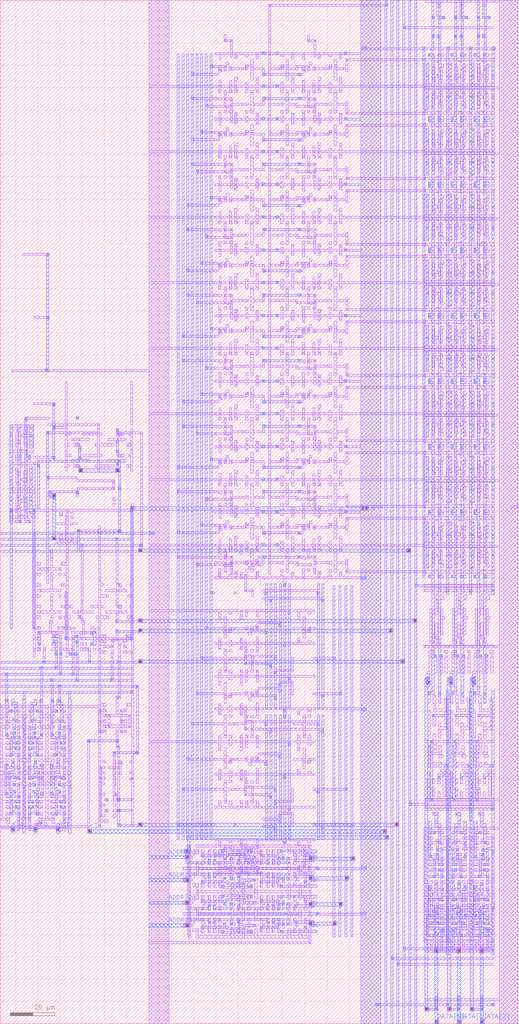
<source format=lef>
MACRO ecc
    CLASS RING ;
    ORIGIN 66.9 0.0 ;
    FOREIGN  sram 0.0 0.0 ;
    SIZE 232.5 BY 459.3 ;
    SYMMETRY X Y R90 ;
    PIN vdd 
        DIRECTION INOUT ; 
        USE POWER ; 
        SHAPE ABUTMENT ; 
        PORT             
        Layer metal1 ; 
        RECT  0.0 0.0 9.0 459.3 ;
        RECT  157.2 0.0 166.2 459.3 ;
        END             
    END vdd 
    PIN gnd 
        DIRECTION INOUT ; 
        USE GROUND ; 
        SHAPE ABUTMENT ; 
        PORT             
        Layer metal2 ; 
        RECT  95.1 0.0 104.1 459.3 ;
        END             
    END gnd 
    PIN DATA[0] 
        DIRECTION INOUT ; 
        PORT             
        Layer metal3 ; 
        RECT  128.25 0.0 129.75 30.15 ;
        RECT  128.25 0.0 130.05 1.8 ;
        END             
    END DATA[0] 
    PIN DATA[1] 
        DIRECTION INOUT ; 
        PORT             
        Layer metal3 ; 
        RECT  138.45 0.0 139.95 30.15 ;
        RECT  138.45 0.0 140.25 1.8 ;
        END             
    END DATA[1] 
    PIN DATA[2] 
        DIRECTION INOUT ; 
        PORT             
        Layer metal3 ; 
        RECT  148.65 0.0 150.15 30.15 ;
        RECT  148.65 0.0 150.45 1.8 ;
        END             
    END DATA[2] 
    PIN ADDR[0] 
        DIRECTION INPUT ; 
        PORT             
        Layer metal3 ; 
        RECT  0.0 73.95 17.1 75.45 ;
        END             
    END ADDR[0] 
    PIN ADDR[1] 
        DIRECTION INPUT ; 
        PORT             
        Layer metal3 ; 
        RECT  0.0 63.75 17.1 65.25 ;
        END             
    END ADDR[1] 
    PIN ADDR[2] 
        DIRECTION INPUT ; 
        PORT             
        Layer metal3 ; 
        RECT  0.0 53.55 17.1 55.05 ;
        END             
    END ADDR[2] 
    PIN ADDR[3] 
        DIRECTION INPUT ; 
        PORT             
        Layer metal3 ; 
        RECT  0.0 43.35 17.1 44.85 ;
        END             
    END ADDR[3] 
    PIN CSb 
        DIRECTION INPUT ; 
        PORT             
        Layer metal3 ; 
        RECT  -62.1 86.4 -60.3 88.2 ;
        END             
    END CSb 
    PIN OEb 
        DIRECTION INPUT ; 
        PORT             
        Layer metal3 ; 
        RECT  -41.7 86.4 -39.9 88.2 ;
        END             
    END OEb 
    PIN WEb 
        DIRECTION INPUT ; 
        PORT             
        Layer metal3 ; 
        RECT  -51.9 86.4 -50.1 88.2 ;
        END             
    END WEb 
    PIN clk 
        DIRECTION INPUT ; 
        PORT             
        Layer metal3 ; 
        RECT  -27.15 85.5 105.9 87.0 ;
        RECT  -27.6 85.5 -25.8 87.3 ;
        END             
    END clk 
    OBS 
        Layer  metal1 ; 
        RECT  -10.2 292.65 0.0 293.55 ;
        RECT  157.2 0.0 166.2 459.3 ;
        RECT  0.0 0.0 9.0 459.3 ;
        RECT  51.0 206.4 51.9 209.7 ;
        RECT  51.0 219.9 51.9 223.2 ;
        RECT  51.0 235.8 51.9 239.1 ;
        RECT  51.0 249.3 51.9 252.6 ;
        RECT  51.0 265.2 51.9 268.5 ;
        RECT  51.0 278.7 51.9 282.0 ;
        RECT  51.0 294.6 51.9 297.9 ;
        RECT  51.0 308.1 51.9 311.4 ;
        RECT  51.0 324.0 51.9 327.3 ;
        RECT  51.0 337.5 51.9 340.8 ;
        RECT  51.0 353.4 51.9 356.7 ;
        RECT  51.0 366.9 51.9 370.2 ;
        RECT  51.0 382.8 51.9 386.1 ;
        RECT  51.0 396.3 51.9 399.6 ;
        RECT  51.0 412.2 51.9 415.5 ;
        RECT  51.0 425.7 51.9 429.0 ;
        RECT  88.5 214.35 123.9 215.25 ;
        RECT  88.5 243.75 123.9 244.65 ;
        RECT  88.5 273.15 123.9 274.05 ;
        RECT  88.5 302.55 123.9 303.45 ;
        RECT  88.5 331.95 123.9 332.85 ;
        RECT  88.5 361.35 123.9 362.25 ;
        RECT  88.5 390.75 123.9 391.65 ;
        RECT  88.5 420.15 123.9 421.05 ;
        RECT  74.4 88.8 91.5 89.7 ;
        RECT  74.4 104.7 88.8 105.6 ;
        RECT  74.4 147.6 86.1 148.5 ;
        RECT  74.4 163.5 83.4 164.4 ;
        RECT  114.0 33.3 129.0 34.2 ;
        RECT  108.6 28.65 129.3 29.55 ;
        RECT  111.3 26.25 129.3 27.15 ;
        RECT  114.0 446.4 123.9 447.3 ;
        RECT  116.7 97.95 123.9 98.85 ;
        RECT  119.4 196.05 123.9 196.95 ;
        RECT  123.9 213.75 157.2 214.65 ;
        RECT  123.9 243.15 157.2 244.05 ;
        RECT  123.9 272.55 157.2 273.45 ;
        RECT  123.9 301.95 157.2 302.85 ;
        RECT  123.9 331.35 157.2 332.25 ;
        RECT  123.9 360.75 157.2 361.65 ;
        RECT  123.9 390.15 157.2 391.05 ;
        RECT  123.9 419.55 157.2 420.45 ;
        RECT  123.9 458.4 157.2 459.3 ;
        RECT  123.9 168.75 157.2 169.65 ;
        RECT  123.9 100.05 157.2 100.95 ;
        RECT  123.9 87.3 157.2 88.2 ;
        RECT  129.3 10.35 157.2 11.25 ;
        RECT  138.9 10.35 157.2 11.25 ;
        RECT  149.7 10.35 157.2 11.25 ;
        RECT  0.0 214.35 29.4 215.25 ;
        RECT  0.0 243.75 29.4 244.65 ;
        RECT  0.0 273.15 29.4 274.05 ;
        RECT  0.0 302.55 29.4 303.45 ;
        RECT  0.0 331.95 29.4 332.85 ;
        RECT  0.0 361.35 29.4 362.25 ;
        RECT  0.0 390.75 29.4 391.65 ;
        RECT  0.0 420.15 29.4 421.05 ;
        RECT  0.0 126.15 29.4 127.05 ;
        RECT  0.0 184.95 29.4 185.85 ;
        RECT  95.1 437.1 154.5 438.0 ;
        RECT  101.7 8.1 154.5 9.0 ;
        RECT  29.4 140.85 95.1 141.75 ;
        RECT  29.4 199.65 95.1 200.55 ;
        RECT  75.3 69.15 95.1 70.05 ;
        RECT  75.3 69.15 95.1 70.05 ;
        RECT  75.3 48.75 95.1 49.65 ;
        RECT  75.3 48.75 95.1 49.65 ;
        RECT  123.3 213.6 134.7 214.8 ;
        RECT  124.5 211.5 125.7 213.6 ;
        RECT  127.5 211.5 128.7 212.7 ;
        RECT  130.5 211.5 131.7 212.7 ;
        RECT  133.5 211.5 134.7 213.6 ;
        RECT  127.2 210.6 128.4 211.5 ;
        RECT  124.5 204.9 125.7 210.6 ;
        RECT  127.2 209.4 129.6 210.6 ;
        RECT  127.2 206.1 128.4 209.4 ;
        RECT  130.8 207.9 132.0 211.5 ;
        RECT  130.2 206.7 132.0 207.9 ;
        RECT  130.8 206.1 132.0 206.7 ;
        RECT  126.9 204.9 128.1 206.1 ;
        RECT  131.1 204.9 132.3 206.1 ;
        RECT  133.5 204.9 134.7 210.6 ;
        RECT  129.0 203.4 130.2 203.7 ;
        RECT  123.3 202.2 134.7 203.4 ;
        RECT  125.4 200.1 128.1 201.3 ;
        RECT  129.6 200.1 132.3 201.3 ;
        RECT  123.3 214.8 134.7 216.0 ;
        RECT  124.5 216.0 125.7 218.1 ;
        RECT  127.5 216.9 128.7 218.1 ;
        RECT  130.5 216.9 131.7 218.1 ;
        RECT  133.5 216.0 134.7 218.1 ;
        RECT  127.2 218.1 128.4 219.0 ;
        RECT  124.5 219.0 125.7 224.7 ;
        RECT  127.2 219.0 129.6 220.2 ;
        RECT  127.2 220.2 128.4 223.5 ;
        RECT  130.8 218.1 132.0 221.7 ;
        RECT  130.2 221.7 132.0 222.9 ;
        RECT  130.8 222.9 132.0 223.5 ;
        RECT  126.9 223.5 128.1 224.7 ;
        RECT  131.1 223.5 132.3 224.7 ;
        RECT  133.5 219.0 134.7 224.7 ;
        RECT  129.0 225.9 130.2 226.2 ;
        RECT  123.3 226.2 134.7 227.4 ;
        RECT  125.4 228.3 128.1 229.5 ;
        RECT  129.6 228.3 132.3 229.5 ;
        RECT  123.3 243.0 134.7 244.2 ;
        RECT  124.5 240.9 125.7 243.0 ;
        RECT  127.5 240.9 128.7 242.1 ;
        RECT  130.5 240.9 131.7 242.1 ;
        RECT  133.5 240.9 134.7 243.0 ;
        RECT  127.2 240.0 128.4 240.9 ;
        RECT  124.5 234.3 125.7 240.0 ;
        RECT  127.2 238.8 129.6 240.0 ;
        RECT  127.2 235.5 128.4 238.8 ;
        RECT  130.8 237.3 132.0 240.9 ;
        RECT  130.2 236.1 132.0 237.3 ;
        RECT  130.8 235.5 132.0 236.1 ;
        RECT  126.9 234.3 128.1 235.5 ;
        RECT  131.1 234.3 132.3 235.5 ;
        RECT  133.5 234.3 134.7 240.0 ;
        RECT  129.0 232.8 130.2 233.1 ;
        RECT  123.3 231.6 134.7 232.8 ;
        RECT  125.4 229.5 128.1 230.7 ;
        RECT  129.6 229.5 132.3 230.7 ;
        RECT  123.3 244.2 134.7 245.4 ;
        RECT  124.5 245.4 125.7 247.5 ;
        RECT  127.5 246.3 128.7 247.5 ;
        RECT  130.5 246.3 131.7 247.5 ;
        RECT  133.5 245.4 134.7 247.5 ;
        RECT  127.2 247.5 128.4 248.4 ;
        RECT  124.5 248.4 125.7 254.1 ;
        RECT  127.2 248.4 129.6 249.6 ;
        RECT  127.2 249.6 128.4 252.9 ;
        RECT  130.8 247.5 132.0 251.1 ;
        RECT  130.2 251.1 132.0 252.3 ;
        RECT  130.8 252.3 132.0 252.9 ;
        RECT  126.9 252.9 128.1 254.1 ;
        RECT  131.1 252.9 132.3 254.1 ;
        RECT  133.5 248.4 134.7 254.1 ;
        RECT  129.0 255.3 130.2 255.6 ;
        RECT  123.3 255.6 134.7 256.8 ;
        RECT  125.4 257.7 128.1 258.9 ;
        RECT  129.6 257.7 132.3 258.9 ;
        RECT  123.3 272.4 134.7 273.6 ;
        RECT  124.5 270.3 125.7 272.4 ;
        RECT  127.5 270.3 128.7 271.5 ;
        RECT  130.5 270.3 131.7 271.5 ;
        RECT  133.5 270.3 134.7 272.4 ;
        RECT  127.2 269.4 128.4 270.3 ;
        RECT  124.5 263.7 125.7 269.4 ;
        RECT  127.2 268.2 129.6 269.4 ;
        RECT  127.2 264.9 128.4 268.2 ;
        RECT  130.8 266.7 132.0 270.3 ;
        RECT  130.2 265.5 132.0 266.7 ;
        RECT  130.8 264.9 132.0 265.5 ;
        RECT  126.9 263.7 128.1 264.9 ;
        RECT  131.1 263.7 132.3 264.9 ;
        RECT  133.5 263.7 134.7 269.4 ;
        RECT  129.0 262.2 130.2 262.5 ;
        RECT  123.3 261.0 134.7 262.2 ;
        RECT  125.4 258.9 128.1 260.1 ;
        RECT  129.6 258.9 132.3 260.1 ;
        RECT  123.3 273.6 134.7 274.8 ;
        RECT  124.5 274.8 125.7 276.9 ;
        RECT  127.5 275.7 128.7 276.9 ;
        RECT  130.5 275.7 131.7 276.9 ;
        RECT  133.5 274.8 134.7 276.9 ;
        RECT  127.2 276.9 128.4 277.8 ;
        RECT  124.5 277.8 125.7 283.5 ;
        RECT  127.2 277.8 129.6 279.0 ;
        RECT  127.2 279.0 128.4 282.3 ;
        RECT  130.8 276.9 132.0 280.5 ;
        RECT  130.2 280.5 132.0 281.7 ;
        RECT  130.8 281.7 132.0 282.3 ;
        RECT  126.9 282.3 128.1 283.5 ;
        RECT  131.1 282.3 132.3 283.5 ;
        RECT  133.5 277.8 134.7 283.5 ;
        RECT  129.0 284.7 130.2 285.0 ;
        RECT  123.3 285.0 134.7 286.2 ;
        RECT  125.4 287.1 128.1 288.3 ;
        RECT  129.6 287.1 132.3 288.3 ;
        RECT  123.3 301.8 134.7 303.0 ;
        RECT  124.5 299.7 125.7 301.8 ;
        RECT  127.5 299.7 128.7 300.9 ;
        RECT  130.5 299.7 131.7 300.9 ;
        RECT  133.5 299.7 134.7 301.8 ;
        RECT  127.2 298.8 128.4 299.7 ;
        RECT  124.5 293.1 125.7 298.8 ;
        RECT  127.2 297.6 129.6 298.8 ;
        RECT  127.2 294.3 128.4 297.6 ;
        RECT  130.8 296.1 132.0 299.7 ;
        RECT  130.2 294.9 132.0 296.1 ;
        RECT  130.8 294.3 132.0 294.9 ;
        RECT  126.9 293.1 128.1 294.3 ;
        RECT  131.1 293.1 132.3 294.3 ;
        RECT  133.5 293.1 134.7 298.8 ;
        RECT  129.0 291.6 130.2 291.9 ;
        RECT  123.3 290.4 134.7 291.6 ;
        RECT  125.4 288.3 128.1 289.5 ;
        RECT  129.6 288.3 132.3 289.5 ;
        RECT  123.3 303.0 134.7 304.2 ;
        RECT  124.5 304.2 125.7 306.3 ;
        RECT  127.5 305.1 128.7 306.3 ;
        RECT  130.5 305.1 131.7 306.3 ;
        RECT  133.5 304.2 134.7 306.3 ;
        RECT  127.2 306.3 128.4 307.2 ;
        RECT  124.5 307.2 125.7 312.9 ;
        RECT  127.2 307.2 129.6 308.4 ;
        RECT  127.2 308.4 128.4 311.7 ;
        RECT  130.8 306.3 132.0 309.9 ;
        RECT  130.2 309.9 132.0 311.1 ;
        RECT  130.8 311.1 132.0 311.7 ;
        RECT  126.9 311.7 128.1 312.9 ;
        RECT  131.1 311.7 132.3 312.9 ;
        RECT  133.5 307.2 134.7 312.9 ;
        RECT  129.0 314.1 130.2 314.4 ;
        RECT  123.3 314.4 134.7 315.6 ;
        RECT  125.4 316.5 128.1 317.7 ;
        RECT  129.6 316.5 132.3 317.7 ;
        RECT  123.3 331.2 134.7 332.4 ;
        RECT  124.5 329.1 125.7 331.2 ;
        RECT  127.5 329.1 128.7 330.3 ;
        RECT  130.5 329.1 131.7 330.3 ;
        RECT  133.5 329.1 134.7 331.2 ;
        RECT  127.2 328.2 128.4 329.1 ;
        RECT  124.5 322.5 125.7 328.2 ;
        RECT  127.2 327.0 129.6 328.2 ;
        RECT  127.2 323.7 128.4 327.0 ;
        RECT  130.8 325.5 132.0 329.1 ;
        RECT  130.2 324.3 132.0 325.5 ;
        RECT  130.8 323.7 132.0 324.3 ;
        RECT  126.9 322.5 128.1 323.7 ;
        RECT  131.1 322.5 132.3 323.7 ;
        RECT  133.5 322.5 134.7 328.2 ;
        RECT  129.0 321.0 130.2 321.3 ;
        RECT  123.3 319.8 134.7 321.0 ;
        RECT  125.4 317.7 128.1 318.9 ;
        RECT  129.6 317.7 132.3 318.9 ;
        RECT  123.3 332.4 134.7 333.6 ;
        RECT  124.5 333.6 125.7 335.7 ;
        RECT  127.5 334.5 128.7 335.7 ;
        RECT  130.5 334.5 131.7 335.7 ;
        RECT  133.5 333.6 134.7 335.7 ;
        RECT  127.2 335.7 128.4 336.6 ;
        RECT  124.5 336.6 125.7 342.3 ;
        RECT  127.2 336.6 129.6 337.8 ;
        RECT  127.2 337.8 128.4 341.1 ;
        RECT  130.8 335.7 132.0 339.3 ;
        RECT  130.2 339.3 132.0 340.5 ;
        RECT  130.8 340.5 132.0 341.1 ;
        RECT  126.9 341.1 128.1 342.3 ;
        RECT  131.1 341.1 132.3 342.3 ;
        RECT  133.5 336.6 134.7 342.3 ;
        RECT  129.0 343.5 130.2 343.8 ;
        RECT  123.3 343.8 134.7 345.0 ;
        RECT  125.4 345.9 128.1 347.1 ;
        RECT  129.6 345.9 132.3 347.1 ;
        RECT  123.3 360.6 134.7 361.8 ;
        RECT  124.5 358.5 125.7 360.6 ;
        RECT  127.5 358.5 128.7 359.7 ;
        RECT  130.5 358.5 131.7 359.7 ;
        RECT  133.5 358.5 134.7 360.6 ;
        RECT  127.2 357.6 128.4 358.5 ;
        RECT  124.5 351.9 125.7 357.6 ;
        RECT  127.2 356.4 129.6 357.6 ;
        RECT  127.2 353.1 128.4 356.4 ;
        RECT  130.8 354.9 132.0 358.5 ;
        RECT  130.2 353.7 132.0 354.9 ;
        RECT  130.8 353.1 132.0 353.7 ;
        RECT  126.9 351.9 128.1 353.1 ;
        RECT  131.1 351.9 132.3 353.1 ;
        RECT  133.5 351.9 134.7 357.6 ;
        RECT  129.0 350.4 130.2 350.7 ;
        RECT  123.3 349.2 134.7 350.4 ;
        RECT  125.4 347.1 128.1 348.3 ;
        RECT  129.6 347.1 132.3 348.3 ;
        RECT  123.3 361.8 134.7 363.0 ;
        RECT  124.5 363.0 125.7 365.1 ;
        RECT  127.5 363.9 128.7 365.1 ;
        RECT  130.5 363.9 131.7 365.1 ;
        RECT  133.5 363.0 134.7 365.1 ;
        RECT  127.2 365.1 128.4 366.0 ;
        RECT  124.5 366.0 125.7 371.7 ;
        RECT  127.2 366.0 129.6 367.2 ;
        RECT  127.2 367.2 128.4 370.5 ;
        RECT  130.8 365.1 132.0 368.7 ;
        RECT  130.2 368.7 132.0 369.9 ;
        RECT  130.8 369.9 132.0 370.5 ;
        RECT  126.9 370.5 128.1 371.7 ;
        RECT  131.1 370.5 132.3 371.7 ;
        RECT  133.5 366.0 134.7 371.7 ;
        RECT  129.0 372.9 130.2 373.2 ;
        RECT  123.3 373.2 134.7 374.4 ;
        RECT  125.4 375.3 128.1 376.5 ;
        RECT  129.6 375.3 132.3 376.5 ;
        RECT  123.3 390.0 134.7 391.2 ;
        RECT  124.5 387.9 125.7 390.0 ;
        RECT  127.5 387.9 128.7 389.1 ;
        RECT  130.5 387.9 131.7 389.1 ;
        RECT  133.5 387.9 134.7 390.0 ;
        RECT  127.2 387.0 128.4 387.9 ;
        RECT  124.5 381.3 125.7 387.0 ;
        RECT  127.2 385.8 129.6 387.0 ;
        RECT  127.2 382.5 128.4 385.8 ;
        RECT  130.8 384.3 132.0 387.9 ;
        RECT  130.2 383.1 132.0 384.3 ;
        RECT  130.8 382.5 132.0 383.1 ;
        RECT  126.9 381.3 128.1 382.5 ;
        RECT  131.1 381.3 132.3 382.5 ;
        RECT  133.5 381.3 134.7 387.0 ;
        RECT  129.0 379.8 130.2 380.1 ;
        RECT  123.3 378.6 134.7 379.8 ;
        RECT  125.4 376.5 128.1 377.7 ;
        RECT  129.6 376.5 132.3 377.7 ;
        RECT  123.3 391.2 134.7 392.4 ;
        RECT  124.5 392.4 125.7 394.5 ;
        RECT  127.5 393.3 128.7 394.5 ;
        RECT  130.5 393.3 131.7 394.5 ;
        RECT  133.5 392.4 134.7 394.5 ;
        RECT  127.2 394.5 128.4 395.4 ;
        RECT  124.5 395.4 125.7 401.1 ;
        RECT  127.2 395.4 129.6 396.6 ;
        RECT  127.2 396.6 128.4 399.9 ;
        RECT  130.8 394.5 132.0 398.1 ;
        RECT  130.2 398.1 132.0 399.3 ;
        RECT  130.8 399.3 132.0 399.9 ;
        RECT  126.9 399.9 128.1 401.1 ;
        RECT  131.1 399.9 132.3 401.1 ;
        RECT  133.5 395.4 134.7 401.1 ;
        RECT  129.0 402.3 130.2 402.6 ;
        RECT  123.3 402.6 134.7 403.8 ;
        RECT  125.4 404.7 128.1 405.9 ;
        RECT  129.6 404.7 132.3 405.9 ;
        RECT  123.3 419.4 134.7 420.6 ;
        RECT  124.5 417.3 125.7 419.4 ;
        RECT  127.5 417.3 128.7 418.5 ;
        RECT  130.5 417.3 131.7 418.5 ;
        RECT  133.5 417.3 134.7 419.4 ;
        RECT  127.2 416.4 128.4 417.3 ;
        RECT  124.5 410.7 125.7 416.4 ;
        RECT  127.2 415.2 129.6 416.4 ;
        RECT  127.2 411.9 128.4 415.2 ;
        RECT  130.8 413.7 132.0 417.3 ;
        RECT  130.2 412.5 132.0 413.7 ;
        RECT  130.8 411.9 132.0 412.5 ;
        RECT  126.9 410.7 128.1 411.9 ;
        RECT  131.1 410.7 132.3 411.9 ;
        RECT  133.5 410.7 134.7 416.4 ;
        RECT  129.0 409.2 130.2 409.5 ;
        RECT  123.3 408.0 134.7 409.2 ;
        RECT  125.4 405.9 128.1 407.1 ;
        RECT  129.6 405.9 132.3 407.1 ;
        RECT  123.3 420.6 134.7 421.8 ;
        RECT  124.5 421.8 125.7 423.9 ;
        RECT  127.5 422.7 128.7 423.9 ;
        RECT  130.5 422.7 131.7 423.9 ;
        RECT  133.5 421.8 134.7 423.9 ;
        RECT  127.2 423.9 128.4 424.8 ;
        RECT  124.5 424.8 125.7 430.5 ;
        RECT  127.2 424.8 129.6 426.0 ;
        RECT  127.2 426.0 128.4 429.3 ;
        RECT  130.8 423.9 132.0 427.5 ;
        RECT  130.2 427.5 132.0 428.7 ;
        RECT  130.8 428.7 132.0 429.3 ;
        RECT  126.9 429.3 128.1 430.5 ;
        RECT  131.1 429.3 132.3 430.5 ;
        RECT  133.5 424.8 134.7 430.5 ;
        RECT  129.0 431.7 130.2 432.0 ;
        RECT  123.3 432.0 134.7 433.2 ;
        RECT  125.4 434.1 128.1 435.3 ;
        RECT  129.6 434.1 132.3 435.3 ;
        RECT  133.5 213.6 144.9 214.8 ;
        RECT  134.7 211.5 135.9 213.6 ;
        RECT  137.7 211.5 138.9 212.7 ;
        RECT  140.7 211.5 141.9 212.7 ;
        RECT  143.7 211.5 144.9 213.6 ;
        RECT  137.4 210.6 138.6 211.5 ;
        RECT  134.7 204.9 135.9 210.6 ;
        RECT  137.4 209.4 139.8 210.6 ;
        RECT  137.4 206.1 138.6 209.4 ;
        RECT  141.0 207.9 142.2 211.5 ;
        RECT  140.4 206.7 142.2 207.9 ;
        RECT  141.0 206.1 142.2 206.7 ;
        RECT  137.1 204.9 138.3 206.1 ;
        RECT  141.3 204.9 142.5 206.1 ;
        RECT  143.7 204.9 144.9 210.6 ;
        RECT  139.2 203.4 140.4 203.7 ;
        RECT  133.5 202.2 144.9 203.4 ;
        RECT  135.6 200.1 138.3 201.3 ;
        RECT  139.8 200.1 142.5 201.3 ;
        RECT  133.5 214.8 144.9 216.0 ;
        RECT  134.7 216.0 135.9 218.1 ;
        RECT  137.7 216.9 138.9 218.1 ;
        RECT  140.7 216.9 141.9 218.1 ;
        RECT  143.7 216.0 144.9 218.1 ;
        RECT  137.4 218.1 138.6 219.0 ;
        RECT  134.7 219.0 135.9 224.7 ;
        RECT  137.4 219.0 139.8 220.2 ;
        RECT  137.4 220.2 138.6 223.5 ;
        RECT  141.0 218.1 142.2 221.7 ;
        RECT  140.4 221.7 142.2 222.9 ;
        RECT  141.0 222.9 142.2 223.5 ;
        RECT  137.1 223.5 138.3 224.7 ;
        RECT  141.3 223.5 142.5 224.7 ;
        RECT  143.7 219.0 144.9 224.7 ;
        RECT  139.2 225.9 140.4 226.2 ;
        RECT  133.5 226.2 144.9 227.4 ;
        RECT  135.6 228.3 138.3 229.5 ;
        RECT  139.8 228.3 142.5 229.5 ;
        RECT  133.5 243.0 144.9 244.2 ;
        RECT  134.7 240.9 135.9 243.0 ;
        RECT  137.7 240.9 138.9 242.1 ;
        RECT  140.7 240.9 141.9 242.1 ;
        RECT  143.7 240.9 144.9 243.0 ;
        RECT  137.4 240.0 138.6 240.9 ;
        RECT  134.7 234.3 135.9 240.0 ;
        RECT  137.4 238.8 139.8 240.0 ;
        RECT  137.4 235.5 138.6 238.8 ;
        RECT  141.0 237.3 142.2 240.9 ;
        RECT  140.4 236.1 142.2 237.3 ;
        RECT  141.0 235.5 142.2 236.1 ;
        RECT  137.1 234.3 138.3 235.5 ;
        RECT  141.3 234.3 142.5 235.5 ;
        RECT  143.7 234.3 144.9 240.0 ;
        RECT  139.2 232.8 140.4 233.1 ;
        RECT  133.5 231.6 144.9 232.8 ;
        RECT  135.6 229.5 138.3 230.7 ;
        RECT  139.8 229.5 142.5 230.7 ;
        RECT  133.5 244.2 144.9 245.4 ;
        RECT  134.7 245.4 135.9 247.5 ;
        RECT  137.7 246.3 138.9 247.5 ;
        RECT  140.7 246.3 141.9 247.5 ;
        RECT  143.7 245.4 144.9 247.5 ;
        RECT  137.4 247.5 138.6 248.4 ;
        RECT  134.7 248.4 135.9 254.1 ;
        RECT  137.4 248.4 139.8 249.6 ;
        RECT  137.4 249.6 138.6 252.9 ;
        RECT  141.0 247.5 142.2 251.1 ;
        RECT  140.4 251.1 142.2 252.3 ;
        RECT  141.0 252.3 142.2 252.9 ;
        RECT  137.1 252.9 138.3 254.1 ;
        RECT  141.3 252.9 142.5 254.1 ;
        RECT  143.7 248.4 144.9 254.1 ;
        RECT  139.2 255.3 140.4 255.6 ;
        RECT  133.5 255.6 144.9 256.8 ;
        RECT  135.6 257.7 138.3 258.9 ;
        RECT  139.8 257.7 142.5 258.9 ;
        RECT  133.5 272.4 144.9 273.6 ;
        RECT  134.7 270.3 135.9 272.4 ;
        RECT  137.7 270.3 138.9 271.5 ;
        RECT  140.7 270.3 141.9 271.5 ;
        RECT  143.7 270.3 144.9 272.4 ;
        RECT  137.4 269.4 138.6 270.3 ;
        RECT  134.7 263.7 135.9 269.4 ;
        RECT  137.4 268.2 139.8 269.4 ;
        RECT  137.4 264.9 138.6 268.2 ;
        RECT  141.0 266.7 142.2 270.3 ;
        RECT  140.4 265.5 142.2 266.7 ;
        RECT  141.0 264.9 142.2 265.5 ;
        RECT  137.1 263.7 138.3 264.9 ;
        RECT  141.3 263.7 142.5 264.9 ;
        RECT  143.7 263.7 144.9 269.4 ;
        RECT  139.2 262.2 140.4 262.5 ;
        RECT  133.5 261.0 144.9 262.2 ;
        RECT  135.6 258.9 138.3 260.1 ;
        RECT  139.8 258.9 142.5 260.1 ;
        RECT  133.5 273.6 144.9 274.8 ;
        RECT  134.7 274.8 135.9 276.9 ;
        RECT  137.7 275.7 138.9 276.9 ;
        RECT  140.7 275.7 141.9 276.9 ;
        RECT  143.7 274.8 144.9 276.9 ;
        RECT  137.4 276.9 138.6 277.8 ;
        RECT  134.7 277.8 135.9 283.5 ;
        RECT  137.4 277.8 139.8 279.0 ;
        RECT  137.4 279.0 138.6 282.3 ;
        RECT  141.0 276.9 142.2 280.5 ;
        RECT  140.4 280.5 142.2 281.7 ;
        RECT  141.0 281.7 142.2 282.3 ;
        RECT  137.1 282.3 138.3 283.5 ;
        RECT  141.3 282.3 142.5 283.5 ;
        RECT  143.7 277.8 144.9 283.5 ;
        RECT  139.2 284.7 140.4 285.0 ;
        RECT  133.5 285.0 144.9 286.2 ;
        RECT  135.6 287.1 138.3 288.3 ;
        RECT  139.8 287.1 142.5 288.3 ;
        RECT  133.5 301.8 144.9 303.0 ;
        RECT  134.7 299.7 135.9 301.8 ;
        RECT  137.7 299.7 138.9 300.9 ;
        RECT  140.7 299.7 141.9 300.9 ;
        RECT  143.7 299.7 144.9 301.8 ;
        RECT  137.4 298.8 138.6 299.7 ;
        RECT  134.7 293.1 135.9 298.8 ;
        RECT  137.4 297.6 139.8 298.8 ;
        RECT  137.4 294.3 138.6 297.6 ;
        RECT  141.0 296.1 142.2 299.7 ;
        RECT  140.4 294.9 142.2 296.1 ;
        RECT  141.0 294.3 142.2 294.9 ;
        RECT  137.1 293.1 138.3 294.3 ;
        RECT  141.3 293.1 142.5 294.3 ;
        RECT  143.7 293.1 144.9 298.8 ;
        RECT  139.2 291.6 140.4 291.9 ;
        RECT  133.5 290.4 144.9 291.6 ;
        RECT  135.6 288.3 138.3 289.5 ;
        RECT  139.8 288.3 142.5 289.5 ;
        RECT  133.5 303.0 144.9 304.2 ;
        RECT  134.7 304.2 135.9 306.3 ;
        RECT  137.7 305.1 138.9 306.3 ;
        RECT  140.7 305.1 141.9 306.3 ;
        RECT  143.7 304.2 144.9 306.3 ;
        RECT  137.4 306.3 138.6 307.2 ;
        RECT  134.7 307.2 135.9 312.9 ;
        RECT  137.4 307.2 139.8 308.4 ;
        RECT  137.4 308.4 138.6 311.7 ;
        RECT  141.0 306.3 142.2 309.9 ;
        RECT  140.4 309.9 142.2 311.1 ;
        RECT  141.0 311.1 142.2 311.7 ;
        RECT  137.1 311.7 138.3 312.9 ;
        RECT  141.3 311.7 142.5 312.9 ;
        RECT  143.7 307.2 144.9 312.9 ;
        RECT  139.2 314.1 140.4 314.4 ;
        RECT  133.5 314.4 144.9 315.6 ;
        RECT  135.6 316.5 138.3 317.7 ;
        RECT  139.8 316.5 142.5 317.7 ;
        RECT  133.5 331.2 144.9 332.4 ;
        RECT  134.7 329.1 135.9 331.2 ;
        RECT  137.7 329.1 138.9 330.3 ;
        RECT  140.7 329.1 141.9 330.3 ;
        RECT  143.7 329.1 144.9 331.2 ;
        RECT  137.4 328.2 138.6 329.1 ;
        RECT  134.7 322.5 135.9 328.2 ;
        RECT  137.4 327.0 139.8 328.2 ;
        RECT  137.4 323.7 138.6 327.0 ;
        RECT  141.0 325.5 142.2 329.1 ;
        RECT  140.4 324.3 142.2 325.5 ;
        RECT  141.0 323.7 142.2 324.3 ;
        RECT  137.1 322.5 138.3 323.7 ;
        RECT  141.3 322.5 142.5 323.7 ;
        RECT  143.7 322.5 144.9 328.2 ;
        RECT  139.2 321.0 140.4 321.3 ;
        RECT  133.5 319.8 144.9 321.0 ;
        RECT  135.6 317.7 138.3 318.9 ;
        RECT  139.8 317.7 142.5 318.9 ;
        RECT  133.5 332.4 144.9 333.6 ;
        RECT  134.7 333.6 135.9 335.7 ;
        RECT  137.7 334.5 138.9 335.7 ;
        RECT  140.7 334.5 141.9 335.7 ;
        RECT  143.7 333.6 144.9 335.7 ;
        RECT  137.4 335.7 138.6 336.6 ;
        RECT  134.7 336.6 135.9 342.3 ;
        RECT  137.4 336.6 139.8 337.8 ;
        RECT  137.4 337.8 138.6 341.1 ;
        RECT  141.0 335.7 142.2 339.3 ;
        RECT  140.4 339.3 142.2 340.5 ;
        RECT  141.0 340.5 142.2 341.1 ;
        RECT  137.1 341.1 138.3 342.3 ;
        RECT  141.3 341.1 142.5 342.3 ;
        RECT  143.7 336.6 144.9 342.3 ;
        RECT  139.2 343.5 140.4 343.8 ;
        RECT  133.5 343.8 144.9 345.0 ;
        RECT  135.6 345.9 138.3 347.1 ;
        RECT  139.8 345.9 142.5 347.1 ;
        RECT  133.5 360.6 144.9 361.8 ;
        RECT  134.7 358.5 135.9 360.6 ;
        RECT  137.7 358.5 138.9 359.7 ;
        RECT  140.7 358.5 141.9 359.7 ;
        RECT  143.7 358.5 144.9 360.6 ;
        RECT  137.4 357.6 138.6 358.5 ;
        RECT  134.7 351.9 135.9 357.6 ;
        RECT  137.4 356.4 139.8 357.6 ;
        RECT  137.4 353.1 138.6 356.4 ;
        RECT  141.0 354.9 142.2 358.5 ;
        RECT  140.4 353.7 142.2 354.9 ;
        RECT  141.0 353.1 142.2 353.7 ;
        RECT  137.1 351.9 138.3 353.1 ;
        RECT  141.3 351.9 142.5 353.1 ;
        RECT  143.7 351.9 144.9 357.6 ;
        RECT  139.2 350.4 140.4 350.7 ;
        RECT  133.5 349.2 144.9 350.4 ;
        RECT  135.6 347.1 138.3 348.3 ;
        RECT  139.8 347.1 142.5 348.3 ;
        RECT  133.5 361.8 144.9 363.0 ;
        RECT  134.7 363.0 135.9 365.1 ;
        RECT  137.7 363.9 138.9 365.1 ;
        RECT  140.7 363.9 141.9 365.1 ;
        RECT  143.7 363.0 144.9 365.1 ;
        RECT  137.4 365.1 138.6 366.0 ;
        RECT  134.7 366.0 135.9 371.7 ;
        RECT  137.4 366.0 139.8 367.2 ;
        RECT  137.4 367.2 138.6 370.5 ;
        RECT  141.0 365.1 142.2 368.7 ;
        RECT  140.4 368.7 142.2 369.9 ;
        RECT  141.0 369.9 142.2 370.5 ;
        RECT  137.1 370.5 138.3 371.7 ;
        RECT  141.3 370.5 142.5 371.7 ;
        RECT  143.7 366.0 144.9 371.7 ;
        RECT  139.2 372.9 140.4 373.2 ;
        RECT  133.5 373.2 144.9 374.4 ;
        RECT  135.6 375.3 138.3 376.5 ;
        RECT  139.8 375.3 142.5 376.5 ;
        RECT  133.5 390.0 144.9 391.2 ;
        RECT  134.7 387.9 135.9 390.0 ;
        RECT  137.7 387.9 138.9 389.1 ;
        RECT  140.7 387.9 141.9 389.1 ;
        RECT  143.7 387.9 144.9 390.0 ;
        RECT  137.4 387.0 138.6 387.9 ;
        RECT  134.7 381.3 135.9 387.0 ;
        RECT  137.4 385.8 139.8 387.0 ;
        RECT  137.4 382.5 138.6 385.8 ;
        RECT  141.0 384.3 142.2 387.9 ;
        RECT  140.4 383.1 142.2 384.3 ;
        RECT  141.0 382.5 142.2 383.1 ;
        RECT  137.1 381.3 138.3 382.5 ;
        RECT  141.3 381.3 142.5 382.5 ;
        RECT  143.7 381.3 144.9 387.0 ;
        RECT  139.2 379.8 140.4 380.1 ;
        RECT  133.5 378.6 144.9 379.8 ;
        RECT  135.6 376.5 138.3 377.7 ;
        RECT  139.8 376.5 142.5 377.7 ;
        RECT  133.5 391.2 144.9 392.4 ;
        RECT  134.7 392.4 135.9 394.5 ;
        RECT  137.7 393.3 138.9 394.5 ;
        RECT  140.7 393.3 141.9 394.5 ;
        RECT  143.7 392.4 144.9 394.5 ;
        RECT  137.4 394.5 138.6 395.4 ;
        RECT  134.7 395.4 135.9 401.1 ;
        RECT  137.4 395.4 139.8 396.6 ;
        RECT  137.4 396.6 138.6 399.9 ;
        RECT  141.0 394.5 142.2 398.1 ;
        RECT  140.4 398.1 142.2 399.3 ;
        RECT  141.0 399.3 142.2 399.9 ;
        RECT  137.1 399.9 138.3 401.1 ;
        RECT  141.3 399.9 142.5 401.1 ;
        RECT  143.7 395.4 144.9 401.1 ;
        RECT  139.2 402.3 140.4 402.6 ;
        RECT  133.5 402.6 144.9 403.8 ;
        RECT  135.6 404.7 138.3 405.9 ;
        RECT  139.8 404.7 142.5 405.9 ;
        RECT  133.5 419.4 144.9 420.6 ;
        RECT  134.7 417.3 135.9 419.4 ;
        RECT  137.7 417.3 138.9 418.5 ;
        RECT  140.7 417.3 141.9 418.5 ;
        RECT  143.7 417.3 144.9 419.4 ;
        RECT  137.4 416.4 138.6 417.3 ;
        RECT  134.7 410.7 135.9 416.4 ;
        RECT  137.4 415.2 139.8 416.4 ;
        RECT  137.4 411.9 138.6 415.2 ;
        RECT  141.0 413.7 142.2 417.3 ;
        RECT  140.4 412.5 142.2 413.7 ;
        RECT  141.0 411.9 142.2 412.5 ;
        RECT  137.1 410.7 138.3 411.9 ;
        RECT  141.3 410.7 142.5 411.9 ;
        RECT  143.7 410.7 144.9 416.4 ;
        RECT  139.2 409.2 140.4 409.5 ;
        RECT  133.5 408.0 144.9 409.2 ;
        RECT  135.6 405.9 138.3 407.1 ;
        RECT  139.8 405.9 142.5 407.1 ;
        RECT  133.5 420.6 144.9 421.8 ;
        RECT  134.7 421.8 135.9 423.9 ;
        RECT  137.7 422.7 138.9 423.9 ;
        RECT  140.7 422.7 141.9 423.9 ;
        RECT  143.7 421.8 144.9 423.9 ;
        RECT  137.4 423.9 138.6 424.8 ;
        RECT  134.7 424.8 135.9 430.5 ;
        RECT  137.4 424.8 139.8 426.0 ;
        RECT  137.4 426.0 138.6 429.3 ;
        RECT  141.0 423.9 142.2 427.5 ;
        RECT  140.4 427.5 142.2 428.7 ;
        RECT  141.0 428.7 142.2 429.3 ;
        RECT  137.1 429.3 138.3 430.5 ;
        RECT  141.3 429.3 142.5 430.5 ;
        RECT  143.7 424.8 144.9 430.5 ;
        RECT  139.2 431.7 140.4 432.0 ;
        RECT  133.5 432.0 144.9 433.2 ;
        RECT  135.6 434.1 138.3 435.3 ;
        RECT  139.8 434.1 142.5 435.3 ;
        RECT  143.7 213.6 155.1 214.8 ;
        RECT  144.9 211.5 146.1 213.6 ;
        RECT  147.9 211.5 149.1 212.7 ;
        RECT  150.9 211.5 152.1 212.7 ;
        RECT  153.9 211.5 155.1 213.6 ;
        RECT  147.6 210.6 148.8 211.5 ;
        RECT  144.9 204.9 146.1 210.6 ;
        RECT  147.6 209.4 150.0 210.6 ;
        RECT  147.6 206.1 148.8 209.4 ;
        RECT  151.2 207.9 152.4 211.5 ;
        RECT  150.6 206.7 152.4 207.9 ;
        RECT  151.2 206.1 152.4 206.7 ;
        RECT  147.3 204.9 148.5 206.1 ;
        RECT  151.5 204.9 152.7 206.1 ;
        RECT  153.9 204.9 155.1 210.6 ;
        RECT  149.4 203.4 150.6 203.7 ;
        RECT  143.7 202.2 155.1 203.4 ;
        RECT  145.8 200.1 148.5 201.3 ;
        RECT  150.0 200.1 152.7 201.3 ;
        RECT  143.7 214.8 155.1 216.0 ;
        RECT  144.9 216.0 146.1 218.1 ;
        RECT  147.9 216.9 149.1 218.1 ;
        RECT  150.9 216.9 152.1 218.1 ;
        RECT  153.9 216.0 155.1 218.1 ;
        RECT  147.6 218.1 148.8 219.0 ;
        RECT  144.9 219.0 146.1 224.7 ;
        RECT  147.6 219.0 150.0 220.2 ;
        RECT  147.6 220.2 148.8 223.5 ;
        RECT  151.2 218.1 152.4 221.7 ;
        RECT  150.6 221.7 152.4 222.9 ;
        RECT  151.2 222.9 152.4 223.5 ;
        RECT  147.3 223.5 148.5 224.7 ;
        RECT  151.5 223.5 152.7 224.7 ;
        RECT  153.9 219.0 155.1 224.7 ;
        RECT  149.4 225.9 150.6 226.2 ;
        RECT  143.7 226.2 155.1 227.4 ;
        RECT  145.8 228.3 148.5 229.5 ;
        RECT  150.0 228.3 152.7 229.5 ;
        RECT  143.7 243.0 155.1 244.2 ;
        RECT  144.9 240.9 146.1 243.0 ;
        RECT  147.9 240.9 149.1 242.1 ;
        RECT  150.9 240.9 152.1 242.1 ;
        RECT  153.9 240.9 155.1 243.0 ;
        RECT  147.6 240.0 148.8 240.9 ;
        RECT  144.9 234.3 146.1 240.0 ;
        RECT  147.6 238.8 150.0 240.0 ;
        RECT  147.6 235.5 148.8 238.8 ;
        RECT  151.2 237.3 152.4 240.9 ;
        RECT  150.6 236.1 152.4 237.3 ;
        RECT  151.2 235.5 152.4 236.1 ;
        RECT  147.3 234.3 148.5 235.5 ;
        RECT  151.5 234.3 152.7 235.5 ;
        RECT  153.9 234.3 155.1 240.0 ;
        RECT  149.4 232.8 150.6 233.1 ;
        RECT  143.7 231.6 155.1 232.8 ;
        RECT  145.8 229.5 148.5 230.7 ;
        RECT  150.0 229.5 152.7 230.7 ;
        RECT  143.7 244.2 155.1 245.4 ;
        RECT  144.9 245.4 146.1 247.5 ;
        RECT  147.9 246.3 149.1 247.5 ;
        RECT  150.9 246.3 152.1 247.5 ;
        RECT  153.9 245.4 155.1 247.5 ;
        RECT  147.6 247.5 148.8 248.4 ;
        RECT  144.9 248.4 146.1 254.1 ;
        RECT  147.6 248.4 150.0 249.6 ;
        RECT  147.6 249.6 148.8 252.9 ;
        RECT  151.2 247.5 152.4 251.1 ;
        RECT  150.6 251.1 152.4 252.3 ;
        RECT  151.2 252.3 152.4 252.9 ;
        RECT  147.3 252.9 148.5 254.1 ;
        RECT  151.5 252.9 152.7 254.1 ;
        RECT  153.9 248.4 155.1 254.1 ;
        RECT  149.4 255.3 150.6 255.6 ;
        RECT  143.7 255.6 155.1 256.8 ;
        RECT  145.8 257.7 148.5 258.9 ;
        RECT  150.0 257.7 152.7 258.9 ;
        RECT  143.7 272.4 155.1 273.6 ;
        RECT  144.9 270.3 146.1 272.4 ;
        RECT  147.9 270.3 149.1 271.5 ;
        RECT  150.9 270.3 152.1 271.5 ;
        RECT  153.9 270.3 155.1 272.4 ;
        RECT  147.6 269.4 148.8 270.3 ;
        RECT  144.9 263.7 146.1 269.4 ;
        RECT  147.6 268.2 150.0 269.4 ;
        RECT  147.6 264.9 148.8 268.2 ;
        RECT  151.2 266.7 152.4 270.3 ;
        RECT  150.6 265.5 152.4 266.7 ;
        RECT  151.2 264.9 152.4 265.5 ;
        RECT  147.3 263.7 148.5 264.9 ;
        RECT  151.5 263.7 152.7 264.9 ;
        RECT  153.9 263.7 155.1 269.4 ;
        RECT  149.4 262.2 150.6 262.5 ;
        RECT  143.7 261.0 155.1 262.2 ;
        RECT  145.8 258.9 148.5 260.1 ;
        RECT  150.0 258.9 152.7 260.1 ;
        RECT  143.7 273.6 155.1 274.8 ;
        RECT  144.9 274.8 146.1 276.9 ;
        RECT  147.9 275.7 149.1 276.9 ;
        RECT  150.9 275.7 152.1 276.9 ;
        RECT  153.9 274.8 155.1 276.9 ;
        RECT  147.6 276.9 148.8 277.8 ;
        RECT  144.9 277.8 146.1 283.5 ;
        RECT  147.6 277.8 150.0 279.0 ;
        RECT  147.6 279.0 148.8 282.3 ;
        RECT  151.2 276.9 152.4 280.5 ;
        RECT  150.6 280.5 152.4 281.7 ;
        RECT  151.2 281.7 152.4 282.3 ;
        RECT  147.3 282.3 148.5 283.5 ;
        RECT  151.5 282.3 152.7 283.5 ;
        RECT  153.9 277.8 155.1 283.5 ;
        RECT  149.4 284.7 150.6 285.0 ;
        RECT  143.7 285.0 155.1 286.2 ;
        RECT  145.8 287.1 148.5 288.3 ;
        RECT  150.0 287.1 152.7 288.3 ;
        RECT  143.7 301.8 155.1 303.0 ;
        RECT  144.9 299.7 146.1 301.8 ;
        RECT  147.9 299.7 149.1 300.9 ;
        RECT  150.9 299.7 152.1 300.9 ;
        RECT  153.9 299.7 155.1 301.8 ;
        RECT  147.6 298.8 148.8 299.7 ;
        RECT  144.9 293.1 146.1 298.8 ;
        RECT  147.6 297.6 150.0 298.8 ;
        RECT  147.6 294.3 148.8 297.6 ;
        RECT  151.2 296.1 152.4 299.7 ;
        RECT  150.6 294.9 152.4 296.1 ;
        RECT  151.2 294.3 152.4 294.9 ;
        RECT  147.3 293.1 148.5 294.3 ;
        RECT  151.5 293.1 152.7 294.3 ;
        RECT  153.9 293.1 155.1 298.8 ;
        RECT  149.4 291.6 150.6 291.9 ;
        RECT  143.7 290.4 155.1 291.6 ;
        RECT  145.8 288.3 148.5 289.5 ;
        RECT  150.0 288.3 152.7 289.5 ;
        RECT  143.7 303.0 155.1 304.2 ;
        RECT  144.9 304.2 146.1 306.3 ;
        RECT  147.9 305.1 149.1 306.3 ;
        RECT  150.9 305.1 152.1 306.3 ;
        RECT  153.9 304.2 155.1 306.3 ;
        RECT  147.6 306.3 148.8 307.2 ;
        RECT  144.9 307.2 146.1 312.9 ;
        RECT  147.6 307.2 150.0 308.4 ;
        RECT  147.6 308.4 148.8 311.7 ;
        RECT  151.2 306.3 152.4 309.9 ;
        RECT  150.6 309.9 152.4 311.1 ;
        RECT  151.2 311.1 152.4 311.7 ;
        RECT  147.3 311.7 148.5 312.9 ;
        RECT  151.5 311.7 152.7 312.9 ;
        RECT  153.9 307.2 155.1 312.9 ;
        RECT  149.4 314.1 150.6 314.4 ;
        RECT  143.7 314.4 155.1 315.6 ;
        RECT  145.8 316.5 148.5 317.7 ;
        RECT  150.0 316.5 152.7 317.7 ;
        RECT  143.7 331.2 155.1 332.4 ;
        RECT  144.9 329.1 146.1 331.2 ;
        RECT  147.9 329.1 149.1 330.3 ;
        RECT  150.9 329.1 152.1 330.3 ;
        RECT  153.9 329.1 155.1 331.2 ;
        RECT  147.6 328.2 148.8 329.1 ;
        RECT  144.9 322.5 146.1 328.2 ;
        RECT  147.6 327.0 150.0 328.2 ;
        RECT  147.6 323.7 148.8 327.0 ;
        RECT  151.2 325.5 152.4 329.1 ;
        RECT  150.6 324.3 152.4 325.5 ;
        RECT  151.2 323.7 152.4 324.3 ;
        RECT  147.3 322.5 148.5 323.7 ;
        RECT  151.5 322.5 152.7 323.7 ;
        RECT  153.9 322.5 155.1 328.2 ;
        RECT  149.4 321.0 150.6 321.3 ;
        RECT  143.7 319.8 155.1 321.0 ;
        RECT  145.8 317.7 148.5 318.9 ;
        RECT  150.0 317.7 152.7 318.9 ;
        RECT  143.7 332.4 155.1 333.6 ;
        RECT  144.9 333.6 146.1 335.7 ;
        RECT  147.9 334.5 149.1 335.7 ;
        RECT  150.9 334.5 152.1 335.7 ;
        RECT  153.9 333.6 155.1 335.7 ;
        RECT  147.6 335.7 148.8 336.6 ;
        RECT  144.9 336.6 146.1 342.3 ;
        RECT  147.6 336.6 150.0 337.8 ;
        RECT  147.6 337.8 148.8 341.1 ;
        RECT  151.2 335.7 152.4 339.3 ;
        RECT  150.6 339.3 152.4 340.5 ;
        RECT  151.2 340.5 152.4 341.1 ;
        RECT  147.3 341.1 148.5 342.3 ;
        RECT  151.5 341.1 152.7 342.3 ;
        RECT  153.9 336.6 155.1 342.3 ;
        RECT  149.4 343.5 150.6 343.8 ;
        RECT  143.7 343.8 155.1 345.0 ;
        RECT  145.8 345.9 148.5 347.1 ;
        RECT  150.0 345.9 152.7 347.1 ;
        RECT  143.7 360.6 155.1 361.8 ;
        RECT  144.9 358.5 146.1 360.6 ;
        RECT  147.9 358.5 149.1 359.7 ;
        RECT  150.9 358.5 152.1 359.7 ;
        RECT  153.9 358.5 155.1 360.6 ;
        RECT  147.6 357.6 148.8 358.5 ;
        RECT  144.9 351.9 146.1 357.6 ;
        RECT  147.6 356.4 150.0 357.6 ;
        RECT  147.6 353.1 148.8 356.4 ;
        RECT  151.2 354.9 152.4 358.5 ;
        RECT  150.6 353.7 152.4 354.9 ;
        RECT  151.2 353.1 152.4 353.7 ;
        RECT  147.3 351.9 148.5 353.1 ;
        RECT  151.5 351.9 152.7 353.1 ;
        RECT  153.9 351.9 155.1 357.6 ;
        RECT  149.4 350.4 150.6 350.7 ;
        RECT  143.7 349.2 155.1 350.4 ;
        RECT  145.8 347.1 148.5 348.3 ;
        RECT  150.0 347.1 152.7 348.3 ;
        RECT  143.7 361.8 155.1 363.0 ;
        RECT  144.9 363.0 146.1 365.1 ;
        RECT  147.9 363.9 149.1 365.1 ;
        RECT  150.9 363.9 152.1 365.1 ;
        RECT  153.9 363.0 155.1 365.1 ;
        RECT  147.6 365.1 148.8 366.0 ;
        RECT  144.9 366.0 146.1 371.7 ;
        RECT  147.6 366.0 150.0 367.2 ;
        RECT  147.6 367.2 148.8 370.5 ;
        RECT  151.2 365.1 152.4 368.7 ;
        RECT  150.6 368.7 152.4 369.9 ;
        RECT  151.2 369.9 152.4 370.5 ;
        RECT  147.3 370.5 148.5 371.7 ;
        RECT  151.5 370.5 152.7 371.7 ;
        RECT  153.9 366.0 155.1 371.7 ;
        RECT  149.4 372.9 150.6 373.2 ;
        RECT  143.7 373.2 155.1 374.4 ;
        RECT  145.8 375.3 148.5 376.5 ;
        RECT  150.0 375.3 152.7 376.5 ;
        RECT  143.7 390.0 155.1 391.2 ;
        RECT  144.9 387.9 146.1 390.0 ;
        RECT  147.9 387.9 149.1 389.1 ;
        RECT  150.9 387.9 152.1 389.1 ;
        RECT  153.9 387.9 155.1 390.0 ;
        RECT  147.6 387.0 148.8 387.9 ;
        RECT  144.9 381.3 146.1 387.0 ;
        RECT  147.6 385.8 150.0 387.0 ;
        RECT  147.6 382.5 148.8 385.8 ;
        RECT  151.2 384.3 152.4 387.9 ;
        RECT  150.6 383.1 152.4 384.3 ;
        RECT  151.2 382.5 152.4 383.1 ;
        RECT  147.3 381.3 148.5 382.5 ;
        RECT  151.5 381.3 152.7 382.5 ;
        RECT  153.9 381.3 155.1 387.0 ;
        RECT  149.4 379.8 150.6 380.1 ;
        RECT  143.7 378.6 155.1 379.8 ;
        RECT  145.8 376.5 148.5 377.7 ;
        RECT  150.0 376.5 152.7 377.7 ;
        RECT  143.7 391.2 155.1 392.4 ;
        RECT  144.9 392.4 146.1 394.5 ;
        RECT  147.9 393.3 149.1 394.5 ;
        RECT  150.9 393.3 152.1 394.5 ;
        RECT  153.9 392.4 155.1 394.5 ;
        RECT  147.6 394.5 148.8 395.4 ;
        RECT  144.9 395.4 146.1 401.1 ;
        RECT  147.6 395.4 150.0 396.6 ;
        RECT  147.6 396.6 148.8 399.9 ;
        RECT  151.2 394.5 152.4 398.1 ;
        RECT  150.6 398.1 152.4 399.3 ;
        RECT  151.2 399.3 152.4 399.9 ;
        RECT  147.3 399.9 148.5 401.1 ;
        RECT  151.5 399.9 152.7 401.1 ;
        RECT  153.9 395.4 155.1 401.1 ;
        RECT  149.4 402.3 150.6 402.6 ;
        RECT  143.7 402.6 155.1 403.8 ;
        RECT  145.8 404.7 148.5 405.9 ;
        RECT  150.0 404.7 152.7 405.9 ;
        RECT  143.7 419.4 155.1 420.6 ;
        RECT  144.9 417.3 146.1 419.4 ;
        RECT  147.9 417.3 149.1 418.5 ;
        RECT  150.9 417.3 152.1 418.5 ;
        RECT  153.9 417.3 155.1 419.4 ;
        RECT  147.6 416.4 148.8 417.3 ;
        RECT  144.9 410.7 146.1 416.4 ;
        RECT  147.6 415.2 150.0 416.4 ;
        RECT  147.6 411.9 148.8 415.2 ;
        RECT  151.2 413.7 152.4 417.3 ;
        RECT  150.6 412.5 152.4 413.7 ;
        RECT  151.2 411.9 152.4 412.5 ;
        RECT  147.3 410.7 148.5 411.9 ;
        RECT  151.5 410.7 152.7 411.9 ;
        RECT  153.9 410.7 155.1 416.4 ;
        RECT  149.4 409.2 150.6 409.5 ;
        RECT  143.7 408.0 155.1 409.2 ;
        RECT  145.8 405.9 148.5 407.1 ;
        RECT  150.0 405.9 152.7 407.1 ;
        RECT  143.7 420.6 155.1 421.8 ;
        RECT  144.9 421.8 146.1 423.9 ;
        RECT  147.9 422.7 149.1 423.9 ;
        RECT  150.9 422.7 152.1 423.9 ;
        RECT  153.9 421.8 155.1 423.9 ;
        RECT  147.6 423.9 148.8 424.8 ;
        RECT  144.9 424.8 146.1 430.5 ;
        RECT  147.6 424.8 150.0 426.0 ;
        RECT  147.6 426.0 148.8 429.3 ;
        RECT  151.2 423.9 152.4 427.5 ;
        RECT  150.6 427.5 152.4 428.7 ;
        RECT  151.2 428.7 152.4 429.3 ;
        RECT  147.3 429.3 148.5 430.5 ;
        RECT  151.5 429.3 152.7 430.5 ;
        RECT  153.9 424.8 155.1 430.5 ;
        RECT  149.4 431.7 150.6 432.0 ;
        RECT  143.7 432.0 155.1 433.2 ;
        RECT  145.8 434.1 148.5 435.3 ;
        RECT  150.0 434.1 152.7 435.3 ;
        RECT  123.9 458.4 154.5 459.3 ;
        RECT  123.9 446.4 154.5 447.3 ;
        RECT  123.9 446.4 134.1 447.3 ;
        RECT  123.9 458.4 134.1 459.3 ;
        RECT  129.3 450.9 130.2 459.3 ;
        RECT  126.9 442.5 128.1 443.7 ;
        RECT  129.3 442.5 130.5 443.7 ;
        RECT  126.9 450.9 128.1 452.1 ;
        RECT  129.3 450.9 130.5 452.1 ;
        RECT  129.3 450.9 130.5 452.1 ;
        RECT  131.7 450.9 132.9 452.1 ;
        RECT  127.8 446.4 129.0 447.6 ;
        RECT  129.3 456.3 130.5 457.5 ;
        RECT  126.9 450.9 128.1 452.1 ;
        RECT  131.7 450.9 132.9 452.1 ;
        RECT  126.9 442.5 128.1 443.7 ;
        RECT  129.3 442.5 130.5 443.7 ;
        RECT  134.1 446.4 144.3 447.3 ;
        RECT  134.1 458.4 144.3 459.3 ;
        RECT  139.5 450.9 140.4 459.3 ;
        RECT  137.1 442.5 138.3 443.7 ;
        RECT  139.5 442.5 140.7 443.7 ;
        RECT  137.1 450.9 138.3 452.1 ;
        RECT  139.5 450.9 140.7 452.1 ;
        RECT  139.5 450.9 140.7 452.1 ;
        RECT  141.9 450.9 143.1 452.1 ;
        RECT  138.0 446.4 139.2 447.6 ;
        RECT  139.5 456.3 140.7 457.5 ;
        RECT  137.1 450.9 138.3 452.1 ;
        RECT  141.9 450.9 143.1 452.1 ;
        RECT  137.1 442.5 138.3 443.7 ;
        RECT  139.5 442.5 140.7 443.7 ;
        RECT  144.3 446.4 154.5 447.3 ;
        RECT  144.3 458.4 154.5 459.3 ;
        RECT  149.7 450.9 150.6 459.3 ;
        RECT  147.3 442.5 148.5 443.7 ;
        RECT  149.7 442.5 150.9 443.7 ;
        RECT  147.3 450.9 148.5 452.1 ;
        RECT  149.7 450.9 150.9 452.1 ;
        RECT  149.7 450.9 150.9 452.1 ;
        RECT  152.1 450.9 153.3 452.1 ;
        RECT  148.2 446.4 149.4 447.6 ;
        RECT  149.7 456.3 150.9 457.5 ;
        RECT  147.3 450.9 148.5 452.1 ;
        RECT  152.1 450.9 153.3 452.1 ;
        RECT  147.3 442.5 148.5 443.7 ;
        RECT  149.7 442.5 150.9 443.7 ;
        RECT  123.9 168.75 154.5 169.65 ;
        RECT  123.9 193.95 154.5 194.85 ;
        RECT  123.9 196.05 154.5 196.95 ;
        RECT  123.3 195.9 134.7 197.1 ;
        RECT  123.3 193.8 134.7 195.0 ;
        RECT  128.7 190.2 129.9 192.9 ;
        RECT  131.1 190.2 132.3 193.8 ;
        RECT  133.5 192.6 134.7 193.8 ;
        RECT  128.7 186.3 129.6 190.2 ;
        RECT  126.0 171.9 127.2 186.3 ;
        RECT  128.4 183.6 129.6 186.3 ;
        RECT  130.8 182.7 132.0 186.3 ;
        RECT  130.8 181.5 132.9 182.7 ;
        RECT  128.4 174.6 129.6 180.0 ;
        RECT  130.8 174.6 132.0 181.5 ;
        RECT  128.4 173.7 129.3 174.6 ;
        RECT  128.4 172.8 130.2 173.7 ;
        RECT  126.0 170.7 127.8 171.9 ;
        RECT  129.3 171.0 130.2 172.8 ;
        RECT  129.3 169.8 130.5 171.0 ;
        RECT  123.3 168.6 134.7 169.8 ;
        RECT  126.6 167.4 127.8 167.7 ;
        RECT  125.7 166.5 127.8 167.4 ;
        RECT  132.6 166.5 134.1 167.7 ;
        RECT  125.7 164.4 126.6 166.5 ;
        RECT  127.8 164.4 129.0 165.6 ;
        RECT  125.7 158.1 126.9 164.4 ;
        RECT  124.8 157.2 126.9 158.1 ;
        RECT  128.1 157.2 129.3 164.4 ;
        RECT  130.5 157.2 131.7 165.6 ;
        RECT  133.2 164.4 134.1 166.5 ;
        RECT  132.9 157.2 134.1 164.4 ;
        RECT  124.8 154.5 126.0 157.2 ;
        RECT  133.5 195.9 144.9 197.1 ;
        RECT  133.5 193.8 144.9 195.0 ;
        RECT  138.9 190.2 140.1 192.9 ;
        RECT  141.3 190.2 142.5 193.8 ;
        RECT  143.7 192.6 144.9 193.8 ;
        RECT  138.9 186.3 139.8 190.2 ;
        RECT  136.2 171.9 137.4 186.3 ;
        RECT  138.6 183.6 139.8 186.3 ;
        RECT  141.0 182.7 142.2 186.3 ;
        RECT  141.0 181.5 143.1 182.7 ;
        RECT  138.6 174.6 139.8 180.0 ;
        RECT  141.0 174.6 142.2 181.5 ;
        RECT  138.6 173.7 139.5 174.6 ;
        RECT  138.6 172.8 140.4 173.7 ;
        RECT  136.2 170.7 138.0 171.9 ;
        RECT  139.5 171.0 140.4 172.8 ;
        RECT  139.5 169.8 140.7 171.0 ;
        RECT  133.5 168.6 144.9 169.8 ;
        RECT  136.8 167.4 138.0 167.7 ;
        RECT  135.9 166.5 138.0 167.4 ;
        RECT  142.8 166.5 144.3 167.7 ;
        RECT  135.9 164.4 136.8 166.5 ;
        RECT  138.0 164.4 139.2 165.6 ;
        RECT  135.9 158.1 137.1 164.4 ;
        RECT  135.0 157.2 137.1 158.1 ;
        RECT  138.3 157.2 139.5 164.4 ;
        RECT  140.7 157.2 141.9 165.6 ;
        RECT  143.4 164.4 144.3 166.5 ;
        RECT  143.1 157.2 144.3 164.4 ;
        RECT  135.0 154.5 136.2 157.2 ;
        RECT  143.7 195.9 155.1 197.1 ;
        RECT  143.7 193.8 155.1 195.0 ;
        RECT  149.1 190.2 150.3 192.9 ;
        RECT  151.5 190.2 152.7 193.8 ;
        RECT  153.9 192.6 155.1 193.8 ;
        RECT  149.1 186.3 150.0 190.2 ;
        RECT  146.4 171.9 147.6 186.3 ;
        RECT  148.8 183.6 150.0 186.3 ;
        RECT  151.2 182.7 152.4 186.3 ;
        RECT  151.2 181.5 153.3 182.7 ;
        RECT  148.8 174.6 150.0 180.0 ;
        RECT  151.2 174.6 152.4 181.5 ;
        RECT  148.8 173.7 149.7 174.6 ;
        RECT  148.8 172.8 150.6 173.7 ;
        RECT  146.4 170.7 148.2 171.9 ;
        RECT  149.7 171.0 150.6 172.8 ;
        RECT  149.7 169.8 150.9 171.0 ;
        RECT  143.7 168.6 155.1 169.8 ;
        RECT  147.0 167.4 148.2 167.7 ;
        RECT  146.1 166.5 148.2 167.4 ;
        RECT  153.0 166.5 154.5 167.7 ;
        RECT  146.1 164.4 147.0 166.5 ;
        RECT  148.2 164.4 149.4 165.6 ;
        RECT  146.1 158.1 147.3 164.4 ;
        RECT  145.2 157.2 147.3 158.1 ;
        RECT  148.5 157.2 149.7 164.4 ;
        RECT  150.9 157.2 152.1 165.6 ;
        RECT  153.6 164.4 154.5 166.5 ;
        RECT  153.3 157.2 154.5 164.4 ;
        RECT  145.2 154.5 146.4 157.2 ;
        RECT  123.9 97.95 154.5 98.85 ;
        RECT  123.9 100.05 154.5 100.95 ;
        RECT  123.9 95.85 154.5 96.75 ;
        RECT  125.4 147.9 126.6 149.1 ;
        RECT  125.4 147.3 126.3 147.9 ;
        RECT  125.1 143.7 126.3 147.3 ;
        RECT  127.5 143.7 128.7 147.3 ;
        RECT  129.9 143.7 131.1 148.5 ;
        RECT  132.3 144.9 133.8 146.1 ;
        RECT  127.8 141.3 128.7 143.7 ;
        RECT  125.1 128.1 126.3 140.7 ;
        RECT  127.8 140.1 132.0 141.3 ;
        RECT  127.2 137.7 132.0 138.9 ;
        RECT  127.5 133.8 128.7 137.7 ;
        RECT  129.9 133.2 131.1 135.0 ;
        RECT  132.9 133.2 133.8 144.9 ;
        RECT  129.9 132.0 133.8 133.2 ;
        RECT  127.5 127.2 128.7 130.2 ;
        RECT  129.9 128.1 131.1 132.0 ;
        RECT  123.9 126.0 134.7 127.2 ;
        RECT  125.4 121.8 126.6 124.8 ;
        RECT  127.8 122.7 129.0 126.0 ;
        RECT  130.2 121.8 131.4 124.8 ;
        RECT  125.4 120.9 131.4 121.8 ;
        RECT  125.4 115.2 126.6 120.9 ;
        RECT  130.2 120.6 131.4 120.9 ;
        RECT  130.2 119.4 132.0 120.6 ;
        RECT  127.8 115.2 129.0 117.3 ;
        RECT  130.2 116.4 131.4 117.3 ;
        RECT  130.2 115.2 134.1 116.4 ;
        RECT  130.8 113.1 133.2 114.3 ;
        RECT  124.8 111.9 126.0 113.1 ;
        RECT  125.1 109.8 126.0 111.9 ;
        RECT  124.8 105.9 126.0 109.8 ;
        RECT  127.2 107.7 128.4 109.8 ;
        RECT  129.6 107.7 130.8 111.0 ;
        RECT  124.8 105.0 128.4 105.9 ;
        RECT  124.8 101.1 126.0 104.1 ;
        RECT  127.2 102.0 128.4 105.0 ;
        RECT  129.6 101.1 130.8 104.1 ;
        RECT  132.0 102.0 133.2 113.1 ;
        RECT  123.9 99.9 134.7 101.1 ;
        RECT  123.9 97.8 134.7 99.0 ;
        RECT  123.9 95.7 134.7 96.9 ;
        RECT  127.5 93.6 129.9 94.8 ;
        RECT  135.6 147.9 136.8 149.1 ;
        RECT  135.6 147.3 136.5 147.9 ;
        RECT  135.3 143.7 136.5 147.3 ;
        RECT  137.7 143.7 138.9 147.3 ;
        RECT  140.1 143.7 141.3 148.5 ;
        RECT  142.5 144.9 144.0 146.1 ;
        RECT  138.0 141.3 138.9 143.7 ;
        RECT  135.3 128.1 136.5 140.7 ;
        RECT  138.0 140.1 142.2 141.3 ;
        RECT  137.4 137.7 142.2 138.9 ;
        RECT  137.7 133.8 138.9 137.7 ;
        RECT  140.1 133.2 141.3 135.0 ;
        RECT  143.1 133.2 144.0 144.9 ;
        RECT  140.1 132.0 144.0 133.2 ;
        RECT  137.7 127.2 138.9 130.2 ;
        RECT  140.1 128.1 141.3 132.0 ;
        RECT  134.1 126.0 144.9 127.2 ;
        RECT  135.6 121.8 136.8 124.8 ;
        RECT  138.0 122.7 139.2 126.0 ;
        RECT  140.4 121.8 141.6 124.8 ;
        RECT  135.6 120.9 141.6 121.8 ;
        RECT  135.6 115.2 136.8 120.9 ;
        RECT  140.4 120.6 141.6 120.9 ;
        RECT  140.4 119.4 142.2 120.6 ;
        RECT  138.0 115.2 139.2 117.3 ;
        RECT  140.4 116.4 141.6 117.3 ;
        RECT  140.4 115.2 144.3 116.4 ;
        RECT  141.0 113.1 143.4 114.3 ;
        RECT  135.0 111.9 136.2 113.1 ;
        RECT  135.3 109.8 136.2 111.9 ;
        RECT  135.0 105.9 136.2 109.8 ;
        RECT  137.4 107.7 138.6 109.8 ;
        RECT  139.8 107.7 141.0 111.0 ;
        RECT  135.0 105.0 138.6 105.9 ;
        RECT  135.0 101.1 136.2 104.1 ;
        RECT  137.4 102.0 138.6 105.0 ;
        RECT  139.8 101.1 141.0 104.1 ;
        RECT  142.2 102.0 143.4 113.1 ;
        RECT  134.1 99.9 144.9 101.1 ;
        RECT  134.1 97.8 144.9 99.0 ;
        RECT  134.1 95.7 144.9 96.9 ;
        RECT  137.7 93.6 140.1 94.8 ;
        RECT  145.8 147.9 147.0 149.1 ;
        RECT  145.8 147.3 146.7 147.9 ;
        RECT  145.5 143.7 146.7 147.3 ;
        RECT  147.9 143.7 149.1 147.3 ;
        RECT  150.3 143.7 151.5 148.5 ;
        RECT  152.7 144.9 154.2 146.1 ;
        RECT  148.2 141.3 149.1 143.7 ;
        RECT  145.5 128.1 146.7 140.7 ;
        RECT  148.2 140.1 152.4 141.3 ;
        RECT  147.6 137.7 152.4 138.9 ;
        RECT  147.9 133.8 149.1 137.7 ;
        RECT  150.3 133.2 151.5 135.0 ;
        RECT  153.3 133.2 154.2 144.9 ;
        RECT  150.3 132.0 154.2 133.2 ;
        RECT  147.9 127.2 149.1 130.2 ;
        RECT  150.3 128.1 151.5 132.0 ;
        RECT  144.3 126.0 155.1 127.2 ;
        RECT  145.8 121.8 147.0 124.8 ;
        RECT  148.2 122.7 149.4 126.0 ;
        RECT  150.6 121.8 151.8 124.8 ;
        RECT  145.8 120.9 151.8 121.8 ;
        RECT  145.8 115.2 147.0 120.9 ;
        RECT  150.6 120.6 151.8 120.9 ;
        RECT  150.6 119.4 152.4 120.6 ;
        RECT  148.2 115.2 149.4 117.3 ;
        RECT  150.6 116.4 151.8 117.3 ;
        RECT  150.6 115.2 154.5 116.4 ;
        RECT  151.2 113.1 153.6 114.3 ;
        RECT  145.2 111.9 146.4 113.1 ;
        RECT  145.5 109.8 146.4 111.9 ;
        RECT  145.2 105.9 146.4 109.8 ;
        RECT  147.6 107.7 148.8 109.8 ;
        RECT  150.0 107.7 151.2 111.0 ;
        RECT  145.2 105.0 148.8 105.9 ;
        RECT  145.2 101.1 146.4 104.1 ;
        RECT  147.6 102.0 148.8 105.0 ;
        RECT  150.0 101.1 151.2 104.1 ;
        RECT  152.4 102.0 153.6 113.1 ;
        RECT  144.3 99.9 155.1 101.1 ;
        RECT  144.3 97.8 155.1 99.0 ;
        RECT  144.3 95.7 155.1 96.9 ;
        RECT  147.9 93.6 150.3 94.8 ;
        RECT  123.9 32.85 154.5 33.75 ;
        RECT  123.9 87.3 154.5 88.2 ;
        RECT  123.3 87.3 134.7 88.2 ;
        RECT  123.3 84.0 124.5 87.3 ;
        RECT  125.7 85.5 132.3 86.4 ;
        RECT  125.7 85.2 128.7 85.5 ;
        RECT  131.1 85.2 132.3 85.5 ;
        RECT  123.3 82.8 127.5 84.0 ;
        RECT  131.1 82.8 134.7 84.0 ;
        RECT  123.3 79.2 124.5 82.8 ;
        RECT  128.7 81.9 129.9 82.8 ;
        RECT  128.7 81.6 131.1 81.9 ;
        RECT  125.7 80.7 132.3 81.6 ;
        RECT  125.7 80.4 127.5 80.7 ;
        RECT  131.1 80.4 132.3 80.7 ;
        RECT  123.3 78.0 127.5 79.2 ;
        RECT  123.3 64.2 124.5 78.0 ;
        RECT  129.0 77.4 130.2 79.8 ;
        RECT  133.8 79.2 134.7 82.8 ;
        RECT  131.1 78.0 134.7 79.2 ;
        RECT  133.5 76.8 134.7 78.0 ;
        RECT  125.7 74.4 126.9 75.6 ;
        RECT  127.8 75.3 130.2 76.5 ;
        RECT  125.7 73.5 132.3 74.4 ;
        RECT  125.7 73.2 127.5 73.5 ;
        RECT  131.1 73.2 132.3 73.5 ;
        RECT  125.7 71.1 132.3 72.0 ;
        RECT  125.7 70.8 127.5 71.1 ;
        RECT  129.9 70.8 132.3 71.1 ;
        RECT  125.7 68.7 132.3 69.6 ;
        RECT  125.7 68.4 127.5 68.7 ;
        RECT  129.9 68.4 132.3 68.7 ;
        RECT  128.7 66.6 129.9 67.5 ;
        RECT  125.7 65.7 132.3 66.6 ;
        RECT  125.7 65.4 128.7 65.7 ;
        RECT  131.1 65.4 132.3 65.7 ;
        RECT  123.3 63.0 127.5 64.2 ;
        RECT  123.3 58.5 124.5 63.0 ;
        RECT  128.4 62.1 129.6 64.5 ;
        RECT  133.8 64.2 134.7 76.8 ;
        RECT  131.1 63.0 134.7 64.2 ;
        RECT  125.7 60.9 126.9 62.1 ;
        RECT  125.7 60.0 132.3 60.9 ;
        RECT  125.7 59.7 127.5 60.0 ;
        RECT  131.1 59.7 132.3 60.0 ;
        RECT  133.8 58.5 134.7 63.0 ;
        RECT  123.3 57.3 127.5 58.5 ;
        RECT  123.3 53.7 124.5 57.3 ;
        RECT  129.0 56.4 130.2 57.6 ;
        RECT  131.1 57.3 134.7 58.5 ;
        RECT  125.7 56.1 131.1 56.4 ;
        RECT  125.7 55.5 132.3 56.1 ;
        RECT  125.7 54.9 127.5 55.5 ;
        RECT  129.9 55.2 132.3 55.5 ;
        RECT  131.1 54.9 132.3 55.2 ;
        RECT  123.3 52.5 127.5 53.7 ;
        RECT  123.3 37.5 124.5 52.5 ;
        RECT  129.0 51.9 130.2 54.3 ;
        RECT  133.8 53.7 134.7 57.3 ;
        RECT  131.1 52.5 134.7 53.7 ;
        RECT  133.5 51.3 134.7 52.5 ;
        RECT  125.7 48.0 126.9 49.2 ;
        RECT  127.8 48.9 130.2 50.1 ;
        RECT  125.7 47.1 132.3 48.0 ;
        RECT  125.7 46.8 127.5 47.1 ;
        RECT  131.1 46.8 132.3 47.1 ;
        RECT  125.7 44.7 132.3 45.6 ;
        RECT  125.7 44.4 127.5 44.7 ;
        RECT  129.9 44.4 132.3 44.7 ;
        RECT  125.7 42.3 132.3 43.2 ;
        RECT  125.7 42.0 127.5 42.3 ;
        RECT  129.9 42.0 132.3 42.3 ;
        RECT  128.7 40.2 129.9 41.1 ;
        RECT  125.7 39.3 132.3 40.2 ;
        RECT  125.7 39.0 128.7 39.3 ;
        RECT  131.1 39.0 132.3 39.3 ;
        RECT  133.8 37.8 134.7 51.3 ;
        RECT  125.7 37.5 127.5 37.8 ;
        RECT  123.3 36.6 127.5 37.5 ;
        RECT  131.1 36.9 134.7 37.8 ;
        RECT  131.1 36.6 132.3 36.9 ;
        RECT  126.3 35.1 127.5 36.6 ;
        RECT  128.4 34.2 129.6 35.1 ;
        RECT  123.3 33.3 134.7 34.2 ;
        RECT  133.5 87.3 144.9 88.2 ;
        RECT  143.7 84.0 144.9 87.3 ;
        RECT  135.9 85.5 142.5 86.4 ;
        RECT  139.5 85.2 142.5 85.5 ;
        RECT  135.9 85.2 137.1 85.5 ;
        RECT  140.7 82.8 144.9 84.0 ;
        RECT  133.5 82.8 137.1 84.0 ;
        RECT  143.7 79.2 144.9 82.8 ;
        RECT  138.3 81.9 139.5 82.8 ;
        RECT  137.1 81.6 139.5 81.9 ;
        RECT  135.9 80.7 142.5 81.6 ;
        RECT  140.7 80.4 142.5 80.7 ;
        RECT  135.9 80.4 137.1 80.7 ;
        RECT  140.7 78.0 144.9 79.2 ;
        RECT  143.7 64.2 144.9 78.0 ;
        RECT  138.0 77.4 139.2 79.8 ;
        RECT  133.5 79.2 134.4 82.8 ;
        RECT  133.5 78.0 137.1 79.2 ;
        RECT  133.5 76.8 134.7 78.0 ;
        RECT  141.3 74.4 142.5 75.6 ;
        RECT  138.0 75.3 140.4 76.5 ;
        RECT  135.9 73.5 142.5 74.4 ;
        RECT  140.7 73.2 142.5 73.5 ;
        RECT  135.9 73.2 137.1 73.5 ;
        RECT  135.9 71.1 142.5 72.0 ;
        RECT  140.7 70.8 142.5 71.1 ;
        RECT  135.9 70.8 138.3 71.1 ;
        RECT  135.9 68.7 142.5 69.6 ;
        RECT  140.7 68.4 142.5 68.7 ;
        RECT  135.9 68.4 138.3 68.7 ;
        RECT  138.3 66.6 139.5 67.5 ;
        RECT  135.9 65.7 142.5 66.6 ;
        RECT  139.5 65.4 142.5 65.7 ;
        RECT  135.9 65.4 137.1 65.7 ;
        RECT  140.7 63.0 144.9 64.2 ;
        RECT  143.7 58.5 144.9 63.0 ;
        RECT  138.6 62.1 139.8 64.5 ;
        RECT  133.5 64.2 134.4 76.8 ;
        RECT  133.5 63.0 137.1 64.2 ;
        RECT  141.3 60.9 142.5 62.1 ;
        RECT  135.9 60.0 142.5 60.9 ;
        RECT  140.7 59.7 142.5 60.0 ;
        RECT  135.9 59.7 137.1 60.0 ;
        RECT  133.5 58.5 134.4 63.0 ;
        RECT  140.7 57.3 144.9 58.5 ;
        RECT  143.7 53.7 144.9 57.3 ;
        RECT  138.0 56.4 139.2 57.6 ;
        RECT  133.5 57.3 137.1 58.5 ;
        RECT  137.1 56.1 142.5 56.4 ;
        RECT  135.9 55.5 142.5 56.1 ;
        RECT  140.7 54.9 142.5 55.5 ;
        RECT  135.9 55.2 138.3 55.5 ;
        RECT  135.9 54.9 137.1 55.2 ;
        RECT  140.7 52.5 144.9 53.7 ;
        RECT  143.7 37.5 144.9 52.5 ;
        RECT  138.0 51.9 139.2 54.3 ;
        RECT  133.5 53.7 134.4 57.3 ;
        RECT  133.5 52.5 137.1 53.7 ;
        RECT  133.5 51.3 134.7 52.5 ;
        RECT  141.3 48.0 142.5 49.2 ;
        RECT  138.0 48.9 140.4 50.1 ;
        RECT  135.9 47.1 142.5 48.0 ;
        RECT  140.7 46.8 142.5 47.1 ;
        RECT  135.9 46.8 137.1 47.1 ;
        RECT  135.9 44.7 142.5 45.6 ;
        RECT  140.7 44.4 142.5 44.7 ;
        RECT  135.9 44.4 138.3 44.7 ;
        RECT  135.9 42.3 142.5 43.2 ;
        RECT  140.7 42.0 142.5 42.3 ;
        RECT  135.9 42.0 138.3 42.3 ;
        RECT  138.3 40.2 139.5 41.1 ;
        RECT  135.9 39.3 142.5 40.2 ;
        RECT  139.5 39.0 142.5 39.3 ;
        RECT  135.9 39.0 137.1 39.3 ;
        RECT  133.5 37.8 134.4 51.3 ;
        RECT  140.7 37.5 142.5 37.8 ;
        RECT  140.7 36.6 144.9 37.5 ;
        RECT  133.5 36.9 137.1 37.8 ;
        RECT  135.9 36.6 137.1 36.9 ;
        RECT  140.7 35.1 141.9 36.6 ;
        RECT  138.6 34.2 139.8 35.1 ;
        RECT  133.5 33.3 144.9 34.2 ;
        RECT  143.7 87.3 155.1 88.2 ;
        RECT  143.7 84.0 144.9 87.3 ;
        RECT  146.1 85.5 152.7 86.4 ;
        RECT  146.1 85.2 149.1 85.5 ;
        RECT  151.5 85.2 152.7 85.5 ;
        RECT  143.7 82.8 147.9 84.0 ;
        RECT  151.5 82.8 155.1 84.0 ;
        RECT  143.7 79.2 144.9 82.8 ;
        RECT  149.1 81.9 150.3 82.8 ;
        RECT  149.1 81.6 151.5 81.9 ;
        RECT  146.1 80.7 152.7 81.6 ;
        RECT  146.1 80.4 147.9 80.7 ;
        RECT  151.5 80.4 152.7 80.7 ;
        RECT  143.7 78.0 147.9 79.2 ;
        RECT  143.7 64.2 144.9 78.0 ;
        RECT  149.4 77.4 150.6 79.8 ;
        RECT  154.2 79.2 155.1 82.8 ;
        RECT  151.5 78.0 155.1 79.2 ;
        RECT  153.9 76.8 155.1 78.0 ;
        RECT  146.1 74.4 147.3 75.6 ;
        RECT  148.2 75.3 150.6 76.5 ;
        RECT  146.1 73.5 152.7 74.4 ;
        RECT  146.1 73.2 147.9 73.5 ;
        RECT  151.5 73.2 152.7 73.5 ;
        RECT  146.1 71.1 152.7 72.0 ;
        RECT  146.1 70.8 147.9 71.1 ;
        RECT  150.3 70.8 152.7 71.1 ;
        RECT  146.1 68.7 152.7 69.6 ;
        RECT  146.1 68.4 147.9 68.7 ;
        RECT  150.3 68.4 152.7 68.7 ;
        RECT  149.1 66.6 150.3 67.5 ;
        RECT  146.1 65.7 152.7 66.6 ;
        RECT  146.1 65.4 149.1 65.7 ;
        RECT  151.5 65.4 152.7 65.7 ;
        RECT  143.7 63.0 147.9 64.2 ;
        RECT  143.7 58.5 144.9 63.0 ;
        RECT  148.8 62.1 150.0 64.5 ;
        RECT  154.2 64.2 155.1 76.8 ;
        RECT  151.5 63.0 155.1 64.2 ;
        RECT  146.1 60.9 147.3 62.1 ;
        RECT  146.1 60.0 152.7 60.9 ;
        RECT  146.1 59.7 147.9 60.0 ;
        RECT  151.5 59.7 152.7 60.0 ;
        RECT  154.2 58.5 155.1 63.0 ;
        RECT  143.7 57.3 147.9 58.5 ;
        RECT  143.7 53.7 144.9 57.3 ;
        RECT  149.4 56.4 150.6 57.6 ;
        RECT  151.5 57.3 155.1 58.5 ;
        RECT  146.1 56.1 151.5 56.4 ;
        RECT  146.1 55.5 152.7 56.1 ;
        RECT  146.1 54.9 147.9 55.5 ;
        RECT  150.3 55.2 152.7 55.5 ;
        RECT  151.5 54.9 152.7 55.2 ;
        RECT  143.7 52.5 147.9 53.7 ;
        RECT  143.7 37.5 144.9 52.5 ;
        RECT  149.4 51.9 150.6 54.3 ;
        RECT  154.2 53.7 155.1 57.3 ;
        RECT  151.5 52.5 155.1 53.7 ;
        RECT  153.9 51.3 155.1 52.5 ;
        RECT  146.1 48.0 147.3 49.2 ;
        RECT  148.2 48.9 150.6 50.1 ;
        RECT  146.1 47.1 152.7 48.0 ;
        RECT  146.1 46.8 147.9 47.1 ;
        RECT  151.5 46.8 152.7 47.1 ;
        RECT  146.1 44.7 152.7 45.6 ;
        RECT  146.1 44.4 147.9 44.7 ;
        RECT  150.3 44.4 152.7 44.7 ;
        RECT  146.1 42.3 152.7 43.2 ;
        RECT  146.1 42.0 147.9 42.3 ;
        RECT  150.3 42.0 152.7 42.3 ;
        RECT  149.1 40.2 150.3 41.1 ;
        RECT  146.1 39.3 152.7 40.2 ;
        RECT  146.1 39.0 149.1 39.3 ;
        RECT  151.5 39.0 152.7 39.3 ;
        RECT  154.2 37.8 155.1 51.3 ;
        RECT  146.1 37.5 147.9 37.8 ;
        RECT  143.7 36.6 147.9 37.5 ;
        RECT  151.5 36.9 155.1 37.8 ;
        RECT  151.5 36.6 152.7 36.9 ;
        RECT  146.7 35.1 147.9 36.6 ;
        RECT  148.8 34.2 150.0 35.1 ;
        RECT  143.7 33.3 155.1 34.2 ;
        RECT  123.9 26.25 154.5 27.15 ;
        RECT  123.9 28.65 154.5 29.55 ;
        RECT  123.9 10.35 154.5 11.25 ;
        RECT  123.9 50.4 134.7 51.6 ;
        RECT  124.8 46.8 126.3 49.2 ;
        RECT  127.5 46.8 128.7 50.4 ;
        RECT  129.9 46.8 131.1 49.2 ;
        RECT  132.3 46.8 133.5 49.2 ;
        RECT  124.8 43.5 125.7 46.8 ;
        RECT  126.6 44.7 127.8 45.9 ;
        RECT  124.8 42.3 129.9 43.5 ;
        RECT  132.6 42.3 133.5 46.8 ;
        RECT  124.8 40.2 125.7 42.3 ;
        RECT  131.4 41.1 133.5 42.3 ;
        RECT  132.6 40.2 133.5 41.1 ;
        RECT  124.8 39.0 126.3 40.2 ;
        RECT  127.5 37.8 128.7 40.2 ;
        RECT  129.9 39.0 131.1 40.2 ;
        RECT  132.3 39.0 133.5 40.2 ;
        RECT  123.9 36.6 134.7 37.8 ;
        RECT  123.9 34.5 134.7 35.7 ;
        RECT  123.9 32.1 134.7 33.3 ;
        RECT  133.5 50.4 144.3 51.6 ;
        RECT  141.9 46.8 143.4 49.2 ;
        RECT  139.5 46.8 140.7 50.4 ;
        RECT  137.1 46.8 138.3 49.2 ;
        RECT  134.7 46.8 135.9 49.2 ;
        RECT  142.5 43.5 143.4 46.8 ;
        RECT  140.4 44.7 141.6 45.9 ;
        RECT  138.3 42.3 143.4 43.5 ;
        RECT  134.7 42.3 135.6 46.8 ;
        RECT  142.5 40.2 143.4 42.3 ;
        RECT  134.7 41.1 136.8 42.3 ;
        RECT  134.7 40.2 135.6 41.1 ;
        RECT  141.9 39.0 143.4 40.2 ;
        RECT  139.5 37.8 140.7 40.2 ;
        RECT  137.1 39.0 138.3 40.2 ;
        RECT  134.7 39.0 135.9 40.2 ;
        RECT  133.5 36.6 144.3 37.8 ;
        RECT  133.5 34.5 144.3 35.7 ;
        RECT  133.5 32.1 144.3 33.3 ;
        RECT  144.3 50.4 155.1 51.6 ;
        RECT  145.2 46.8 146.7 49.2 ;
        RECT  147.9 46.8 149.1 50.4 ;
        RECT  150.3 46.8 151.5 49.2 ;
        RECT  152.7 46.8 153.9 49.2 ;
        RECT  145.2 43.5 146.1 46.8 ;
        RECT  147.0 44.7 148.2 45.9 ;
        RECT  145.2 42.3 150.3 43.5 ;
        RECT  153.0 42.3 153.9 46.8 ;
        RECT  145.2 40.2 146.1 42.3 ;
        RECT  151.8 41.1 153.9 42.3 ;
        RECT  153.0 40.2 153.9 41.1 ;
        RECT  145.2 39.0 146.7 40.2 ;
        RECT  147.9 37.8 149.1 40.2 ;
        RECT  150.3 39.0 151.5 40.2 ;
        RECT  152.7 39.0 153.9 40.2 ;
        RECT  144.3 36.6 155.1 37.8 ;
        RECT  144.3 34.5 155.1 35.7 ;
        RECT  144.3 32.1 155.1 33.3 ;
        RECT  41.4 206.4 42.3 207.3 ;
        RECT  41.4 222.3 42.3 223.2 ;
        RECT  41.4 235.8 42.3 236.7 ;
        RECT  41.4 251.7 42.3 252.6 ;
        RECT  41.4 265.2 42.3 266.1 ;
        RECT  41.4 281.1 42.3 282.0 ;
        RECT  41.4 294.6 42.3 295.5 ;
        RECT  41.4 310.5 42.3 311.4 ;
        RECT  41.4 324.0 42.3 324.9 ;
        RECT  41.4 339.9 42.3 340.8 ;
        RECT  41.4 353.4 42.3 354.3 ;
        RECT  41.4 369.3 42.3 370.2 ;
        RECT  41.4 382.8 42.3 383.7 ;
        RECT  41.4 398.7 42.3 399.6 ;
        RECT  41.4 412.2 42.3 413.1 ;
        RECT  41.4 428.1 42.3 429.0 ;
        RECT  12.6 88.8 29.4 89.7 ;
        RECT  14.7 104.7 29.4 105.6 ;
        RECT  16.8 118.2 29.4 119.1 ;
        RECT  18.9 134.1 29.4 135.0 ;
        RECT  21.0 147.6 29.4 148.5 ;
        RECT  23.1 163.5 29.4 164.4 ;
        RECT  25.2 177.0 29.4 177.9 ;
        RECT  27.3 192.9 29.4 193.8 ;
        RECT  12.6 208.8 29.4 209.7 ;
        RECT  21.0 205.5 29.4 206.4 ;
        RECT  12.6 219.9 29.4 220.8 ;
        RECT  23.1 223.2 29.4 224.1 ;
        RECT  12.6 238.2 29.4 239.1 ;
        RECT  25.2 234.9 29.4 235.8 ;
        RECT  12.6 249.3 29.4 250.2 ;
        RECT  27.3 252.6 29.4 253.5 ;
        RECT  14.7 267.6 29.4 268.5 ;
        RECT  21.0 264.3 29.4 265.2 ;
        RECT  14.7 278.7 29.4 279.6 ;
        RECT  23.1 282.0 29.4 282.9 ;
        RECT  14.7 297.0 29.4 297.9 ;
        RECT  25.2 293.7 29.4 294.6 ;
        RECT  14.7 308.1 29.4 309.0 ;
        RECT  27.3 311.4 29.4 312.3 ;
        RECT  16.8 326.4 29.4 327.3 ;
        RECT  21.0 323.1 29.4 324.0 ;
        RECT  16.8 337.5 29.4 338.4 ;
        RECT  23.1 340.8 29.4 341.7 ;
        RECT  16.8 355.8 29.4 356.7 ;
        RECT  25.2 352.5 29.4 353.4 ;
        RECT  16.8 366.9 29.4 367.8 ;
        RECT  27.3 370.2 29.4 371.1 ;
        RECT  18.9 385.2 29.4 386.1 ;
        RECT  21.0 381.9 29.4 382.8 ;
        RECT  18.9 396.3 29.4 397.2 ;
        RECT  23.1 399.6 29.4 400.5 ;
        RECT  18.9 414.6 29.4 415.5 ;
        RECT  25.2 411.3 29.4 412.2 ;
        RECT  18.9 425.7 29.4 426.6 ;
        RECT  27.3 429.0 29.4 429.9 ;
        RECT  38.1 88.8 39.0 89.7 ;
        RECT  38.1 104.7 39.0 105.6 ;
        RECT  38.1 118.2 39.0 119.1 ;
        RECT  38.1 134.1 39.0 135.0 ;
        RECT  63.9 88.8 64.8 94.95 ;
        RECT  58.5 94.05 64.8 94.95 ;
        RECT  73.5 88.8 78.6 89.7 ;
        RECT  62.7 96.75 74.4 97.65 ;
        RECT  60.6 82.05 74.4 82.95 ;
        RECT  63.9 99.45 64.8 105.6 ;
        RECT  56.4 99.45 64.8 100.35 ;
        RECT  73.5 104.7 76.5 105.6 ;
        RECT  62.7 96.75 74.4 97.65 ;
        RECT  60.6 111.45 74.4 112.35 ;
        RECT  51.0 91.2 59.4 92.1 ;
        RECT  51.0 87.9 57.3 88.8 ;
        RECT  51.0 102.3 55.2 103.2 ;
        RECT  51.0 105.6 57.3 106.5 ;
        RECT  51.0 120.6 59.4 121.5 ;
        RECT  51.0 117.3 53.1 118.2 ;
        RECT  51.0 131.7 55.2 132.6 ;
        RECT  51.0 131.7 78.6 132.6 ;
        RECT  51.0 135.0 53.1 135.9 ;
        RECT  51.0 135.0 76.5 135.9 ;
        RECT  51.0 82.05 61.5 82.95 ;
        RECT  51.0 96.75 63.6 97.65 ;
        RECT  51.0 111.45 61.5 112.35 ;
        RECT  51.0 126.15 63.6 127.05 ;
        RECT  51.0 140.85 61.5 141.75 ;
        RECT  60.6 138.6 61.5 140.85 ;
        RECT  64.8 82.05 74.4 82.95 ;
        RECT  64.8 67.35 74.4 68.25 ;
        RECT  66.6 68.25 67.8 70.65 ;
        RECT  66.6 80.25 67.8 82.05 ;
        RECT  71.4 81.15 72.6 82.05 ;
        RECT  71.4 68.25 72.6 69.45 ;
        RECT  69.0 70.5 70.2 79.95 ;
        RECT  72.3 75.3 74.4 76.2 ;
        RECT  64.8 75.3 69.0 76.2 ;
        RECT  71.4 78.75 72.6 79.95 ;
        RECT  69.0 78.75 70.2 79.95 ;
        RECT  71.4 69.45 72.6 70.65 ;
        RECT  69.0 69.45 70.2 70.65 ;
        RECT  66.6 69.45 67.8 70.65 ;
        RECT  66.6 79.95 67.8 81.15 ;
        RECT  71.1 75.15 72.3 76.35 ;
        RECT  64.8 111.45 74.4 112.35 ;
        RECT  64.8 126.15 74.4 127.05 ;
        RECT  66.6 123.75 67.8 126.15 ;
        RECT  66.6 112.35 67.8 114.15 ;
        RECT  71.4 112.35 72.6 113.25 ;
        RECT  71.4 124.95 72.6 126.15 ;
        RECT  69.0 114.45 70.2 123.9 ;
        RECT  72.3 118.2 74.4 119.1 ;
        RECT  64.8 118.2 69.0 119.1 ;
        RECT  71.4 116.85 72.6 118.05 ;
        RECT  69.0 116.85 70.2 118.05 ;
        RECT  71.4 117.75 72.6 118.95 ;
        RECT  69.0 117.75 70.2 118.95 ;
        RECT  66.6 122.55 67.8 123.75 ;
        RECT  66.6 112.05 67.8 113.25 ;
        RECT  71.1 116.85 72.3 118.05 ;
        RECT  29.4 82.05 39.0 82.95 ;
        RECT  29.4 67.35 39.0 68.25 ;
        RECT  31.2 68.25 32.4 70.65 ;
        RECT  31.2 80.25 32.4 82.05 ;
        RECT  36.0 81.15 37.2 82.05 ;
        RECT  36.0 68.25 37.2 69.45 ;
        RECT  33.6 70.5 34.8 79.95 ;
        RECT  36.9 75.3 39.0 76.2 ;
        RECT  29.4 75.3 33.6 76.2 ;
        RECT  36.0 78.75 37.2 79.95 ;
        RECT  33.6 78.75 34.8 79.95 ;
        RECT  36.0 69.45 37.2 70.65 ;
        RECT  33.6 69.45 34.8 70.65 ;
        RECT  31.2 69.45 32.4 70.65 ;
        RECT  31.2 79.95 32.4 81.15 ;
        RECT  35.7 75.15 36.9 76.35 ;
        RECT  29.4 111.45 39.0 112.35 ;
        RECT  29.4 126.15 39.0 127.05 ;
        RECT  31.2 123.75 32.4 126.15 ;
        RECT  31.2 112.35 32.4 114.15 ;
        RECT  36.0 112.35 37.2 113.25 ;
        RECT  36.0 124.95 37.2 126.15 ;
        RECT  33.6 114.45 34.8 123.9 ;
        RECT  36.9 118.2 39.0 119.1 ;
        RECT  29.4 118.2 33.6 119.1 ;
        RECT  36.0 116.85 37.2 118.05 ;
        RECT  33.6 116.85 34.8 118.05 ;
        RECT  36.0 117.75 37.2 118.95 ;
        RECT  33.6 117.75 34.8 118.95 ;
        RECT  31.2 122.55 32.4 123.75 ;
        RECT  31.2 112.05 32.4 113.25 ;
        RECT  35.7 116.85 36.9 118.05 ;
        RECT  29.4 111.45 39.0 112.35 ;
        RECT  29.4 96.75 39.0 97.65 ;
        RECT  31.2 97.65 32.4 100.05 ;
        RECT  31.2 109.65 32.4 111.45 ;
        RECT  36.0 110.55 37.2 111.45 ;
        RECT  36.0 97.65 37.2 98.85 ;
        RECT  33.6 99.9 34.8 109.35 ;
        RECT  36.9 104.7 39.0 105.6 ;
        RECT  29.4 104.7 33.6 105.6 ;
        RECT  36.0 108.15 37.2 109.35 ;
        RECT  33.6 108.15 34.8 109.35 ;
        RECT  36.0 98.85 37.2 100.05 ;
        RECT  33.6 98.85 34.8 100.05 ;
        RECT  31.2 98.85 32.4 100.05 ;
        RECT  31.2 109.35 32.4 110.55 ;
        RECT  35.7 104.55 36.9 105.75 ;
        RECT  29.4 140.85 39.0 141.75 ;
        RECT  29.4 155.55 39.0 156.45 ;
        RECT  31.2 153.15 32.4 155.55 ;
        RECT  31.2 141.75 32.4 143.55 ;
        RECT  36.0 141.75 37.2 142.65 ;
        RECT  36.0 154.35 37.2 155.55 ;
        RECT  33.6 143.85 34.8 153.3 ;
        RECT  36.9 147.6 39.0 148.5 ;
        RECT  29.4 147.6 33.6 148.5 ;
        RECT  36.0 146.25 37.2 147.45 ;
        RECT  33.6 146.25 34.8 147.45 ;
        RECT  36.0 147.15 37.2 148.35 ;
        RECT  33.6 147.15 34.8 148.35 ;
        RECT  31.2 151.95 32.4 153.15 ;
        RECT  31.2 141.45 32.4 142.65 ;
        RECT  35.7 146.25 36.9 147.45 ;
        RECT  39.0 82.05 51.0 82.95 ;
        RECT  39.0 67.35 51.0 68.25 ;
        RECT  41.1 67.8 42.0 70.65 ;
        RECT  41.1 80.1 42.0 82.5 ;
        RECT  48.15 67.8 49.05 70.65 ;
        RECT  43.35 67.8 44.25 70.65 ;
        RECT  48.15 79.65 49.05 82.5 ;
        RECT  48.9 72.9 51.0 73.8 ;
        RECT  45.9 76.2 51.0 77.1 ;
        RECT  39.0 75.3 43.35 76.2 ;
        RECT  48.0 78.45 49.2 79.65 ;
        RECT  45.6 78.45 46.8 79.65 ;
        RECT  45.6 78.45 46.8 79.65 ;
        RECT  43.2 78.45 44.4 79.65 ;
        RECT  48.0 69.45 49.2 70.65 ;
        RECT  45.6 69.45 46.8 70.65 ;
        RECT  45.6 69.45 46.8 70.65 ;
        RECT  43.2 69.45 44.4 70.65 ;
        RECT  40.8 69.45 42.0 70.65 ;
        RECT  40.8 79.65 42.0 80.85 ;
        RECT  42.9 72.9 43.8 73.8 ;
        RECT  45.9 72.9 46.8 73.8 ;
        RECT  42.9 73.35 43.8 80.85 ;
        RECT  43.35 72.9 46.35 73.8 ;
        RECT  45.9 70.65 46.8 73.35 ;
        RECT  47.7 72.9 48.9 74.1 ;
        RECT  44.7 76.2 45.9 77.4 ;
        RECT  39.0 111.45 51.0 112.35 ;
        RECT  39.0 126.15 51.0 127.05 ;
        RECT  41.1 123.75 42.0 126.6 ;
        RECT  41.1 111.9 42.0 114.3 ;
        RECT  48.15 123.75 49.05 126.6 ;
        RECT  43.35 123.75 44.25 126.6 ;
        RECT  48.15 111.9 49.05 114.75 ;
        RECT  48.9 120.6 51.0 121.5 ;
        RECT  45.9 117.3 51.0 118.2 ;
        RECT  39.0 118.2 43.35 119.1 ;
        RECT  48.0 118.35 49.2 119.55 ;
        RECT  45.6 118.35 46.8 119.55 ;
        RECT  45.6 118.35 46.8 119.55 ;
        RECT  43.2 118.35 44.4 119.55 ;
        RECT  48.0 117.75 49.2 118.95 ;
        RECT  45.6 117.75 46.8 118.95 ;
        RECT  45.6 117.75 46.8 118.95 ;
        RECT  43.2 117.75 44.4 118.95 ;
        RECT  40.8 122.55 42.0 123.75 ;
        RECT  40.8 112.35 42.0 113.55 ;
        RECT  42.9 105.6 43.8 106.5 ;
        RECT  45.9 105.6 46.8 106.5 ;
        RECT  42.9 106.05 43.8 113.55 ;
        RECT  43.35 105.6 46.35 106.5 ;
        RECT  45.9 103.35 46.8 106.05 ;
        RECT  47.7 119.1 48.9 120.3 ;
        RECT  44.7 115.8 45.9 117.0 ;
        RECT  39.0 111.45 51.0 112.35 ;
        RECT  39.0 96.75 51.0 97.65 ;
        RECT  41.1 97.2 42.0 100.05 ;
        RECT  41.1 109.5 42.0 111.9 ;
        RECT  48.15 97.2 49.05 100.05 ;
        RECT  43.35 97.2 44.25 100.05 ;
        RECT  48.15 109.05 49.05 111.9 ;
        RECT  48.9 102.3 51.0 103.2 ;
        RECT  45.9 105.6 51.0 106.5 ;
        RECT  39.0 104.7 43.35 105.6 ;
        RECT  48.0 107.85 49.2 109.05 ;
        RECT  45.6 107.85 46.8 109.05 ;
        RECT  45.6 107.85 46.8 109.05 ;
        RECT  43.2 107.85 44.4 109.05 ;
        RECT  48.0 98.85 49.2 100.05 ;
        RECT  45.6 98.85 46.8 100.05 ;
        RECT  45.6 98.85 46.8 100.05 ;
        RECT  43.2 98.85 44.4 100.05 ;
        RECT  40.8 98.85 42.0 100.05 ;
        RECT  40.8 109.05 42.0 110.25 ;
        RECT  42.9 102.3 43.8 103.2 ;
        RECT  45.9 102.3 46.8 103.2 ;
        RECT  42.9 102.75 43.8 110.25 ;
        RECT  43.35 102.3 46.35 103.2 ;
        RECT  45.9 100.05 46.8 102.75 ;
        RECT  47.7 102.3 48.9 103.5 ;
        RECT  44.7 105.6 45.9 106.8 ;
        RECT  39.0 140.85 51.0 141.75 ;
        RECT  39.0 155.55 51.0 156.45 ;
        RECT  41.1 153.15 42.0 156.0 ;
        RECT  41.1 141.3 42.0 143.7 ;
        RECT  48.15 153.15 49.05 156.0 ;
        RECT  43.35 153.15 44.25 156.0 ;
        RECT  48.15 141.3 49.05 144.15 ;
        RECT  48.9 150.0 51.0 150.9 ;
        RECT  45.9 146.7 51.0 147.6 ;
        RECT  39.0 147.6 43.35 148.5 ;
        RECT  48.0 147.75 49.2 148.95 ;
        RECT  45.6 147.75 46.8 148.95 ;
        RECT  45.6 147.75 46.8 148.95 ;
        RECT  43.2 147.75 44.4 148.95 ;
        RECT  48.0 147.15 49.2 148.35 ;
        RECT  45.6 147.15 46.8 148.35 ;
        RECT  45.6 147.15 46.8 148.35 ;
        RECT  43.2 147.15 44.4 148.35 ;
        RECT  40.8 151.95 42.0 153.15 ;
        RECT  40.8 141.75 42.0 142.95 ;
        RECT  42.9 135.0 43.8 135.9 ;
        RECT  45.9 135.0 46.8 135.9 ;
        RECT  42.9 135.45 43.8 142.95 ;
        RECT  43.35 135.0 46.35 135.9 ;
        RECT  45.9 132.75 46.8 135.45 ;
        RECT  47.7 148.5 48.9 149.7 ;
        RECT  44.7 145.2 45.9 146.4 ;
        RECT  58.2 92.85 59.4 94.05 ;
        RECT  77.4 87.6 78.6 88.8 ;
        RECT  56.1 98.25 57.3 99.45 ;
        RECT  75.3 103.5 76.5 104.7 ;
        RECT  58.2 90.0 59.4 91.2 ;
        RECT  56.1 86.7 57.3 87.9 ;
        RECT  54.0 101.1 55.2 102.3 ;
        RECT  56.1 104.4 57.3 105.6 ;
        RECT  58.2 119.4 59.4 120.6 ;
        RECT  51.9 116.1 53.1 117.3 ;
        RECT  54.0 130.5 55.2 131.7 ;
        RECT  77.4 130.5 78.6 131.7 ;
        RECT  51.9 133.8 53.1 135.0 ;
        RECT  75.3 133.8 76.5 135.0 ;
        RECT  60.3 80.85 61.5 82.05 ;
        RECT  62.4 95.55 63.6 96.75 ;
        RECT  60.3 110.25 61.5 111.45 ;
        RECT  62.4 124.95 63.6 126.15 ;
        RECT  60.3 137.4 61.5 138.6 ;
        RECT  38.1 147.6 39.0 148.5 ;
        RECT  38.1 163.5 39.0 164.4 ;
        RECT  38.1 177.0 39.0 177.9 ;
        RECT  38.1 192.9 39.0 193.8 ;
        RECT  63.9 147.6 64.8 153.75 ;
        RECT  58.5 152.85 64.8 153.75 ;
        RECT  73.5 147.6 78.6 148.5 ;
        RECT  62.7 155.55 74.4 156.45 ;
        RECT  60.6 140.85 74.4 141.75 ;
        RECT  63.9 158.25 64.8 164.4 ;
        RECT  56.4 158.25 64.8 159.15 ;
        RECT  73.5 163.5 76.5 164.4 ;
        RECT  62.7 155.55 74.4 156.45 ;
        RECT  60.6 170.25 74.4 171.15 ;
        RECT  51.0 150.0 59.4 150.9 ;
        RECT  51.0 146.7 57.3 147.6 ;
        RECT  51.0 161.1 55.2 162.0 ;
        RECT  51.0 164.4 57.3 165.3 ;
        RECT  51.0 179.4 59.4 180.3 ;
        RECT  51.0 176.1 53.1 177.0 ;
        RECT  51.0 190.5 55.2 191.4 ;
        RECT  51.0 190.5 78.6 191.4 ;
        RECT  51.0 193.8 53.1 194.7 ;
        RECT  51.0 193.8 76.5 194.7 ;
        RECT  51.0 140.85 61.5 141.75 ;
        RECT  51.0 155.55 63.6 156.45 ;
        RECT  51.0 170.25 61.5 171.15 ;
        RECT  51.0 184.95 63.6 185.85 ;
        RECT  51.0 199.65 61.5 200.55 ;
        RECT  60.6 197.4 61.5 199.65 ;
        RECT  64.8 140.85 74.4 141.75 ;
        RECT  64.8 126.15 74.4 127.05 ;
        RECT  66.6 127.05 67.8 129.45 ;
        RECT  66.6 139.05 67.8 140.85 ;
        RECT  71.4 139.95 72.6 140.85 ;
        RECT  71.4 127.05 72.6 128.25 ;
        RECT  69.0 129.3 70.2 138.75 ;
        RECT  72.3 134.1 74.4 135.0 ;
        RECT  64.8 134.1 69.0 135.0 ;
        RECT  71.4 137.55 72.6 138.75 ;
        RECT  69.0 137.55 70.2 138.75 ;
        RECT  71.4 128.25 72.6 129.45 ;
        RECT  69.0 128.25 70.2 129.45 ;
        RECT  66.6 128.25 67.8 129.45 ;
        RECT  66.6 138.75 67.8 139.95 ;
        RECT  71.1 133.95 72.3 135.15 ;
        RECT  64.8 170.25 74.4 171.15 ;
        RECT  64.8 184.95 74.4 185.85 ;
        RECT  66.6 182.55 67.8 184.95 ;
        RECT  66.6 171.15 67.8 172.95 ;
        RECT  71.4 171.15 72.6 172.05 ;
        RECT  71.4 183.75 72.6 184.95 ;
        RECT  69.0 173.25 70.2 182.7 ;
        RECT  72.3 177.0 74.4 177.9 ;
        RECT  64.8 177.0 69.0 177.9 ;
        RECT  71.4 175.65 72.6 176.85 ;
        RECT  69.0 175.65 70.2 176.85 ;
        RECT  71.4 176.55 72.6 177.75 ;
        RECT  69.0 176.55 70.2 177.75 ;
        RECT  66.6 181.35 67.8 182.55 ;
        RECT  66.6 170.85 67.8 172.05 ;
        RECT  71.1 175.65 72.3 176.85 ;
        RECT  29.4 140.85 39.0 141.75 ;
        RECT  29.4 126.15 39.0 127.05 ;
        RECT  31.2 127.05 32.4 129.45 ;
        RECT  31.2 139.05 32.4 140.85 ;
        RECT  36.0 139.95 37.2 140.85 ;
        RECT  36.0 127.05 37.2 128.25 ;
        RECT  33.6 129.3 34.8 138.75 ;
        RECT  36.9 134.1 39.0 135.0 ;
        RECT  29.4 134.1 33.6 135.0 ;
        RECT  36.0 137.55 37.2 138.75 ;
        RECT  33.6 137.55 34.8 138.75 ;
        RECT  36.0 128.25 37.2 129.45 ;
        RECT  33.6 128.25 34.8 129.45 ;
        RECT  31.2 128.25 32.4 129.45 ;
        RECT  31.2 138.75 32.4 139.95 ;
        RECT  35.7 133.95 36.9 135.15 ;
        RECT  29.4 170.25 39.0 171.15 ;
        RECT  29.4 184.95 39.0 185.85 ;
        RECT  31.2 182.55 32.4 184.95 ;
        RECT  31.2 171.15 32.4 172.95 ;
        RECT  36.0 171.15 37.2 172.05 ;
        RECT  36.0 183.75 37.2 184.95 ;
        RECT  33.6 173.25 34.8 182.7 ;
        RECT  36.9 177.0 39.0 177.9 ;
        RECT  29.4 177.0 33.6 177.9 ;
        RECT  36.0 175.65 37.2 176.85 ;
        RECT  33.6 175.65 34.8 176.85 ;
        RECT  36.0 176.55 37.2 177.75 ;
        RECT  33.6 176.55 34.8 177.75 ;
        RECT  31.2 181.35 32.4 182.55 ;
        RECT  31.2 170.85 32.4 172.05 ;
        RECT  35.7 175.65 36.9 176.85 ;
        RECT  29.4 170.25 39.0 171.15 ;
        RECT  29.4 155.55 39.0 156.45 ;
        RECT  31.2 156.45 32.4 158.85 ;
        RECT  31.2 168.45 32.4 170.25 ;
        RECT  36.0 169.35 37.2 170.25 ;
        RECT  36.0 156.45 37.2 157.65 ;
        RECT  33.6 158.7 34.8 168.15 ;
        RECT  36.9 163.5 39.0 164.4 ;
        RECT  29.4 163.5 33.6 164.4 ;
        RECT  36.0 166.95 37.2 168.15 ;
        RECT  33.6 166.95 34.8 168.15 ;
        RECT  36.0 157.65 37.2 158.85 ;
        RECT  33.6 157.65 34.8 158.85 ;
        RECT  31.2 157.65 32.4 158.85 ;
        RECT  31.2 168.15 32.4 169.35 ;
        RECT  35.7 163.35 36.9 164.55 ;
        RECT  29.4 199.65 39.0 200.55 ;
        RECT  29.4 214.35 39.0 215.25 ;
        RECT  31.2 211.95 32.4 214.35 ;
        RECT  31.2 200.55 32.4 202.35 ;
        RECT  36.0 200.55 37.2 201.45 ;
        RECT  36.0 213.15 37.2 214.35 ;
        RECT  33.6 202.65 34.8 212.1 ;
        RECT  36.9 206.4 39.0 207.3 ;
        RECT  29.4 206.4 33.6 207.3 ;
        RECT  36.0 205.05 37.2 206.25 ;
        RECT  33.6 205.05 34.8 206.25 ;
        RECT  36.0 205.95 37.2 207.15 ;
        RECT  33.6 205.95 34.8 207.15 ;
        RECT  31.2 210.75 32.4 211.95 ;
        RECT  31.2 200.25 32.4 201.45 ;
        RECT  35.7 205.05 36.9 206.25 ;
        RECT  39.0 140.85 51.0 141.75 ;
        RECT  39.0 126.15 51.0 127.05 ;
        RECT  41.1 126.6 42.0 129.45 ;
        RECT  41.1 138.9 42.0 141.3 ;
        RECT  48.15 126.6 49.05 129.45 ;
        RECT  43.35 126.6 44.25 129.45 ;
        RECT  48.15 138.45 49.05 141.3 ;
        RECT  48.9 131.7 51.0 132.6 ;
        RECT  45.9 135.0 51.0 135.9 ;
        RECT  39.0 134.1 43.35 135.0 ;
        RECT  48.0 137.25 49.2 138.45 ;
        RECT  45.6 137.25 46.8 138.45 ;
        RECT  45.6 137.25 46.8 138.45 ;
        RECT  43.2 137.25 44.4 138.45 ;
        RECT  48.0 128.25 49.2 129.45 ;
        RECT  45.6 128.25 46.8 129.45 ;
        RECT  45.6 128.25 46.8 129.45 ;
        RECT  43.2 128.25 44.4 129.45 ;
        RECT  40.8 128.25 42.0 129.45 ;
        RECT  40.8 138.45 42.0 139.65 ;
        RECT  42.9 131.7 43.8 132.6 ;
        RECT  45.9 131.7 46.8 132.6 ;
        RECT  42.9 132.15 43.8 139.65 ;
        RECT  43.35 131.7 46.35 132.6 ;
        RECT  45.9 129.45 46.8 132.15 ;
        RECT  47.7 131.7 48.9 132.9 ;
        RECT  44.7 135.0 45.9 136.2 ;
        RECT  39.0 170.25 51.0 171.15 ;
        RECT  39.0 184.95 51.0 185.85 ;
        RECT  41.1 182.55 42.0 185.4 ;
        RECT  41.1 170.7 42.0 173.1 ;
        RECT  48.15 182.55 49.05 185.4 ;
        RECT  43.35 182.55 44.25 185.4 ;
        RECT  48.15 170.7 49.05 173.55 ;
        RECT  48.9 179.4 51.0 180.3 ;
        RECT  45.9 176.1 51.0 177.0 ;
        RECT  39.0 177.0 43.35 177.9 ;
        RECT  48.0 177.15 49.2 178.35 ;
        RECT  45.6 177.15 46.8 178.35 ;
        RECT  45.6 177.15 46.8 178.35 ;
        RECT  43.2 177.15 44.4 178.35 ;
        RECT  48.0 176.55 49.2 177.75 ;
        RECT  45.6 176.55 46.8 177.75 ;
        RECT  45.6 176.55 46.8 177.75 ;
        RECT  43.2 176.55 44.4 177.75 ;
        RECT  40.8 181.35 42.0 182.55 ;
        RECT  40.8 171.15 42.0 172.35 ;
        RECT  42.9 164.4 43.8 165.3 ;
        RECT  45.9 164.4 46.8 165.3 ;
        RECT  42.9 164.85 43.8 172.35 ;
        RECT  43.35 164.4 46.35 165.3 ;
        RECT  45.9 162.15 46.8 164.85 ;
        RECT  47.7 177.9 48.9 179.1 ;
        RECT  44.7 174.6 45.9 175.8 ;
        RECT  39.0 170.25 51.0 171.15 ;
        RECT  39.0 155.55 51.0 156.45 ;
        RECT  41.1 156.0 42.0 158.85 ;
        RECT  41.1 168.3 42.0 170.7 ;
        RECT  48.15 156.0 49.05 158.85 ;
        RECT  43.35 156.0 44.25 158.85 ;
        RECT  48.15 167.85 49.05 170.7 ;
        RECT  48.9 161.1 51.0 162.0 ;
        RECT  45.9 164.4 51.0 165.3 ;
        RECT  39.0 163.5 43.35 164.4 ;
        RECT  48.0 166.65 49.2 167.85 ;
        RECT  45.6 166.65 46.8 167.85 ;
        RECT  45.6 166.65 46.8 167.85 ;
        RECT  43.2 166.65 44.4 167.85 ;
        RECT  48.0 157.65 49.2 158.85 ;
        RECT  45.6 157.65 46.8 158.85 ;
        RECT  45.6 157.65 46.8 158.85 ;
        RECT  43.2 157.65 44.4 158.85 ;
        RECT  40.8 157.65 42.0 158.85 ;
        RECT  40.8 167.85 42.0 169.05 ;
        RECT  42.9 161.1 43.8 162.0 ;
        RECT  45.9 161.1 46.8 162.0 ;
        RECT  42.9 161.55 43.8 169.05 ;
        RECT  43.35 161.1 46.35 162.0 ;
        RECT  45.9 158.85 46.8 161.55 ;
        RECT  47.7 161.1 48.9 162.3 ;
        RECT  44.7 164.4 45.9 165.6 ;
        RECT  39.0 199.65 51.0 200.55 ;
        RECT  39.0 214.35 51.0 215.25 ;
        RECT  41.1 211.95 42.0 214.8 ;
        RECT  41.1 200.1 42.0 202.5 ;
        RECT  48.15 211.95 49.05 214.8 ;
        RECT  43.35 211.95 44.25 214.8 ;
        RECT  48.15 200.1 49.05 202.95 ;
        RECT  48.9 208.8 51.0 209.7 ;
        RECT  45.9 205.5 51.0 206.4 ;
        RECT  39.0 206.4 43.35 207.3 ;
        RECT  48.0 206.55 49.2 207.75 ;
        RECT  45.6 206.55 46.8 207.75 ;
        RECT  45.6 206.55 46.8 207.75 ;
        RECT  43.2 206.55 44.4 207.75 ;
        RECT  48.0 205.95 49.2 207.15 ;
        RECT  45.6 205.95 46.8 207.15 ;
        RECT  45.6 205.95 46.8 207.15 ;
        RECT  43.2 205.95 44.4 207.15 ;
        RECT  40.8 210.75 42.0 211.95 ;
        RECT  40.8 200.55 42.0 201.75 ;
        RECT  42.9 193.8 43.8 194.7 ;
        RECT  45.9 193.8 46.8 194.7 ;
        RECT  42.9 194.25 43.8 201.75 ;
        RECT  43.35 193.8 46.35 194.7 ;
        RECT  45.9 191.55 46.8 194.25 ;
        RECT  47.7 207.3 48.9 208.5 ;
        RECT  44.7 204.0 45.9 205.2 ;
        RECT  58.2 151.65 59.4 152.85 ;
        RECT  77.4 146.4 78.6 147.6 ;
        RECT  56.1 157.05 57.3 158.25 ;
        RECT  75.3 162.3 76.5 163.5 ;
        RECT  58.2 148.8 59.4 150.0 ;
        RECT  56.1 145.5 57.3 146.7 ;
        RECT  54.0 159.9 55.2 161.1 ;
        RECT  56.1 163.2 57.3 164.4 ;
        RECT  58.2 178.2 59.4 179.4 ;
        RECT  51.9 174.9 53.1 176.1 ;
        RECT  54.0 189.3 55.2 190.5 ;
        RECT  77.4 189.3 78.6 190.5 ;
        RECT  51.9 192.6 53.1 193.8 ;
        RECT  75.3 192.6 76.5 193.8 ;
        RECT  60.3 139.65 61.5 140.85 ;
        RECT  62.4 154.35 63.6 155.55 ;
        RECT  60.3 169.05 61.5 170.25 ;
        RECT  62.4 183.75 63.6 184.95 ;
        RECT  60.3 196.2 61.5 197.4 ;
        RECT  29.4 199.65 41.4 200.55 ;
        RECT  29.4 214.35 41.4 215.25 ;
        RECT  38.4 211.95 39.3 214.8 ;
        RECT  38.4 200.1 39.3 202.5 ;
        RECT  31.35 211.95 32.25 214.8 ;
        RECT  36.15 211.95 37.05 214.8 ;
        RECT  31.35 200.1 32.25 202.95 ;
        RECT  29.4 208.8 31.5 209.7 ;
        RECT  29.4 205.5 34.5 206.4 ;
        RECT  37.05 206.4 41.4 207.3 ;
        RECT  31.2 202.95 32.4 204.15 ;
        RECT  33.6 202.95 34.8 204.15 ;
        RECT  33.6 202.95 34.8 204.15 ;
        RECT  36.0 202.95 37.2 204.15 ;
        RECT  31.2 211.95 32.4 213.15 ;
        RECT  33.6 211.95 34.8 213.15 ;
        RECT  33.6 211.95 34.8 213.15 ;
        RECT  36.0 211.95 37.2 213.15 ;
        RECT  38.4 211.95 39.6 213.15 ;
        RECT  38.4 201.75 39.6 202.95 ;
        RECT  36.6 208.8 37.5 209.7 ;
        RECT  33.6 208.8 34.5 209.7 ;
        RECT  36.6 201.75 37.5 209.25 ;
        RECT  34.05 208.8 37.05 209.7 ;
        RECT  33.6 209.25 34.5 211.95 ;
        RECT  31.5 208.5 32.7 209.7 ;
        RECT  34.5 205.2 35.7 206.4 ;
        RECT  29.4 229.05 41.4 229.95 ;
        RECT  29.4 214.35 41.4 215.25 ;
        RECT  38.4 214.8 39.3 217.65 ;
        RECT  38.4 227.1 39.3 229.5 ;
        RECT  31.35 214.8 32.25 217.65 ;
        RECT  36.15 214.8 37.05 217.65 ;
        RECT  31.35 226.65 32.25 229.5 ;
        RECT  29.4 219.9 31.5 220.8 ;
        RECT  29.4 223.2 34.5 224.1 ;
        RECT  37.05 222.3 41.4 223.2 ;
        RECT  31.2 221.85 32.4 223.05 ;
        RECT  33.6 221.85 34.8 223.05 ;
        RECT  33.6 221.85 34.8 223.05 ;
        RECT  36.0 221.85 37.2 223.05 ;
        RECT  31.2 222.45 32.4 223.65 ;
        RECT  33.6 222.45 34.8 223.65 ;
        RECT  33.6 222.45 34.8 223.65 ;
        RECT  36.0 222.45 37.2 223.65 ;
        RECT  38.4 217.65 39.6 218.85 ;
        RECT  38.4 227.85 39.6 229.05 ;
        RECT  36.6 234.9 37.5 235.8 ;
        RECT  33.6 234.9 34.5 235.8 ;
        RECT  36.6 227.85 37.5 235.35 ;
        RECT  34.05 234.9 37.05 235.8 ;
        RECT  33.6 235.35 34.5 238.05 ;
        RECT  31.5 221.1 32.7 222.3 ;
        RECT  34.5 224.4 35.7 225.6 ;
        RECT  29.4 229.05 41.4 229.95 ;
        RECT  29.4 243.75 41.4 244.65 ;
        RECT  38.4 241.35 39.3 244.2 ;
        RECT  38.4 229.5 39.3 231.9 ;
        RECT  31.35 241.35 32.25 244.2 ;
        RECT  36.15 241.35 37.05 244.2 ;
        RECT  31.35 229.5 32.25 232.35 ;
        RECT  29.4 238.2 31.5 239.1 ;
        RECT  29.4 234.9 34.5 235.8 ;
        RECT  37.05 235.8 41.4 236.7 ;
        RECT  31.2 232.35 32.4 233.55 ;
        RECT  33.6 232.35 34.8 233.55 ;
        RECT  33.6 232.35 34.8 233.55 ;
        RECT  36.0 232.35 37.2 233.55 ;
        RECT  31.2 241.35 32.4 242.55 ;
        RECT  33.6 241.35 34.8 242.55 ;
        RECT  33.6 241.35 34.8 242.55 ;
        RECT  36.0 241.35 37.2 242.55 ;
        RECT  38.4 241.35 39.6 242.55 ;
        RECT  38.4 231.15 39.6 232.35 ;
        RECT  36.6 238.2 37.5 239.1 ;
        RECT  33.6 238.2 34.5 239.1 ;
        RECT  36.6 231.15 37.5 238.65 ;
        RECT  34.05 238.2 37.05 239.1 ;
        RECT  33.6 238.65 34.5 241.35 ;
        RECT  31.5 237.9 32.7 239.1 ;
        RECT  34.5 234.6 35.7 235.8 ;
        RECT  29.4 258.45 41.4 259.35 ;
        RECT  29.4 243.75 41.4 244.65 ;
        RECT  38.4 244.2 39.3 247.05 ;
        RECT  38.4 256.5 39.3 258.9 ;
        RECT  31.35 244.2 32.25 247.05 ;
        RECT  36.15 244.2 37.05 247.05 ;
        RECT  31.35 256.05 32.25 258.9 ;
        RECT  29.4 249.3 31.5 250.2 ;
        RECT  29.4 252.6 34.5 253.5 ;
        RECT  37.05 251.7 41.4 252.6 ;
        RECT  31.2 251.25 32.4 252.45 ;
        RECT  33.6 251.25 34.8 252.45 ;
        RECT  33.6 251.25 34.8 252.45 ;
        RECT  36.0 251.25 37.2 252.45 ;
        RECT  31.2 251.85 32.4 253.05 ;
        RECT  33.6 251.85 34.8 253.05 ;
        RECT  33.6 251.85 34.8 253.05 ;
        RECT  36.0 251.85 37.2 253.05 ;
        RECT  38.4 247.05 39.6 248.25 ;
        RECT  38.4 257.25 39.6 258.45 ;
        RECT  36.6 264.3 37.5 265.2 ;
        RECT  33.6 264.3 34.5 265.2 ;
        RECT  36.6 257.25 37.5 264.75 ;
        RECT  34.05 264.3 37.05 265.2 ;
        RECT  33.6 264.75 34.5 267.45 ;
        RECT  31.5 250.5 32.7 251.7 ;
        RECT  34.5 253.8 35.7 255.0 ;
        RECT  29.4 258.45 41.4 259.35 ;
        RECT  29.4 273.15 41.4 274.05 ;
        RECT  38.4 270.75 39.3 273.6 ;
        RECT  38.4 258.9 39.3 261.3 ;
        RECT  31.35 270.75 32.25 273.6 ;
        RECT  36.15 270.75 37.05 273.6 ;
        RECT  31.35 258.9 32.25 261.75 ;
        RECT  29.4 267.6 31.5 268.5 ;
        RECT  29.4 264.3 34.5 265.2 ;
        RECT  37.05 265.2 41.4 266.1 ;
        RECT  31.2 261.75 32.4 262.95 ;
        RECT  33.6 261.75 34.8 262.95 ;
        RECT  33.6 261.75 34.8 262.95 ;
        RECT  36.0 261.75 37.2 262.95 ;
        RECT  31.2 270.75 32.4 271.95 ;
        RECT  33.6 270.75 34.8 271.95 ;
        RECT  33.6 270.75 34.8 271.95 ;
        RECT  36.0 270.75 37.2 271.95 ;
        RECT  38.4 270.75 39.6 271.95 ;
        RECT  38.4 260.55 39.6 261.75 ;
        RECT  36.6 267.6 37.5 268.5 ;
        RECT  33.6 267.6 34.5 268.5 ;
        RECT  36.6 260.55 37.5 268.05 ;
        RECT  34.05 267.6 37.05 268.5 ;
        RECT  33.6 268.05 34.5 270.75 ;
        RECT  31.5 267.3 32.7 268.5 ;
        RECT  34.5 264.0 35.7 265.2 ;
        RECT  29.4 287.85 41.4 288.75 ;
        RECT  29.4 273.15 41.4 274.05 ;
        RECT  38.4 273.6 39.3 276.45 ;
        RECT  38.4 285.9 39.3 288.3 ;
        RECT  31.35 273.6 32.25 276.45 ;
        RECT  36.15 273.6 37.05 276.45 ;
        RECT  31.35 285.45 32.25 288.3 ;
        RECT  29.4 278.7 31.5 279.6 ;
        RECT  29.4 282.0 34.5 282.9 ;
        RECT  37.05 281.1 41.4 282.0 ;
        RECT  31.2 280.65 32.4 281.85 ;
        RECT  33.6 280.65 34.8 281.85 ;
        RECT  33.6 280.65 34.8 281.85 ;
        RECT  36.0 280.65 37.2 281.85 ;
        RECT  31.2 281.25 32.4 282.45 ;
        RECT  33.6 281.25 34.8 282.45 ;
        RECT  33.6 281.25 34.8 282.45 ;
        RECT  36.0 281.25 37.2 282.45 ;
        RECT  38.4 276.45 39.6 277.65 ;
        RECT  38.4 286.65 39.6 287.85 ;
        RECT  36.6 293.7 37.5 294.6 ;
        RECT  33.6 293.7 34.5 294.6 ;
        RECT  36.6 286.65 37.5 294.15 ;
        RECT  34.05 293.7 37.05 294.6 ;
        RECT  33.6 294.15 34.5 296.85 ;
        RECT  31.5 279.9 32.7 281.1 ;
        RECT  34.5 283.2 35.7 284.4 ;
        RECT  29.4 287.85 41.4 288.75 ;
        RECT  29.4 302.55 41.4 303.45 ;
        RECT  38.4 300.15 39.3 303.0 ;
        RECT  38.4 288.3 39.3 290.7 ;
        RECT  31.35 300.15 32.25 303.0 ;
        RECT  36.15 300.15 37.05 303.0 ;
        RECT  31.35 288.3 32.25 291.15 ;
        RECT  29.4 297.0 31.5 297.9 ;
        RECT  29.4 293.7 34.5 294.6 ;
        RECT  37.05 294.6 41.4 295.5 ;
        RECT  31.2 291.15 32.4 292.35 ;
        RECT  33.6 291.15 34.8 292.35 ;
        RECT  33.6 291.15 34.8 292.35 ;
        RECT  36.0 291.15 37.2 292.35 ;
        RECT  31.2 300.15 32.4 301.35 ;
        RECT  33.6 300.15 34.8 301.35 ;
        RECT  33.6 300.15 34.8 301.35 ;
        RECT  36.0 300.15 37.2 301.35 ;
        RECT  38.4 300.15 39.6 301.35 ;
        RECT  38.4 289.95 39.6 291.15 ;
        RECT  36.6 297.0 37.5 297.9 ;
        RECT  33.6 297.0 34.5 297.9 ;
        RECT  36.6 289.95 37.5 297.45 ;
        RECT  34.05 297.0 37.05 297.9 ;
        RECT  33.6 297.45 34.5 300.15 ;
        RECT  31.5 296.7 32.7 297.9 ;
        RECT  34.5 293.4 35.7 294.6 ;
        RECT  29.4 317.25 41.4 318.15 ;
        RECT  29.4 302.55 41.4 303.45 ;
        RECT  38.4 303.0 39.3 305.85 ;
        RECT  38.4 315.3 39.3 317.7 ;
        RECT  31.35 303.0 32.25 305.85 ;
        RECT  36.15 303.0 37.05 305.85 ;
        RECT  31.35 314.85 32.25 317.7 ;
        RECT  29.4 308.1 31.5 309.0 ;
        RECT  29.4 311.4 34.5 312.3 ;
        RECT  37.05 310.5 41.4 311.4 ;
        RECT  31.2 310.05 32.4 311.25 ;
        RECT  33.6 310.05 34.8 311.25 ;
        RECT  33.6 310.05 34.8 311.25 ;
        RECT  36.0 310.05 37.2 311.25 ;
        RECT  31.2 310.65 32.4 311.85 ;
        RECT  33.6 310.65 34.8 311.85 ;
        RECT  33.6 310.65 34.8 311.85 ;
        RECT  36.0 310.65 37.2 311.85 ;
        RECT  38.4 305.85 39.6 307.05 ;
        RECT  38.4 316.05 39.6 317.25 ;
        RECT  36.6 323.1 37.5 324.0 ;
        RECT  33.6 323.1 34.5 324.0 ;
        RECT  36.6 316.05 37.5 323.55 ;
        RECT  34.05 323.1 37.05 324.0 ;
        RECT  33.6 323.55 34.5 326.25 ;
        RECT  31.5 309.3 32.7 310.5 ;
        RECT  34.5 312.6 35.7 313.8 ;
        RECT  29.4 317.25 41.4 318.15 ;
        RECT  29.4 331.95 41.4 332.85 ;
        RECT  38.4 329.55 39.3 332.4 ;
        RECT  38.4 317.7 39.3 320.1 ;
        RECT  31.35 329.55 32.25 332.4 ;
        RECT  36.15 329.55 37.05 332.4 ;
        RECT  31.35 317.7 32.25 320.55 ;
        RECT  29.4 326.4 31.5 327.3 ;
        RECT  29.4 323.1 34.5 324.0 ;
        RECT  37.05 324.0 41.4 324.9 ;
        RECT  31.2 320.55 32.4 321.75 ;
        RECT  33.6 320.55 34.8 321.75 ;
        RECT  33.6 320.55 34.8 321.75 ;
        RECT  36.0 320.55 37.2 321.75 ;
        RECT  31.2 329.55 32.4 330.75 ;
        RECT  33.6 329.55 34.8 330.75 ;
        RECT  33.6 329.55 34.8 330.75 ;
        RECT  36.0 329.55 37.2 330.75 ;
        RECT  38.4 329.55 39.6 330.75 ;
        RECT  38.4 319.35 39.6 320.55 ;
        RECT  36.6 326.4 37.5 327.3 ;
        RECT  33.6 326.4 34.5 327.3 ;
        RECT  36.6 319.35 37.5 326.85 ;
        RECT  34.05 326.4 37.05 327.3 ;
        RECT  33.6 326.85 34.5 329.55 ;
        RECT  31.5 326.1 32.7 327.3 ;
        RECT  34.5 322.8 35.7 324.0 ;
        RECT  29.4 346.65 41.4 347.55 ;
        RECT  29.4 331.95 41.4 332.85 ;
        RECT  38.4 332.4 39.3 335.25 ;
        RECT  38.4 344.7 39.3 347.1 ;
        RECT  31.35 332.4 32.25 335.25 ;
        RECT  36.15 332.4 37.05 335.25 ;
        RECT  31.35 344.25 32.25 347.1 ;
        RECT  29.4 337.5 31.5 338.4 ;
        RECT  29.4 340.8 34.5 341.7 ;
        RECT  37.05 339.9 41.4 340.8 ;
        RECT  31.2 339.45 32.4 340.65 ;
        RECT  33.6 339.45 34.8 340.65 ;
        RECT  33.6 339.45 34.8 340.65 ;
        RECT  36.0 339.45 37.2 340.65 ;
        RECT  31.2 340.05 32.4 341.25 ;
        RECT  33.6 340.05 34.8 341.25 ;
        RECT  33.6 340.05 34.8 341.25 ;
        RECT  36.0 340.05 37.2 341.25 ;
        RECT  38.4 335.25 39.6 336.45 ;
        RECT  38.4 345.45 39.6 346.65 ;
        RECT  36.6 352.5 37.5 353.4 ;
        RECT  33.6 352.5 34.5 353.4 ;
        RECT  36.6 345.45 37.5 352.95 ;
        RECT  34.05 352.5 37.05 353.4 ;
        RECT  33.6 352.95 34.5 355.65 ;
        RECT  31.5 338.7 32.7 339.9 ;
        RECT  34.5 342.0 35.7 343.2 ;
        RECT  29.4 346.65 41.4 347.55 ;
        RECT  29.4 361.35 41.4 362.25 ;
        RECT  38.4 358.95 39.3 361.8 ;
        RECT  38.4 347.1 39.3 349.5 ;
        RECT  31.35 358.95 32.25 361.8 ;
        RECT  36.15 358.95 37.05 361.8 ;
        RECT  31.35 347.1 32.25 349.95 ;
        RECT  29.4 355.8 31.5 356.7 ;
        RECT  29.4 352.5 34.5 353.4 ;
        RECT  37.05 353.4 41.4 354.3 ;
        RECT  31.2 349.95 32.4 351.15 ;
        RECT  33.6 349.95 34.8 351.15 ;
        RECT  33.6 349.95 34.8 351.15 ;
        RECT  36.0 349.95 37.2 351.15 ;
        RECT  31.2 358.95 32.4 360.15 ;
        RECT  33.6 358.95 34.8 360.15 ;
        RECT  33.6 358.95 34.8 360.15 ;
        RECT  36.0 358.95 37.2 360.15 ;
        RECT  38.4 358.95 39.6 360.15 ;
        RECT  38.4 348.75 39.6 349.95 ;
        RECT  36.6 355.8 37.5 356.7 ;
        RECT  33.6 355.8 34.5 356.7 ;
        RECT  36.6 348.75 37.5 356.25 ;
        RECT  34.05 355.8 37.05 356.7 ;
        RECT  33.6 356.25 34.5 358.95 ;
        RECT  31.5 355.5 32.7 356.7 ;
        RECT  34.5 352.2 35.7 353.4 ;
        RECT  29.4 376.05 41.4 376.95 ;
        RECT  29.4 361.35 41.4 362.25 ;
        RECT  38.4 361.8 39.3 364.65 ;
        RECT  38.4 374.1 39.3 376.5 ;
        RECT  31.35 361.8 32.25 364.65 ;
        RECT  36.15 361.8 37.05 364.65 ;
        RECT  31.35 373.65 32.25 376.5 ;
        RECT  29.4 366.9 31.5 367.8 ;
        RECT  29.4 370.2 34.5 371.1 ;
        RECT  37.05 369.3 41.4 370.2 ;
        RECT  31.2 368.85 32.4 370.05 ;
        RECT  33.6 368.85 34.8 370.05 ;
        RECT  33.6 368.85 34.8 370.05 ;
        RECT  36.0 368.85 37.2 370.05 ;
        RECT  31.2 369.45 32.4 370.65 ;
        RECT  33.6 369.45 34.8 370.65 ;
        RECT  33.6 369.45 34.8 370.65 ;
        RECT  36.0 369.45 37.2 370.65 ;
        RECT  38.4 364.65 39.6 365.85 ;
        RECT  38.4 374.85 39.6 376.05 ;
        RECT  36.6 381.9 37.5 382.8 ;
        RECT  33.6 381.9 34.5 382.8 ;
        RECT  36.6 374.85 37.5 382.35 ;
        RECT  34.05 381.9 37.05 382.8 ;
        RECT  33.6 382.35 34.5 385.05 ;
        RECT  31.5 368.1 32.7 369.3 ;
        RECT  34.5 371.4 35.7 372.6 ;
        RECT  29.4 376.05 41.4 376.95 ;
        RECT  29.4 390.75 41.4 391.65 ;
        RECT  38.4 388.35 39.3 391.2 ;
        RECT  38.4 376.5 39.3 378.9 ;
        RECT  31.35 388.35 32.25 391.2 ;
        RECT  36.15 388.35 37.05 391.2 ;
        RECT  31.35 376.5 32.25 379.35 ;
        RECT  29.4 385.2 31.5 386.1 ;
        RECT  29.4 381.9 34.5 382.8 ;
        RECT  37.05 382.8 41.4 383.7 ;
        RECT  31.2 379.35 32.4 380.55 ;
        RECT  33.6 379.35 34.8 380.55 ;
        RECT  33.6 379.35 34.8 380.55 ;
        RECT  36.0 379.35 37.2 380.55 ;
        RECT  31.2 388.35 32.4 389.55 ;
        RECT  33.6 388.35 34.8 389.55 ;
        RECT  33.6 388.35 34.8 389.55 ;
        RECT  36.0 388.35 37.2 389.55 ;
        RECT  38.4 388.35 39.6 389.55 ;
        RECT  38.4 378.15 39.6 379.35 ;
        RECT  36.6 385.2 37.5 386.1 ;
        RECT  33.6 385.2 34.5 386.1 ;
        RECT  36.6 378.15 37.5 385.65 ;
        RECT  34.05 385.2 37.05 386.1 ;
        RECT  33.6 385.65 34.5 388.35 ;
        RECT  31.5 384.9 32.7 386.1 ;
        RECT  34.5 381.6 35.7 382.8 ;
        RECT  29.4 405.45 41.4 406.35 ;
        RECT  29.4 390.75 41.4 391.65 ;
        RECT  38.4 391.2 39.3 394.05 ;
        RECT  38.4 403.5 39.3 405.9 ;
        RECT  31.35 391.2 32.25 394.05 ;
        RECT  36.15 391.2 37.05 394.05 ;
        RECT  31.35 403.05 32.25 405.9 ;
        RECT  29.4 396.3 31.5 397.2 ;
        RECT  29.4 399.6 34.5 400.5 ;
        RECT  37.05 398.7 41.4 399.6 ;
        RECT  31.2 398.25 32.4 399.45 ;
        RECT  33.6 398.25 34.8 399.45 ;
        RECT  33.6 398.25 34.8 399.45 ;
        RECT  36.0 398.25 37.2 399.45 ;
        RECT  31.2 398.85 32.4 400.05 ;
        RECT  33.6 398.85 34.8 400.05 ;
        RECT  33.6 398.85 34.8 400.05 ;
        RECT  36.0 398.85 37.2 400.05 ;
        RECT  38.4 394.05 39.6 395.25 ;
        RECT  38.4 404.25 39.6 405.45 ;
        RECT  36.6 411.3 37.5 412.2 ;
        RECT  33.6 411.3 34.5 412.2 ;
        RECT  36.6 404.25 37.5 411.75 ;
        RECT  34.05 411.3 37.05 412.2 ;
        RECT  33.6 411.75 34.5 414.45 ;
        RECT  31.5 397.5 32.7 398.7 ;
        RECT  34.5 400.8 35.7 402.0 ;
        RECT  29.4 405.45 41.4 406.35 ;
        RECT  29.4 420.15 41.4 421.05 ;
        RECT  38.4 417.75 39.3 420.6 ;
        RECT  38.4 405.9 39.3 408.3 ;
        RECT  31.35 417.75 32.25 420.6 ;
        RECT  36.15 417.75 37.05 420.6 ;
        RECT  31.35 405.9 32.25 408.75 ;
        RECT  29.4 414.6 31.5 415.5 ;
        RECT  29.4 411.3 34.5 412.2 ;
        RECT  37.05 412.2 41.4 413.1 ;
        RECT  31.2 408.75 32.4 409.95 ;
        RECT  33.6 408.75 34.8 409.95 ;
        RECT  33.6 408.75 34.8 409.95 ;
        RECT  36.0 408.75 37.2 409.95 ;
        RECT  31.2 417.75 32.4 418.95 ;
        RECT  33.6 417.75 34.8 418.95 ;
        RECT  33.6 417.75 34.8 418.95 ;
        RECT  36.0 417.75 37.2 418.95 ;
        RECT  38.4 417.75 39.6 418.95 ;
        RECT  38.4 407.55 39.6 408.75 ;
        RECT  36.6 414.6 37.5 415.5 ;
        RECT  33.6 414.6 34.5 415.5 ;
        RECT  36.6 407.55 37.5 415.05 ;
        RECT  34.05 414.6 37.05 415.5 ;
        RECT  33.6 415.05 34.5 417.75 ;
        RECT  31.5 414.3 32.7 415.5 ;
        RECT  34.5 411.0 35.7 412.2 ;
        RECT  29.4 434.85 41.4 435.75 ;
        RECT  29.4 420.15 41.4 421.05 ;
        RECT  38.4 420.6 39.3 423.45 ;
        RECT  38.4 432.9 39.3 435.3 ;
        RECT  31.35 420.6 32.25 423.45 ;
        RECT  36.15 420.6 37.05 423.45 ;
        RECT  31.35 432.45 32.25 435.3 ;
        RECT  29.4 425.7 31.5 426.6 ;
        RECT  29.4 429.0 34.5 429.9 ;
        RECT  37.05 428.1 41.4 429.0 ;
        RECT  31.2 427.65 32.4 428.85 ;
        RECT  33.6 427.65 34.8 428.85 ;
        RECT  33.6 427.65 34.8 428.85 ;
        RECT  36.0 427.65 37.2 428.85 ;
        RECT  31.2 428.25 32.4 429.45 ;
        RECT  33.6 428.25 34.8 429.45 ;
        RECT  33.6 428.25 34.8 429.45 ;
        RECT  36.0 428.25 37.2 429.45 ;
        RECT  38.4 423.45 39.6 424.65 ;
        RECT  38.4 433.65 39.6 434.85 ;
        RECT  36.6 440.7 37.5 441.6 ;
        RECT  33.6 440.7 34.5 441.6 ;
        RECT  36.6 433.65 37.5 441.15 ;
        RECT  34.05 440.7 37.05 441.6 ;
        RECT  33.6 441.15 34.5 443.85 ;
        RECT  31.5 426.9 32.7 428.1 ;
        RECT  34.5 430.2 35.7 431.4 ;
        RECT  41.4 199.65 51.0 200.55 ;
        RECT  41.4 214.35 51.0 215.25 ;
        RECT  48.0 211.95 49.2 214.35 ;
        RECT  48.0 200.55 49.2 202.35 ;
        RECT  43.2 200.55 44.4 201.45 ;
        RECT  43.2 213.15 44.4 214.35 ;
        RECT  45.6 202.65 46.8 212.1 ;
        RECT  41.4 206.4 43.5 207.3 ;
        RECT  46.8 206.4 51.0 207.3 ;
        RECT  43.2 202.65 44.4 203.85 ;
        RECT  45.6 202.65 46.8 203.85 ;
        RECT  43.2 211.95 44.4 213.15 ;
        RECT  45.6 211.95 46.8 213.15 ;
        RECT  48.0 211.95 49.2 213.15 ;
        RECT  48.0 201.45 49.2 202.65 ;
        RECT  43.5 206.25 44.7 207.45 ;
        RECT  41.4 229.05 51.0 229.95 ;
        RECT  41.4 214.35 51.0 215.25 ;
        RECT  48.0 215.25 49.2 217.65 ;
        RECT  48.0 227.25 49.2 229.05 ;
        RECT  43.2 228.15 44.4 229.05 ;
        RECT  43.2 215.25 44.4 216.45 ;
        RECT  45.6 217.5 46.8 226.95 ;
        RECT  41.4 222.3 43.5 223.2 ;
        RECT  46.8 222.3 51.0 223.2 ;
        RECT  43.2 223.35 44.4 224.55 ;
        RECT  45.6 223.35 46.8 224.55 ;
        RECT  43.2 222.45 44.4 223.65 ;
        RECT  45.6 222.45 46.8 223.65 ;
        RECT  48.0 217.65 49.2 218.85 ;
        RECT  48.0 228.15 49.2 229.35 ;
        RECT  43.5 223.35 44.7 224.55 ;
        RECT  41.4 229.05 51.0 229.95 ;
        RECT  41.4 243.75 51.0 244.65 ;
        RECT  48.0 241.35 49.2 243.75 ;
        RECT  48.0 229.95 49.2 231.75 ;
        RECT  43.2 229.95 44.4 230.85 ;
        RECT  43.2 242.55 44.4 243.75 ;
        RECT  45.6 232.05 46.8 241.5 ;
        RECT  41.4 235.8 43.5 236.7 ;
        RECT  46.8 235.8 51.0 236.7 ;
        RECT  43.2 232.05 44.4 233.25 ;
        RECT  45.6 232.05 46.8 233.25 ;
        RECT  43.2 241.35 44.4 242.55 ;
        RECT  45.6 241.35 46.8 242.55 ;
        RECT  48.0 241.35 49.2 242.55 ;
        RECT  48.0 230.85 49.2 232.05 ;
        RECT  43.5 235.65 44.7 236.85 ;
        RECT  41.4 258.45 51.0 259.35 ;
        RECT  41.4 243.75 51.0 244.65 ;
        RECT  48.0 244.65 49.2 247.05 ;
        RECT  48.0 256.65 49.2 258.45 ;
        RECT  43.2 257.55 44.4 258.45 ;
        RECT  43.2 244.65 44.4 245.85 ;
        RECT  45.6 246.9 46.8 256.35 ;
        RECT  41.4 251.7 43.5 252.6 ;
        RECT  46.8 251.7 51.0 252.6 ;
        RECT  43.2 252.75 44.4 253.95 ;
        RECT  45.6 252.75 46.8 253.95 ;
        RECT  43.2 251.85 44.4 253.05 ;
        RECT  45.6 251.85 46.8 253.05 ;
        RECT  48.0 247.05 49.2 248.25 ;
        RECT  48.0 257.55 49.2 258.75 ;
        RECT  43.5 252.75 44.7 253.95 ;
        RECT  41.4 258.45 51.0 259.35 ;
        RECT  41.4 273.15 51.0 274.05 ;
        RECT  48.0 270.75 49.2 273.15 ;
        RECT  48.0 259.35 49.2 261.15 ;
        RECT  43.2 259.35 44.4 260.25 ;
        RECT  43.2 271.95 44.4 273.15 ;
        RECT  45.6 261.45 46.8 270.9 ;
        RECT  41.4 265.2 43.5 266.1 ;
        RECT  46.8 265.2 51.0 266.1 ;
        RECT  43.2 261.45 44.4 262.65 ;
        RECT  45.6 261.45 46.8 262.65 ;
        RECT  43.2 270.75 44.4 271.95 ;
        RECT  45.6 270.75 46.8 271.95 ;
        RECT  48.0 270.75 49.2 271.95 ;
        RECT  48.0 260.25 49.2 261.45 ;
        RECT  43.5 265.05 44.7 266.25 ;
        RECT  41.4 287.85 51.0 288.75 ;
        RECT  41.4 273.15 51.0 274.05 ;
        RECT  48.0 274.05 49.2 276.45 ;
        RECT  48.0 286.05 49.2 287.85 ;
        RECT  43.2 286.95 44.4 287.85 ;
        RECT  43.2 274.05 44.4 275.25 ;
        RECT  45.6 276.3 46.8 285.75 ;
        RECT  41.4 281.1 43.5 282.0 ;
        RECT  46.8 281.1 51.0 282.0 ;
        RECT  43.2 282.15 44.4 283.35 ;
        RECT  45.6 282.15 46.8 283.35 ;
        RECT  43.2 281.25 44.4 282.45 ;
        RECT  45.6 281.25 46.8 282.45 ;
        RECT  48.0 276.45 49.2 277.65 ;
        RECT  48.0 286.95 49.2 288.15 ;
        RECT  43.5 282.15 44.7 283.35 ;
        RECT  41.4 287.85 51.0 288.75 ;
        RECT  41.4 302.55 51.0 303.45 ;
        RECT  48.0 300.15 49.2 302.55 ;
        RECT  48.0 288.75 49.2 290.55 ;
        RECT  43.2 288.75 44.4 289.65 ;
        RECT  43.2 301.35 44.4 302.55 ;
        RECT  45.6 290.85 46.8 300.3 ;
        RECT  41.4 294.6 43.5 295.5 ;
        RECT  46.8 294.6 51.0 295.5 ;
        RECT  43.2 290.85 44.4 292.05 ;
        RECT  45.6 290.85 46.8 292.05 ;
        RECT  43.2 300.15 44.4 301.35 ;
        RECT  45.6 300.15 46.8 301.35 ;
        RECT  48.0 300.15 49.2 301.35 ;
        RECT  48.0 289.65 49.2 290.85 ;
        RECT  43.5 294.45 44.7 295.65 ;
        RECT  41.4 317.25 51.0 318.15 ;
        RECT  41.4 302.55 51.0 303.45 ;
        RECT  48.0 303.45 49.2 305.85 ;
        RECT  48.0 315.45 49.2 317.25 ;
        RECT  43.2 316.35 44.4 317.25 ;
        RECT  43.2 303.45 44.4 304.65 ;
        RECT  45.6 305.7 46.8 315.15 ;
        RECT  41.4 310.5 43.5 311.4 ;
        RECT  46.8 310.5 51.0 311.4 ;
        RECT  43.2 311.55 44.4 312.75 ;
        RECT  45.6 311.55 46.8 312.75 ;
        RECT  43.2 310.65 44.4 311.85 ;
        RECT  45.6 310.65 46.8 311.85 ;
        RECT  48.0 305.85 49.2 307.05 ;
        RECT  48.0 316.35 49.2 317.55 ;
        RECT  43.5 311.55 44.7 312.75 ;
        RECT  41.4 317.25 51.0 318.15 ;
        RECT  41.4 331.95 51.0 332.85 ;
        RECT  48.0 329.55 49.2 331.95 ;
        RECT  48.0 318.15 49.2 319.95 ;
        RECT  43.2 318.15 44.4 319.05 ;
        RECT  43.2 330.75 44.4 331.95 ;
        RECT  45.6 320.25 46.8 329.7 ;
        RECT  41.4 324.0 43.5 324.9 ;
        RECT  46.8 324.0 51.0 324.9 ;
        RECT  43.2 320.25 44.4 321.45 ;
        RECT  45.6 320.25 46.8 321.45 ;
        RECT  43.2 329.55 44.4 330.75 ;
        RECT  45.6 329.55 46.8 330.75 ;
        RECT  48.0 329.55 49.2 330.75 ;
        RECT  48.0 319.05 49.2 320.25 ;
        RECT  43.5 323.85 44.7 325.05 ;
        RECT  41.4 346.65 51.0 347.55 ;
        RECT  41.4 331.95 51.0 332.85 ;
        RECT  48.0 332.85 49.2 335.25 ;
        RECT  48.0 344.85 49.2 346.65 ;
        RECT  43.2 345.75 44.4 346.65 ;
        RECT  43.2 332.85 44.4 334.05 ;
        RECT  45.6 335.1 46.8 344.55 ;
        RECT  41.4 339.9 43.5 340.8 ;
        RECT  46.8 339.9 51.0 340.8 ;
        RECT  43.2 340.95 44.4 342.15 ;
        RECT  45.6 340.95 46.8 342.15 ;
        RECT  43.2 340.05 44.4 341.25 ;
        RECT  45.6 340.05 46.8 341.25 ;
        RECT  48.0 335.25 49.2 336.45 ;
        RECT  48.0 345.75 49.2 346.95 ;
        RECT  43.5 340.95 44.7 342.15 ;
        RECT  41.4 346.65 51.0 347.55 ;
        RECT  41.4 361.35 51.0 362.25 ;
        RECT  48.0 358.95 49.2 361.35 ;
        RECT  48.0 347.55 49.2 349.35 ;
        RECT  43.2 347.55 44.4 348.45 ;
        RECT  43.2 360.15 44.4 361.35 ;
        RECT  45.6 349.65 46.8 359.1 ;
        RECT  41.4 353.4 43.5 354.3 ;
        RECT  46.8 353.4 51.0 354.3 ;
        RECT  43.2 349.65 44.4 350.85 ;
        RECT  45.6 349.65 46.8 350.85 ;
        RECT  43.2 358.95 44.4 360.15 ;
        RECT  45.6 358.95 46.8 360.15 ;
        RECT  48.0 358.95 49.2 360.15 ;
        RECT  48.0 348.45 49.2 349.65 ;
        RECT  43.5 353.25 44.7 354.45 ;
        RECT  41.4 376.05 51.0 376.95 ;
        RECT  41.4 361.35 51.0 362.25 ;
        RECT  48.0 362.25 49.2 364.65 ;
        RECT  48.0 374.25 49.2 376.05 ;
        RECT  43.2 375.15 44.4 376.05 ;
        RECT  43.2 362.25 44.4 363.45 ;
        RECT  45.6 364.5 46.8 373.95 ;
        RECT  41.4 369.3 43.5 370.2 ;
        RECT  46.8 369.3 51.0 370.2 ;
        RECT  43.2 370.35 44.4 371.55 ;
        RECT  45.6 370.35 46.8 371.55 ;
        RECT  43.2 369.45 44.4 370.65 ;
        RECT  45.6 369.45 46.8 370.65 ;
        RECT  48.0 364.65 49.2 365.85 ;
        RECT  48.0 375.15 49.2 376.35 ;
        RECT  43.5 370.35 44.7 371.55 ;
        RECT  41.4 376.05 51.0 376.95 ;
        RECT  41.4 390.75 51.0 391.65 ;
        RECT  48.0 388.35 49.2 390.75 ;
        RECT  48.0 376.95 49.2 378.75 ;
        RECT  43.2 376.95 44.4 377.85 ;
        RECT  43.2 389.55 44.4 390.75 ;
        RECT  45.6 379.05 46.8 388.5 ;
        RECT  41.4 382.8 43.5 383.7 ;
        RECT  46.8 382.8 51.0 383.7 ;
        RECT  43.2 379.05 44.4 380.25 ;
        RECT  45.6 379.05 46.8 380.25 ;
        RECT  43.2 388.35 44.4 389.55 ;
        RECT  45.6 388.35 46.8 389.55 ;
        RECT  48.0 388.35 49.2 389.55 ;
        RECT  48.0 377.85 49.2 379.05 ;
        RECT  43.5 382.65 44.7 383.85 ;
        RECT  41.4 405.45 51.0 406.35 ;
        RECT  41.4 390.75 51.0 391.65 ;
        RECT  48.0 391.65 49.2 394.05 ;
        RECT  48.0 403.65 49.2 405.45 ;
        RECT  43.2 404.55 44.4 405.45 ;
        RECT  43.2 391.65 44.4 392.85 ;
        RECT  45.6 393.9 46.8 403.35 ;
        RECT  41.4 398.7 43.5 399.6 ;
        RECT  46.8 398.7 51.0 399.6 ;
        RECT  43.2 399.75 44.4 400.95 ;
        RECT  45.6 399.75 46.8 400.95 ;
        RECT  43.2 398.85 44.4 400.05 ;
        RECT  45.6 398.85 46.8 400.05 ;
        RECT  48.0 394.05 49.2 395.25 ;
        RECT  48.0 404.55 49.2 405.75 ;
        RECT  43.5 399.75 44.7 400.95 ;
        RECT  41.4 405.45 51.0 406.35 ;
        RECT  41.4 420.15 51.0 421.05 ;
        RECT  48.0 417.75 49.2 420.15 ;
        RECT  48.0 406.35 49.2 408.15 ;
        RECT  43.2 406.35 44.4 407.25 ;
        RECT  43.2 418.95 44.4 420.15 ;
        RECT  45.6 408.45 46.8 417.9 ;
        RECT  41.4 412.2 43.5 413.1 ;
        RECT  46.8 412.2 51.0 413.1 ;
        RECT  43.2 408.45 44.4 409.65 ;
        RECT  45.6 408.45 46.8 409.65 ;
        RECT  43.2 417.75 44.4 418.95 ;
        RECT  45.6 417.75 46.8 418.95 ;
        RECT  48.0 417.75 49.2 418.95 ;
        RECT  48.0 407.25 49.2 408.45 ;
        RECT  43.5 412.05 44.7 413.25 ;
        RECT  41.4 434.85 51.0 435.75 ;
        RECT  41.4 420.15 51.0 421.05 ;
        RECT  48.0 421.05 49.2 423.45 ;
        RECT  48.0 433.05 49.2 434.85 ;
        RECT  43.2 433.95 44.4 434.85 ;
        RECT  43.2 421.05 44.4 422.25 ;
        RECT  45.6 423.3 46.8 432.75 ;
        RECT  41.4 428.1 43.5 429.0 ;
        RECT  46.8 428.1 51.0 429.0 ;
        RECT  43.2 429.15 44.4 430.35 ;
        RECT  45.6 429.15 46.8 430.35 ;
        RECT  43.2 428.25 44.4 429.45 ;
        RECT  45.6 428.25 46.8 429.45 ;
        RECT  48.0 423.45 49.2 424.65 ;
        RECT  48.0 433.95 49.2 435.15 ;
        RECT  43.5 429.15 44.7 430.35 ;
        RECT  12.6 88.8 13.8 90.0 ;
        RECT  14.7 104.7 15.9 105.9 ;
        RECT  16.8 118.2 18.0 119.4 ;
        RECT  18.9 134.1 20.1 135.3 ;
        RECT  21.0 147.6 22.2 148.8 ;
        RECT  23.1 163.5 24.3 164.7 ;
        RECT  25.2 177.0 26.4 178.2 ;
        RECT  27.3 192.9 28.5 194.1 ;
        RECT  12.6 208.8 13.8 210.0 ;
        RECT  21.0 205.5 22.2 206.7 ;
        RECT  12.6 219.9 13.8 221.1 ;
        RECT  23.1 223.2 24.3 224.4 ;
        RECT  12.6 238.2 13.8 239.4 ;
        RECT  25.2 234.9 26.4 236.1 ;
        RECT  12.6 249.3 13.8 250.5 ;
        RECT  27.3 252.6 28.5 253.8 ;
        RECT  14.7 267.6 15.9 268.8 ;
        RECT  21.0 264.3 22.2 265.5 ;
        RECT  14.7 278.7 15.9 279.9 ;
        RECT  23.1 282.0 24.3 283.2 ;
        RECT  14.7 297.0 15.9 298.2 ;
        RECT  25.2 293.7 26.4 294.9 ;
        RECT  14.7 308.1 15.9 309.3 ;
        RECT  27.3 311.4 28.5 312.6 ;
        RECT  16.8 326.4 18.0 327.6 ;
        RECT  21.0 323.1 22.2 324.3 ;
        RECT  16.8 337.5 18.0 338.7 ;
        RECT  23.1 340.8 24.3 342.0 ;
        RECT  16.8 355.8 18.0 357.0 ;
        RECT  25.2 352.5 26.4 353.7 ;
        RECT  16.8 366.9 18.0 368.1 ;
        RECT  27.3 370.2 28.5 371.4 ;
        RECT  18.9 385.2 20.1 386.4 ;
        RECT  21.0 381.9 22.2 383.1 ;
        RECT  18.9 396.3 20.1 397.5 ;
        RECT  23.1 399.6 24.3 400.8 ;
        RECT  18.9 414.6 20.1 415.8 ;
        RECT  25.2 411.3 26.4 412.5 ;
        RECT  18.9 425.7 20.1 426.9 ;
        RECT  27.3 429.0 28.5 430.2 ;
        RECT  53.7 201.9 54.6 440.7 ;
        RECT  53.7 206.4 58.2 207.3 ;
        RECT  66.0 205.5 66.9 207.3 ;
        RECT  78.9 206.4 79.8 207.3 ;
        RECT  88.5 206.4 89.4 207.3 ;
        RECT  53.7 222.3 58.2 223.2 ;
        RECT  66.0 222.3 66.9 224.1 ;
        RECT  78.9 222.3 79.8 223.2 ;
        RECT  87.6 222.3 88.5 223.2 ;
        RECT  53.7 235.8 58.2 236.7 ;
        RECT  66.0 234.9 66.9 236.7 ;
        RECT  78.9 235.8 79.8 236.7 ;
        RECT  88.5 235.8 89.4 236.7 ;
        RECT  53.7 251.7 58.2 252.6 ;
        RECT  66.0 251.7 66.9 253.5 ;
        RECT  78.9 251.7 79.8 252.6 ;
        RECT  87.6 251.7 88.5 252.6 ;
        RECT  53.7 265.2 58.2 266.1 ;
        RECT  66.0 264.3 66.9 266.1 ;
        RECT  78.9 265.2 79.8 266.1 ;
        RECT  88.5 265.2 89.4 266.1 ;
        RECT  53.7 281.1 58.2 282.0 ;
        RECT  66.0 281.1 66.9 282.9 ;
        RECT  78.9 281.1 79.8 282.0 ;
        RECT  87.6 281.1 88.5 282.0 ;
        RECT  53.7 294.6 58.2 295.5 ;
        RECT  66.0 293.7 66.9 295.5 ;
        RECT  78.9 294.6 79.8 295.5 ;
        RECT  88.5 294.6 89.4 295.5 ;
        RECT  53.7 310.5 58.2 311.4 ;
        RECT  66.0 310.5 66.9 312.3 ;
        RECT  78.9 310.5 79.8 311.4 ;
        RECT  87.6 310.5 88.5 311.4 ;
        RECT  53.7 324.0 58.2 324.9 ;
        RECT  66.0 323.1 66.9 324.9 ;
        RECT  78.9 324.0 79.8 324.9 ;
        RECT  88.5 324.0 89.4 324.9 ;
        RECT  53.7 339.9 58.2 340.8 ;
        RECT  66.0 339.9 66.9 341.7 ;
        RECT  78.9 339.9 79.8 340.8 ;
        RECT  87.6 339.9 88.5 340.8 ;
        RECT  53.7 353.4 58.2 354.3 ;
        RECT  66.0 352.5 66.9 354.3 ;
        RECT  78.9 353.4 79.8 354.3 ;
        RECT  88.5 353.4 89.4 354.3 ;
        RECT  53.7 369.3 58.2 370.2 ;
        RECT  66.0 369.3 66.9 371.1 ;
        RECT  78.9 369.3 79.8 370.2 ;
        RECT  87.6 369.3 88.5 370.2 ;
        RECT  53.7 382.8 58.2 383.7 ;
        RECT  66.0 381.9 66.9 383.7 ;
        RECT  78.9 382.8 79.8 383.7 ;
        RECT  88.5 382.8 89.4 383.7 ;
        RECT  53.7 398.7 58.2 399.6 ;
        RECT  66.0 398.7 66.9 400.5 ;
        RECT  78.9 398.7 79.8 399.6 ;
        RECT  87.6 398.7 88.5 399.6 ;
        RECT  53.7 412.2 58.2 413.1 ;
        RECT  66.0 411.3 66.9 413.1 ;
        RECT  78.9 412.2 79.8 413.1 ;
        RECT  88.5 412.2 89.4 413.1 ;
        RECT  53.7 428.1 58.2 429.0 ;
        RECT  66.0 428.1 66.9 429.9 ;
        RECT  78.9 428.1 79.8 429.0 ;
        RECT  87.6 428.1 88.5 429.0 ;
        RECT  50.7 214.35 51.9 215.55 ;
        RECT  57.0 214.35 58.2 215.55 ;
        RECT  57.3 199.65 66.9 200.55 ;
        RECT  57.3 214.35 66.9 215.25 ;
        RECT  63.9 211.95 65.1 214.35 ;
        RECT  63.9 200.55 65.1 202.35 ;
        RECT  59.1 200.55 60.3 201.45 ;
        RECT  59.1 213.15 60.3 214.35 ;
        RECT  61.5 202.65 62.7 212.1 ;
        RECT  57.3 206.4 59.4 207.3 ;
        RECT  62.7 206.4 66.9 207.3 ;
        RECT  59.1 202.65 60.3 203.85 ;
        RECT  61.5 202.65 62.7 203.85 ;
        RECT  59.1 211.95 60.3 213.15 ;
        RECT  61.5 211.95 62.7 213.15 ;
        RECT  63.9 211.95 65.1 213.15 ;
        RECT  63.9 201.45 65.1 202.65 ;
        RECT  59.4 206.25 60.6 207.45 ;
        RECT  66.9 199.65 78.9 200.55 ;
        RECT  66.9 214.35 78.9 215.25 ;
        RECT  75.9 211.95 76.8 214.8 ;
        RECT  75.9 200.1 76.8 202.5 ;
        RECT  68.85 211.95 69.75 214.8 ;
        RECT  73.65 211.95 74.55 214.8 ;
        RECT  68.85 200.1 69.75 202.95 ;
        RECT  66.9 208.8 69.0 209.7 ;
        RECT  66.9 205.5 72.0 206.4 ;
        RECT  74.55 206.4 78.9 207.3 ;
        RECT  68.7 202.95 69.9 204.15 ;
        RECT  71.1 202.95 72.3 204.15 ;
        RECT  71.1 202.95 72.3 204.15 ;
        RECT  73.5 202.95 74.7 204.15 ;
        RECT  68.7 211.95 69.9 213.15 ;
        RECT  71.1 211.95 72.3 213.15 ;
        RECT  71.1 211.95 72.3 213.15 ;
        RECT  73.5 211.95 74.7 213.15 ;
        RECT  75.9 211.95 77.1 213.15 ;
        RECT  75.9 201.75 77.1 202.95 ;
        RECT  74.1 208.8 75.0 209.7 ;
        RECT  71.1 208.8 72.0 209.7 ;
        RECT  74.1 201.75 75.0 209.25 ;
        RECT  71.55 208.8 74.55 209.7 ;
        RECT  71.1 209.25 72.0 211.95 ;
        RECT  69.0 208.5 70.2 209.7 ;
        RECT  72.0 205.2 73.2 206.4 ;
        RECT  78.9 199.65 88.5 200.55 ;
        RECT  78.9 214.35 88.5 215.25 ;
        RECT  85.5 211.95 86.7 214.35 ;
        RECT  85.5 200.55 86.7 202.35 ;
        RECT  80.7 200.55 81.9 201.45 ;
        RECT  80.7 213.15 81.9 214.35 ;
        RECT  83.1 202.65 84.3 212.1 ;
        RECT  78.9 206.4 81.0 207.3 ;
        RECT  84.3 206.4 88.5 207.3 ;
        RECT  80.7 202.65 81.9 203.85 ;
        RECT  83.1 202.65 84.3 203.85 ;
        RECT  80.7 211.95 81.9 213.15 ;
        RECT  83.1 211.95 84.3 213.15 ;
        RECT  85.5 211.95 86.7 213.15 ;
        RECT  85.5 201.45 86.7 202.65 ;
        RECT  81.0 206.25 82.2 207.45 ;
        RECT  66.9 208.8 68.1 210.0 ;
        RECT  51.0 208.8 52.2 210.0 ;
        RECT  50.7 229.05 51.9 230.25 ;
        RECT  57.0 229.05 58.2 230.25 ;
        RECT  57.3 229.05 66.9 229.95 ;
        RECT  57.3 214.35 66.9 215.25 ;
        RECT  63.9 215.25 65.1 217.65 ;
        RECT  63.9 227.25 65.1 229.05 ;
        RECT  59.1 228.15 60.3 229.05 ;
        RECT  59.1 215.25 60.3 216.45 ;
        RECT  61.5 217.5 62.7 226.95 ;
        RECT  57.3 222.3 59.4 223.2 ;
        RECT  62.7 222.3 66.9 223.2 ;
        RECT  59.1 223.35 60.3 224.55 ;
        RECT  61.5 223.35 62.7 224.55 ;
        RECT  59.1 222.45 60.3 223.65 ;
        RECT  61.5 222.45 62.7 223.65 ;
        RECT  63.9 217.65 65.1 218.85 ;
        RECT  63.9 228.15 65.1 229.35 ;
        RECT  59.4 223.35 60.6 224.55 ;
        RECT  66.9 229.05 78.9 229.95 ;
        RECT  66.9 214.35 78.9 215.25 ;
        RECT  75.9 214.8 76.8 217.65 ;
        RECT  75.9 227.1 76.8 229.5 ;
        RECT  68.85 214.8 69.75 217.65 ;
        RECT  73.65 214.8 74.55 217.65 ;
        RECT  68.85 226.65 69.75 229.5 ;
        RECT  66.9 219.9 69.0 220.8 ;
        RECT  66.9 223.2 72.0 224.1 ;
        RECT  74.55 222.3 78.9 223.2 ;
        RECT  68.7 221.85 69.9 223.05 ;
        RECT  71.1 221.85 72.3 223.05 ;
        RECT  71.1 221.85 72.3 223.05 ;
        RECT  73.5 221.85 74.7 223.05 ;
        RECT  68.7 222.45 69.9 223.65 ;
        RECT  71.1 222.45 72.3 223.65 ;
        RECT  71.1 222.45 72.3 223.65 ;
        RECT  73.5 222.45 74.7 223.65 ;
        RECT  75.9 217.65 77.1 218.85 ;
        RECT  75.9 227.85 77.1 229.05 ;
        RECT  74.1 234.9 75.0 235.8 ;
        RECT  71.1 234.9 72.0 235.8 ;
        RECT  74.1 227.85 75.0 235.35 ;
        RECT  71.55 234.9 74.55 235.8 ;
        RECT  71.1 235.35 72.0 238.05 ;
        RECT  69.0 221.1 70.2 222.3 ;
        RECT  72.0 224.4 73.2 225.6 ;
        RECT  78.9 229.05 88.5 229.95 ;
        RECT  78.9 214.35 88.5 215.25 ;
        RECT  85.5 215.25 86.7 217.65 ;
        RECT  85.5 227.25 86.7 229.05 ;
        RECT  80.7 228.15 81.9 229.05 ;
        RECT  80.7 215.25 81.9 216.45 ;
        RECT  83.1 217.5 84.3 226.95 ;
        RECT  78.9 222.3 81.0 223.2 ;
        RECT  84.3 222.3 88.5 223.2 ;
        RECT  80.7 223.35 81.9 224.55 ;
        RECT  83.1 223.35 84.3 224.55 ;
        RECT  80.7 222.45 81.9 223.65 ;
        RECT  83.1 222.45 84.3 223.65 ;
        RECT  85.5 217.65 86.7 218.85 ;
        RECT  85.5 228.15 86.7 229.35 ;
        RECT  81.0 223.35 82.2 224.55 ;
        RECT  66.9 219.6 68.1 220.8 ;
        RECT  51.0 219.6 52.2 220.8 ;
        RECT  50.7 243.75 51.9 244.95 ;
        RECT  57.0 243.75 58.2 244.95 ;
        RECT  57.3 229.05 66.9 229.95 ;
        RECT  57.3 243.75 66.9 244.65 ;
        RECT  63.9 241.35 65.1 243.75 ;
        RECT  63.9 229.95 65.1 231.75 ;
        RECT  59.1 229.95 60.3 230.85 ;
        RECT  59.1 242.55 60.3 243.75 ;
        RECT  61.5 232.05 62.7 241.5 ;
        RECT  57.3 235.8 59.4 236.7 ;
        RECT  62.7 235.8 66.9 236.7 ;
        RECT  59.1 232.05 60.3 233.25 ;
        RECT  61.5 232.05 62.7 233.25 ;
        RECT  59.1 241.35 60.3 242.55 ;
        RECT  61.5 241.35 62.7 242.55 ;
        RECT  63.9 241.35 65.1 242.55 ;
        RECT  63.9 230.85 65.1 232.05 ;
        RECT  59.4 235.65 60.6 236.85 ;
        RECT  66.9 229.05 78.9 229.95 ;
        RECT  66.9 243.75 78.9 244.65 ;
        RECT  75.9 241.35 76.8 244.2 ;
        RECT  75.9 229.5 76.8 231.9 ;
        RECT  68.85 241.35 69.75 244.2 ;
        RECT  73.65 241.35 74.55 244.2 ;
        RECT  68.85 229.5 69.75 232.35 ;
        RECT  66.9 238.2 69.0 239.1 ;
        RECT  66.9 234.9 72.0 235.8 ;
        RECT  74.55 235.8 78.9 236.7 ;
        RECT  68.7 232.35 69.9 233.55 ;
        RECT  71.1 232.35 72.3 233.55 ;
        RECT  71.1 232.35 72.3 233.55 ;
        RECT  73.5 232.35 74.7 233.55 ;
        RECT  68.7 241.35 69.9 242.55 ;
        RECT  71.1 241.35 72.3 242.55 ;
        RECT  71.1 241.35 72.3 242.55 ;
        RECT  73.5 241.35 74.7 242.55 ;
        RECT  75.9 241.35 77.1 242.55 ;
        RECT  75.9 231.15 77.1 232.35 ;
        RECT  74.1 238.2 75.0 239.1 ;
        RECT  71.1 238.2 72.0 239.1 ;
        RECT  74.1 231.15 75.0 238.65 ;
        RECT  71.55 238.2 74.55 239.1 ;
        RECT  71.1 238.65 72.0 241.35 ;
        RECT  69.0 237.9 70.2 239.1 ;
        RECT  72.0 234.6 73.2 235.8 ;
        RECT  78.9 229.05 88.5 229.95 ;
        RECT  78.9 243.75 88.5 244.65 ;
        RECT  85.5 241.35 86.7 243.75 ;
        RECT  85.5 229.95 86.7 231.75 ;
        RECT  80.7 229.95 81.9 230.85 ;
        RECT  80.7 242.55 81.9 243.75 ;
        RECT  83.1 232.05 84.3 241.5 ;
        RECT  78.9 235.8 81.0 236.7 ;
        RECT  84.3 235.8 88.5 236.7 ;
        RECT  80.7 232.05 81.9 233.25 ;
        RECT  83.1 232.05 84.3 233.25 ;
        RECT  80.7 241.35 81.9 242.55 ;
        RECT  83.1 241.35 84.3 242.55 ;
        RECT  85.5 241.35 86.7 242.55 ;
        RECT  85.5 230.85 86.7 232.05 ;
        RECT  81.0 235.65 82.2 236.85 ;
        RECT  66.9 238.2 68.1 239.4 ;
        RECT  51.0 238.2 52.2 239.4 ;
        RECT  50.7 258.45 51.9 259.65 ;
        RECT  57.0 258.45 58.2 259.65 ;
        RECT  57.3 258.45 66.9 259.35 ;
        RECT  57.3 243.75 66.9 244.65 ;
        RECT  63.9 244.65 65.1 247.05 ;
        RECT  63.9 256.65 65.1 258.45 ;
        RECT  59.1 257.55 60.3 258.45 ;
        RECT  59.1 244.65 60.3 245.85 ;
        RECT  61.5 246.9 62.7 256.35 ;
        RECT  57.3 251.7 59.4 252.6 ;
        RECT  62.7 251.7 66.9 252.6 ;
        RECT  59.1 252.75 60.3 253.95 ;
        RECT  61.5 252.75 62.7 253.95 ;
        RECT  59.1 251.85 60.3 253.05 ;
        RECT  61.5 251.85 62.7 253.05 ;
        RECT  63.9 247.05 65.1 248.25 ;
        RECT  63.9 257.55 65.1 258.75 ;
        RECT  59.4 252.75 60.6 253.95 ;
        RECT  66.9 258.45 78.9 259.35 ;
        RECT  66.9 243.75 78.9 244.65 ;
        RECT  75.9 244.2 76.8 247.05 ;
        RECT  75.9 256.5 76.8 258.9 ;
        RECT  68.85 244.2 69.75 247.05 ;
        RECT  73.65 244.2 74.55 247.05 ;
        RECT  68.85 256.05 69.75 258.9 ;
        RECT  66.9 249.3 69.0 250.2 ;
        RECT  66.9 252.6 72.0 253.5 ;
        RECT  74.55 251.7 78.9 252.6 ;
        RECT  68.7 251.25 69.9 252.45 ;
        RECT  71.1 251.25 72.3 252.45 ;
        RECT  71.1 251.25 72.3 252.45 ;
        RECT  73.5 251.25 74.7 252.45 ;
        RECT  68.7 251.85 69.9 253.05 ;
        RECT  71.1 251.85 72.3 253.05 ;
        RECT  71.1 251.85 72.3 253.05 ;
        RECT  73.5 251.85 74.7 253.05 ;
        RECT  75.9 247.05 77.1 248.25 ;
        RECT  75.9 257.25 77.1 258.45 ;
        RECT  74.1 264.3 75.0 265.2 ;
        RECT  71.1 264.3 72.0 265.2 ;
        RECT  74.1 257.25 75.0 264.75 ;
        RECT  71.55 264.3 74.55 265.2 ;
        RECT  71.1 264.75 72.0 267.45 ;
        RECT  69.0 250.5 70.2 251.7 ;
        RECT  72.0 253.8 73.2 255.0 ;
        RECT  78.9 258.45 88.5 259.35 ;
        RECT  78.9 243.75 88.5 244.65 ;
        RECT  85.5 244.65 86.7 247.05 ;
        RECT  85.5 256.65 86.7 258.45 ;
        RECT  80.7 257.55 81.9 258.45 ;
        RECT  80.7 244.65 81.9 245.85 ;
        RECT  83.1 246.9 84.3 256.35 ;
        RECT  78.9 251.7 81.0 252.6 ;
        RECT  84.3 251.7 88.5 252.6 ;
        RECT  80.7 252.75 81.9 253.95 ;
        RECT  83.1 252.75 84.3 253.95 ;
        RECT  80.7 251.85 81.9 253.05 ;
        RECT  83.1 251.85 84.3 253.05 ;
        RECT  85.5 247.05 86.7 248.25 ;
        RECT  85.5 257.55 86.7 258.75 ;
        RECT  81.0 252.75 82.2 253.95 ;
        RECT  66.9 249.0 68.1 250.2 ;
        RECT  51.0 249.0 52.2 250.2 ;
        RECT  50.7 273.15 51.9 274.35 ;
        RECT  57.0 273.15 58.2 274.35 ;
        RECT  57.3 258.45 66.9 259.35 ;
        RECT  57.3 273.15 66.9 274.05 ;
        RECT  63.9 270.75 65.1 273.15 ;
        RECT  63.9 259.35 65.1 261.15 ;
        RECT  59.1 259.35 60.3 260.25 ;
        RECT  59.1 271.95 60.3 273.15 ;
        RECT  61.5 261.45 62.7 270.9 ;
        RECT  57.3 265.2 59.4 266.1 ;
        RECT  62.7 265.2 66.9 266.1 ;
        RECT  59.1 261.45 60.3 262.65 ;
        RECT  61.5 261.45 62.7 262.65 ;
        RECT  59.1 270.75 60.3 271.95 ;
        RECT  61.5 270.75 62.7 271.95 ;
        RECT  63.9 270.75 65.1 271.95 ;
        RECT  63.9 260.25 65.1 261.45 ;
        RECT  59.4 265.05 60.6 266.25 ;
        RECT  66.9 258.45 78.9 259.35 ;
        RECT  66.9 273.15 78.9 274.05 ;
        RECT  75.9 270.75 76.8 273.6 ;
        RECT  75.9 258.9 76.8 261.3 ;
        RECT  68.85 270.75 69.75 273.6 ;
        RECT  73.65 270.75 74.55 273.6 ;
        RECT  68.85 258.9 69.75 261.75 ;
        RECT  66.9 267.6 69.0 268.5 ;
        RECT  66.9 264.3 72.0 265.2 ;
        RECT  74.55 265.2 78.9 266.1 ;
        RECT  68.7 261.75 69.9 262.95 ;
        RECT  71.1 261.75 72.3 262.95 ;
        RECT  71.1 261.75 72.3 262.95 ;
        RECT  73.5 261.75 74.7 262.95 ;
        RECT  68.7 270.75 69.9 271.95 ;
        RECT  71.1 270.75 72.3 271.95 ;
        RECT  71.1 270.75 72.3 271.95 ;
        RECT  73.5 270.75 74.7 271.95 ;
        RECT  75.9 270.75 77.1 271.95 ;
        RECT  75.9 260.55 77.1 261.75 ;
        RECT  74.1 267.6 75.0 268.5 ;
        RECT  71.1 267.6 72.0 268.5 ;
        RECT  74.1 260.55 75.0 268.05 ;
        RECT  71.55 267.6 74.55 268.5 ;
        RECT  71.1 268.05 72.0 270.75 ;
        RECT  69.0 267.3 70.2 268.5 ;
        RECT  72.0 264.0 73.2 265.2 ;
        RECT  78.9 258.45 88.5 259.35 ;
        RECT  78.9 273.15 88.5 274.05 ;
        RECT  85.5 270.75 86.7 273.15 ;
        RECT  85.5 259.35 86.7 261.15 ;
        RECT  80.7 259.35 81.9 260.25 ;
        RECT  80.7 271.95 81.9 273.15 ;
        RECT  83.1 261.45 84.3 270.9 ;
        RECT  78.9 265.2 81.0 266.1 ;
        RECT  84.3 265.2 88.5 266.1 ;
        RECT  80.7 261.45 81.9 262.65 ;
        RECT  83.1 261.45 84.3 262.65 ;
        RECT  80.7 270.75 81.9 271.95 ;
        RECT  83.1 270.75 84.3 271.95 ;
        RECT  85.5 270.75 86.7 271.95 ;
        RECT  85.5 260.25 86.7 261.45 ;
        RECT  81.0 265.05 82.2 266.25 ;
        RECT  66.9 267.6 68.1 268.8 ;
        RECT  51.0 267.6 52.2 268.8 ;
        RECT  50.7 287.85 51.9 289.05 ;
        RECT  57.0 287.85 58.2 289.05 ;
        RECT  57.3 287.85 66.9 288.75 ;
        RECT  57.3 273.15 66.9 274.05 ;
        RECT  63.9 274.05 65.1 276.45 ;
        RECT  63.9 286.05 65.1 287.85 ;
        RECT  59.1 286.95 60.3 287.85 ;
        RECT  59.1 274.05 60.3 275.25 ;
        RECT  61.5 276.3 62.7 285.75 ;
        RECT  57.3 281.1 59.4 282.0 ;
        RECT  62.7 281.1 66.9 282.0 ;
        RECT  59.1 282.15 60.3 283.35 ;
        RECT  61.5 282.15 62.7 283.35 ;
        RECT  59.1 281.25 60.3 282.45 ;
        RECT  61.5 281.25 62.7 282.45 ;
        RECT  63.9 276.45 65.1 277.65 ;
        RECT  63.9 286.95 65.1 288.15 ;
        RECT  59.4 282.15 60.6 283.35 ;
        RECT  66.9 287.85 78.9 288.75 ;
        RECT  66.9 273.15 78.9 274.05 ;
        RECT  75.9 273.6 76.8 276.45 ;
        RECT  75.9 285.9 76.8 288.3 ;
        RECT  68.85 273.6 69.75 276.45 ;
        RECT  73.65 273.6 74.55 276.45 ;
        RECT  68.85 285.45 69.75 288.3 ;
        RECT  66.9 278.7 69.0 279.6 ;
        RECT  66.9 282.0 72.0 282.9 ;
        RECT  74.55 281.1 78.9 282.0 ;
        RECT  68.7 280.65 69.9 281.85 ;
        RECT  71.1 280.65 72.3 281.85 ;
        RECT  71.1 280.65 72.3 281.85 ;
        RECT  73.5 280.65 74.7 281.85 ;
        RECT  68.7 281.25 69.9 282.45 ;
        RECT  71.1 281.25 72.3 282.45 ;
        RECT  71.1 281.25 72.3 282.45 ;
        RECT  73.5 281.25 74.7 282.45 ;
        RECT  75.9 276.45 77.1 277.65 ;
        RECT  75.9 286.65 77.1 287.85 ;
        RECT  74.1 293.7 75.0 294.6 ;
        RECT  71.1 293.7 72.0 294.6 ;
        RECT  74.1 286.65 75.0 294.15 ;
        RECT  71.55 293.7 74.55 294.6 ;
        RECT  71.1 294.15 72.0 296.85 ;
        RECT  69.0 279.9 70.2 281.1 ;
        RECT  72.0 283.2 73.2 284.4 ;
        RECT  78.9 287.85 88.5 288.75 ;
        RECT  78.9 273.15 88.5 274.05 ;
        RECT  85.5 274.05 86.7 276.45 ;
        RECT  85.5 286.05 86.7 287.85 ;
        RECT  80.7 286.95 81.9 287.85 ;
        RECT  80.7 274.05 81.9 275.25 ;
        RECT  83.1 276.3 84.3 285.75 ;
        RECT  78.9 281.1 81.0 282.0 ;
        RECT  84.3 281.1 88.5 282.0 ;
        RECT  80.7 282.15 81.9 283.35 ;
        RECT  83.1 282.15 84.3 283.35 ;
        RECT  80.7 281.25 81.9 282.45 ;
        RECT  83.1 281.25 84.3 282.45 ;
        RECT  85.5 276.45 86.7 277.65 ;
        RECT  85.5 286.95 86.7 288.15 ;
        RECT  81.0 282.15 82.2 283.35 ;
        RECT  66.9 278.4 68.1 279.6 ;
        RECT  51.0 278.4 52.2 279.6 ;
        RECT  50.7 302.55 51.9 303.75 ;
        RECT  57.0 302.55 58.2 303.75 ;
        RECT  57.3 287.85 66.9 288.75 ;
        RECT  57.3 302.55 66.9 303.45 ;
        RECT  63.9 300.15 65.1 302.55 ;
        RECT  63.9 288.75 65.1 290.55 ;
        RECT  59.1 288.75 60.3 289.65 ;
        RECT  59.1 301.35 60.3 302.55 ;
        RECT  61.5 290.85 62.7 300.3 ;
        RECT  57.3 294.6 59.4 295.5 ;
        RECT  62.7 294.6 66.9 295.5 ;
        RECT  59.1 290.85 60.3 292.05 ;
        RECT  61.5 290.85 62.7 292.05 ;
        RECT  59.1 300.15 60.3 301.35 ;
        RECT  61.5 300.15 62.7 301.35 ;
        RECT  63.9 300.15 65.1 301.35 ;
        RECT  63.9 289.65 65.1 290.85 ;
        RECT  59.4 294.45 60.6 295.65 ;
        RECT  66.9 287.85 78.9 288.75 ;
        RECT  66.9 302.55 78.9 303.45 ;
        RECT  75.9 300.15 76.8 303.0 ;
        RECT  75.9 288.3 76.8 290.7 ;
        RECT  68.85 300.15 69.75 303.0 ;
        RECT  73.65 300.15 74.55 303.0 ;
        RECT  68.85 288.3 69.75 291.15 ;
        RECT  66.9 297.0 69.0 297.9 ;
        RECT  66.9 293.7 72.0 294.6 ;
        RECT  74.55 294.6 78.9 295.5 ;
        RECT  68.7 291.15 69.9 292.35 ;
        RECT  71.1 291.15 72.3 292.35 ;
        RECT  71.1 291.15 72.3 292.35 ;
        RECT  73.5 291.15 74.7 292.35 ;
        RECT  68.7 300.15 69.9 301.35 ;
        RECT  71.1 300.15 72.3 301.35 ;
        RECT  71.1 300.15 72.3 301.35 ;
        RECT  73.5 300.15 74.7 301.35 ;
        RECT  75.9 300.15 77.1 301.35 ;
        RECT  75.9 289.95 77.1 291.15 ;
        RECT  74.1 297.0 75.0 297.9 ;
        RECT  71.1 297.0 72.0 297.9 ;
        RECT  74.1 289.95 75.0 297.45 ;
        RECT  71.55 297.0 74.55 297.9 ;
        RECT  71.1 297.45 72.0 300.15 ;
        RECT  69.0 296.7 70.2 297.9 ;
        RECT  72.0 293.4 73.2 294.6 ;
        RECT  78.9 287.85 88.5 288.75 ;
        RECT  78.9 302.55 88.5 303.45 ;
        RECT  85.5 300.15 86.7 302.55 ;
        RECT  85.5 288.75 86.7 290.55 ;
        RECT  80.7 288.75 81.9 289.65 ;
        RECT  80.7 301.35 81.9 302.55 ;
        RECT  83.1 290.85 84.3 300.3 ;
        RECT  78.9 294.6 81.0 295.5 ;
        RECT  84.3 294.6 88.5 295.5 ;
        RECT  80.7 290.85 81.9 292.05 ;
        RECT  83.1 290.85 84.3 292.05 ;
        RECT  80.7 300.15 81.9 301.35 ;
        RECT  83.1 300.15 84.3 301.35 ;
        RECT  85.5 300.15 86.7 301.35 ;
        RECT  85.5 289.65 86.7 290.85 ;
        RECT  81.0 294.45 82.2 295.65 ;
        RECT  66.9 297.0 68.1 298.2 ;
        RECT  51.0 297.0 52.2 298.2 ;
        RECT  50.7 317.25 51.9 318.45 ;
        RECT  57.0 317.25 58.2 318.45 ;
        RECT  57.3 317.25 66.9 318.15 ;
        RECT  57.3 302.55 66.9 303.45 ;
        RECT  63.9 303.45 65.1 305.85 ;
        RECT  63.9 315.45 65.1 317.25 ;
        RECT  59.1 316.35 60.3 317.25 ;
        RECT  59.1 303.45 60.3 304.65 ;
        RECT  61.5 305.7 62.7 315.15 ;
        RECT  57.3 310.5 59.4 311.4 ;
        RECT  62.7 310.5 66.9 311.4 ;
        RECT  59.1 311.55 60.3 312.75 ;
        RECT  61.5 311.55 62.7 312.75 ;
        RECT  59.1 310.65 60.3 311.85 ;
        RECT  61.5 310.65 62.7 311.85 ;
        RECT  63.9 305.85 65.1 307.05 ;
        RECT  63.9 316.35 65.1 317.55 ;
        RECT  59.4 311.55 60.6 312.75 ;
        RECT  66.9 317.25 78.9 318.15 ;
        RECT  66.9 302.55 78.9 303.45 ;
        RECT  75.9 303.0 76.8 305.85 ;
        RECT  75.9 315.3 76.8 317.7 ;
        RECT  68.85 303.0 69.75 305.85 ;
        RECT  73.65 303.0 74.55 305.85 ;
        RECT  68.85 314.85 69.75 317.7 ;
        RECT  66.9 308.1 69.0 309.0 ;
        RECT  66.9 311.4 72.0 312.3 ;
        RECT  74.55 310.5 78.9 311.4 ;
        RECT  68.7 310.05 69.9 311.25 ;
        RECT  71.1 310.05 72.3 311.25 ;
        RECT  71.1 310.05 72.3 311.25 ;
        RECT  73.5 310.05 74.7 311.25 ;
        RECT  68.7 310.65 69.9 311.85 ;
        RECT  71.1 310.65 72.3 311.85 ;
        RECT  71.1 310.65 72.3 311.85 ;
        RECT  73.5 310.65 74.7 311.85 ;
        RECT  75.9 305.85 77.1 307.05 ;
        RECT  75.9 316.05 77.1 317.25 ;
        RECT  74.1 323.1 75.0 324.0 ;
        RECT  71.1 323.1 72.0 324.0 ;
        RECT  74.1 316.05 75.0 323.55 ;
        RECT  71.55 323.1 74.55 324.0 ;
        RECT  71.1 323.55 72.0 326.25 ;
        RECT  69.0 309.3 70.2 310.5 ;
        RECT  72.0 312.6 73.2 313.8 ;
        RECT  78.9 317.25 88.5 318.15 ;
        RECT  78.9 302.55 88.5 303.45 ;
        RECT  85.5 303.45 86.7 305.85 ;
        RECT  85.5 315.45 86.7 317.25 ;
        RECT  80.7 316.35 81.9 317.25 ;
        RECT  80.7 303.45 81.9 304.65 ;
        RECT  83.1 305.7 84.3 315.15 ;
        RECT  78.9 310.5 81.0 311.4 ;
        RECT  84.3 310.5 88.5 311.4 ;
        RECT  80.7 311.55 81.9 312.75 ;
        RECT  83.1 311.55 84.3 312.75 ;
        RECT  80.7 310.65 81.9 311.85 ;
        RECT  83.1 310.65 84.3 311.85 ;
        RECT  85.5 305.85 86.7 307.05 ;
        RECT  85.5 316.35 86.7 317.55 ;
        RECT  81.0 311.55 82.2 312.75 ;
        RECT  66.9 307.8 68.1 309.0 ;
        RECT  51.0 307.8 52.2 309.0 ;
        RECT  50.7 331.95 51.9 333.15 ;
        RECT  57.0 331.95 58.2 333.15 ;
        RECT  57.3 317.25 66.9 318.15 ;
        RECT  57.3 331.95 66.9 332.85 ;
        RECT  63.9 329.55 65.1 331.95 ;
        RECT  63.9 318.15 65.1 319.95 ;
        RECT  59.1 318.15 60.3 319.05 ;
        RECT  59.1 330.75 60.3 331.95 ;
        RECT  61.5 320.25 62.7 329.7 ;
        RECT  57.3 324.0 59.4 324.9 ;
        RECT  62.7 324.0 66.9 324.9 ;
        RECT  59.1 320.25 60.3 321.45 ;
        RECT  61.5 320.25 62.7 321.45 ;
        RECT  59.1 329.55 60.3 330.75 ;
        RECT  61.5 329.55 62.7 330.75 ;
        RECT  63.9 329.55 65.1 330.75 ;
        RECT  63.9 319.05 65.1 320.25 ;
        RECT  59.4 323.85 60.6 325.05 ;
        RECT  66.9 317.25 78.9 318.15 ;
        RECT  66.9 331.95 78.9 332.85 ;
        RECT  75.9 329.55 76.8 332.4 ;
        RECT  75.9 317.7 76.8 320.1 ;
        RECT  68.85 329.55 69.75 332.4 ;
        RECT  73.65 329.55 74.55 332.4 ;
        RECT  68.85 317.7 69.75 320.55 ;
        RECT  66.9 326.4 69.0 327.3 ;
        RECT  66.9 323.1 72.0 324.0 ;
        RECT  74.55 324.0 78.9 324.9 ;
        RECT  68.7 320.55 69.9 321.75 ;
        RECT  71.1 320.55 72.3 321.75 ;
        RECT  71.1 320.55 72.3 321.75 ;
        RECT  73.5 320.55 74.7 321.75 ;
        RECT  68.7 329.55 69.9 330.75 ;
        RECT  71.1 329.55 72.3 330.75 ;
        RECT  71.1 329.55 72.3 330.75 ;
        RECT  73.5 329.55 74.7 330.75 ;
        RECT  75.9 329.55 77.1 330.75 ;
        RECT  75.9 319.35 77.1 320.55 ;
        RECT  74.1 326.4 75.0 327.3 ;
        RECT  71.1 326.4 72.0 327.3 ;
        RECT  74.1 319.35 75.0 326.85 ;
        RECT  71.55 326.4 74.55 327.3 ;
        RECT  71.1 326.85 72.0 329.55 ;
        RECT  69.0 326.1 70.2 327.3 ;
        RECT  72.0 322.8 73.2 324.0 ;
        RECT  78.9 317.25 88.5 318.15 ;
        RECT  78.9 331.95 88.5 332.85 ;
        RECT  85.5 329.55 86.7 331.95 ;
        RECT  85.5 318.15 86.7 319.95 ;
        RECT  80.7 318.15 81.9 319.05 ;
        RECT  80.7 330.75 81.9 331.95 ;
        RECT  83.1 320.25 84.3 329.7 ;
        RECT  78.9 324.0 81.0 324.9 ;
        RECT  84.3 324.0 88.5 324.9 ;
        RECT  80.7 320.25 81.9 321.45 ;
        RECT  83.1 320.25 84.3 321.45 ;
        RECT  80.7 329.55 81.9 330.75 ;
        RECT  83.1 329.55 84.3 330.75 ;
        RECT  85.5 329.55 86.7 330.75 ;
        RECT  85.5 319.05 86.7 320.25 ;
        RECT  81.0 323.85 82.2 325.05 ;
        RECT  66.9 326.4 68.1 327.6 ;
        RECT  51.0 326.4 52.2 327.6 ;
        RECT  50.7 346.65 51.9 347.85 ;
        RECT  57.0 346.65 58.2 347.85 ;
        RECT  57.3 346.65 66.9 347.55 ;
        RECT  57.3 331.95 66.9 332.85 ;
        RECT  63.9 332.85 65.1 335.25 ;
        RECT  63.9 344.85 65.1 346.65 ;
        RECT  59.1 345.75 60.3 346.65 ;
        RECT  59.1 332.85 60.3 334.05 ;
        RECT  61.5 335.1 62.7 344.55 ;
        RECT  57.3 339.9 59.4 340.8 ;
        RECT  62.7 339.9 66.9 340.8 ;
        RECT  59.1 340.95 60.3 342.15 ;
        RECT  61.5 340.95 62.7 342.15 ;
        RECT  59.1 340.05 60.3 341.25 ;
        RECT  61.5 340.05 62.7 341.25 ;
        RECT  63.9 335.25 65.1 336.45 ;
        RECT  63.9 345.75 65.1 346.95 ;
        RECT  59.4 340.95 60.6 342.15 ;
        RECT  66.9 346.65 78.9 347.55 ;
        RECT  66.9 331.95 78.9 332.85 ;
        RECT  75.9 332.4 76.8 335.25 ;
        RECT  75.9 344.7 76.8 347.1 ;
        RECT  68.85 332.4 69.75 335.25 ;
        RECT  73.65 332.4 74.55 335.25 ;
        RECT  68.85 344.25 69.75 347.1 ;
        RECT  66.9 337.5 69.0 338.4 ;
        RECT  66.9 340.8 72.0 341.7 ;
        RECT  74.55 339.9 78.9 340.8 ;
        RECT  68.7 339.45 69.9 340.65 ;
        RECT  71.1 339.45 72.3 340.65 ;
        RECT  71.1 339.45 72.3 340.65 ;
        RECT  73.5 339.45 74.7 340.65 ;
        RECT  68.7 340.05 69.9 341.25 ;
        RECT  71.1 340.05 72.3 341.25 ;
        RECT  71.1 340.05 72.3 341.25 ;
        RECT  73.5 340.05 74.7 341.25 ;
        RECT  75.9 335.25 77.1 336.45 ;
        RECT  75.9 345.45 77.1 346.65 ;
        RECT  74.1 352.5 75.0 353.4 ;
        RECT  71.1 352.5 72.0 353.4 ;
        RECT  74.1 345.45 75.0 352.95 ;
        RECT  71.55 352.5 74.55 353.4 ;
        RECT  71.1 352.95 72.0 355.65 ;
        RECT  69.0 338.7 70.2 339.9 ;
        RECT  72.0 342.0 73.2 343.2 ;
        RECT  78.9 346.65 88.5 347.55 ;
        RECT  78.9 331.95 88.5 332.85 ;
        RECT  85.5 332.85 86.7 335.25 ;
        RECT  85.5 344.85 86.7 346.65 ;
        RECT  80.7 345.75 81.9 346.65 ;
        RECT  80.7 332.85 81.9 334.05 ;
        RECT  83.1 335.1 84.3 344.55 ;
        RECT  78.9 339.9 81.0 340.8 ;
        RECT  84.3 339.9 88.5 340.8 ;
        RECT  80.7 340.95 81.9 342.15 ;
        RECT  83.1 340.95 84.3 342.15 ;
        RECT  80.7 340.05 81.9 341.25 ;
        RECT  83.1 340.05 84.3 341.25 ;
        RECT  85.5 335.25 86.7 336.45 ;
        RECT  85.5 345.75 86.7 346.95 ;
        RECT  81.0 340.95 82.2 342.15 ;
        RECT  66.9 337.2 68.1 338.4 ;
        RECT  51.0 337.2 52.2 338.4 ;
        RECT  50.7 361.35 51.9 362.55 ;
        RECT  57.0 361.35 58.2 362.55 ;
        RECT  57.3 346.65 66.9 347.55 ;
        RECT  57.3 361.35 66.9 362.25 ;
        RECT  63.9 358.95 65.1 361.35 ;
        RECT  63.9 347.55 65.1 349.35 ;
        RECT  59.1 347.55 60.3 348.45 ;
        RECT  59.1 360.15 60.3 361.35 ;
        RECT  61.5 349.65 62.7 359.1 ;
        RECT  57.3 353.4 59.4 354.3 ;
        RECT  62.7 353.4 66.9 354.3 ;
        RECT  59.1 349.65 60.3 350.85 ;
        RECT  61.5 349.65 62.7 350.85 ;
        RECT  59.1 358.95 60.3 360.15 ;
        RECT  61.5 358.95 62.7 360.15 ;
        RECT  63.9 358.95 65.1 360.15 ;
        RECT  63.9 348.45 65.1 349.65 ;
        RECT  59.4 353.25 60.6 354.45 ;
        RECT  66.9 346.65 78.9 347.55 ;
        RECT  66.9 361.35 78.9 362.25 ;
        RECT  75.9 358.95 76.8 361.8 ;
        RECT  75.9 347.1 76.8 349.5 ;
        RECT  68.85 358.95 69.75 361.8 ;
        RECT  73.65 358.95 74.55 361.8 ;
        RECT  68.85 347.1 69.75 349.95 ;
        RECT  66.9 355.8 69.0 356.7 ;
        RECT  66.9 352.5 72.0 353.4 ;
        RECT  74.55 353.4 78.9 354.3 ;
        RECT  68.7 349.95 69.9 351.15 ;
        RECT  71.1 349.95 72.3 351.15 ;
        RECT  71.1 349.95 72.3 351.15 ;
        RECT  73.5 349.95 74.7 351.15 ;
        RECT  68.7 358.95 69.9 360.15 ;
        RECT  71.1 358.95 72.3 360.15 ;
        RECT  71.1 358.95 72.3 360.15 ;
        RECT  73.5 358.95 74.7 360.15 ;
        RECT  75.9 358.95 77.1 360.15 ;
        RECT  75.9 348.75 77.1 349.95 ;
        RECT  74.1 355.8 75.0 356.7 ;
        RECT  71.1 355.8 72.0 356.7 ;
        RECT  74.1 348.75 75.0 356.25 ;
        RECT  71.55 355.8 74.55 356.7 ;
        RECT  71.1 356.25 72.0 358.95 ;
        RECT  69.0 355.5 70.2 356.7 ;
        RECT  72.0 352.2 73.2 353.4 ;
        RECT  78.9 346.65 88.5 347.55 ;
        RECT  78.9 361.35 88.5 362.25 ;
        RECT  85.5 358.95 86.7 361.35 ;
        RECT  85.5 347.55 86.7 349.35 ;
        RECT  80.7 347.55 81.9 348.45 ;
        RECT  80.7 360.15 81.9 361.35 ;
        RECT  83.1 349.65 84.3 359.1 ;
        RECT  78.9 353.4 81.0 354.3 ;
        RECT  84.3 353.4 88.5 354.3 ;
        RECT  80.7 349.65 81.9 350.85 ;
        RECT  83.1 349.65 84.3 350.85 ;
        RECT  80.7 358.95 81.9 360.15 ;
        RECT  83.1 358.95 84.3 360.15 ;
        RECT  85.5 358.95 86.7 360.15 ;
        RECT  85.5 348.45 86.7 349.65 ;
        RECT  81.0 353.25 82.2 354.45 ;
        RECT  66.9 355.8 68.1 357.0 ;
        RECT  51.0 355.8 52.2 357.0 ;
        RECT  50.7 376.05 51.9 377.25 ;
        RECT  57.0 376.05 58.2 377.25 ;
        RECT  57.3 376.05 66.9 376.95 ;
        RECT  57.3 361.35 66.9 362.25 ;
        RECT  63.9 362.25 65.1 364.65 ;
        RECT  63.9 374.25 65.1 376.05 ;
        RECT  59.1 375.15 60.3 376.05 ;
        RECT  59.1 362.25 60.3 363.45 ;
        RECT  61.5 364.5 62.7 373.95 ;
        RECT  57.3 369.3 59.4 370.2 ;
        RECT  62.7 369.3 66.9 370.2 ;
        RECT  59.1 370.35 60.3 371.55 ;
        RECT  61.5 370.35 62.7 371.55 ;
        RECT  59.1 369.45 60.3 370.65 ;
        RECT  61.5 369.45 62.7 370.65 ;
        RECT  63.9 364.65 65.1 365.85 ;
        RECT  63.9 375.15 65.1 376.35 ;
        RECT  59.4 370.35 60.6 371.55 ;
        RECT  66.9 376.05 78.9 376.95 ;
        RECT  66.9 361.35 78.9 362.25 ;
        RECT  75.9 361.8 76.8 364.65 ;
        RECT  75.9 374.1 76.8 376.5 ;
        RECT  68.85 361.8 69.75 364.65 ;
        RECT  73.65 361.8 74.55 364.65 ;
        RECT  68.85 373.65 69.75 376.5 ;
        RECT  66.9 366.9 69.0 367.8 ;
        RECT  66.9 370.2 72.0 371.1 ;
        RECT  74.55 369.3 78.9 370.2 ;
        RECT  68.7 368.85 69.9 370.05 ;
        RECT  71.1 368.85 72.3 370.05 ;
        RECT  71.1 368.85 72.3 370.05 ;
        RECT  73.5 368.85 74.7 370.05 ;
        RECT  68.7 369.45 69.9 370.65 ;
        RECT  71.1 369.45 72.3 370.65 ;
        RECT  71.1 369.45 72.3 370.65 ;
        RECT  73.5 369.45 74.7 370.65 ;
        RECT  75.9 364.65 77.1 365.85 ;
        RECT  75.9 374.85 77.1 376.05 ;
        RECT  74.1 381.9 75.0 382.8 ;
        RECT  71.1 381.9 72.0 382.8 ;
        RECT  74.1 374.85 75.0 382.35 ;
        RECT  71.55 381.9 74.55 382.8 ;
        RECT  71.1 382.35 72.0 385.05 ;
        RECT  69.0 368.1 70.2 369.3 ;
        RECT  72.0 371.4 73.2 372.6 ;
        RECT  78.9 376.05 88.5 376.95 ;
        RECT  78.9 361.35 88.5 362.25 ;
        RECT  85.5 362.25 86.7 364.65 ;
        RECT  85.5 374.25 86.7 376.05 ;
        RECT  80.7 375.15 81.9 376.05 ;
        RECT  80.7 362.25 81.9 363.45 ;
        RECT  83.1 364.5 84.3 373.95 ;
        RECT  78.9 369.3 81.0 370.2 ;
        RECT  84.3 369.3 88.5 370.2 ;
        RECT  80.7 370.35 81.9 371.55 ;
        RECT  83.1 370.35 84.3 371.55 ;
        RECT  80.7 369.45 81.9 370.65 ;
        RECT  83.1 369.45 84.3 370.65 ;
        RECT  85.5 364.65 86.7 365.85 ;
        RECT  85.5 375.15 86.7 376.35 ;
        RECT  81.0 370.35 82.2 371.55 ;
        RECT  66.9 366.6 68.1 367.8 ;
        RECT  51.0 366.6 52.2 367.8 ;
        RECT  50.7 390.75 51.9 391.95 ;
        RECT  57.0 390.75 58.2 391.95 ;
        RECT  57.3 376.05 66.9 376.95 ;
        RECT  57.3 390.75 66.9 391.65 ;
        RECT  63.9 388.35 65.1 390.75 ;
        RECT  63.9 376.95 65.1 378.75 ;
        RECT  59.1 376.95 60.3 377.85 ;
        RECT  59.1 389.55 60.3 390.75 ;
        RECT  61.5 379.05 62.7 388.5 ;
        RECT  57.3 382.8 59.4 383.7 ;
        RECT  62.7 382.8 66.9 383.7 ;
        RECT  59.1 379.05 60.3 380.25 ;
        RECT  61.5 379.05 62.7 380.25 ;
        RECT  59.1 388.35 60.3 389.55 ;
        RECT  61.5 388.35 62.7 389.55 ;
        RECT  63.9 388.35 65.1 389.55 ;
        RECT  63.9 377.85 65.1 379.05 ;
        RECT  59.4 382.65 60.6 383.85 ;
        RECT  66.9 376.05 78.9 376.95 ;
        RECT  66.9 390.75 78.9 391.65 ;
        RECT  75.9 388.35 76.8 391.2 ;
        RECT  75.9 376.5 76.8 378.9 ;
        RECT  68.85 388.35 69.75 391.2 ;
        RECT  73.65 388.35 74.55 391.2 ;
        RECT  68.85 376.5 69.75 379.35 ;
        RECT  66.9 385.2 69.0 386.1 ;
        RECT  66.9 381.9 72.0 382.8 ;
        RECT  74.55 382.8 78.9 383.7 ;
        RECT  68.7 379.35 69.9 380.55 ;
        RECT  71.1 379.35 72.3 380.55 ;
        RECT  71.1 379.35 72.3 380.55 ;
        RECT  73.5 379.35 74.7 380.55 ;
        RECT  68.7 388.35 69.9 389.55 ;
        RECT  71.1 388.35 72.3 389.55 ;
        RECT  71.1 388.35 72.3 389.55 ;
        RECT  73.5 388.35 74.7 389.55 ;
        RECT  75.9 388.35 77.1 389.55 ;
        RECT  75.9 378.15 77.1 379.35 ;
        RECT  74.1 385.2 75.0 386.1 ;
        RECT  71.1 385.2 72.0 386.1 ;
        RECT  74.1 378.15 75.0 385.65 ;
        RECT  71.55 385.2 74.55 386.1 ;
        RECT  71.1 385.65 72.0 388.35 ;
        RECT  69.0 384.9 70.2 386.1 ;
        RECT  72.0 381.6 73.2 382.8 ;
        RECT  78.9 376.05 88.5 376.95 ;
        RECT  78.9 390.75 88.5 391.65 ;
        RECT  85.5 388.35 86.7 390.75 ;
        RECT  85.5 376.95 86.7 378.75 ;
        RECT  80.7 376.95 81.9 377.85 ;
        RECT  80.7 389.55 81.9 390.75 ;
        RECT  83.1 379.05 84.3 388.5 ;
        RECT  78.9 382.8 81.0 383.7 ;
        RECT  84.3 382.8 88.5 383.7 ;
        RECT  80.7 379.05 81.9 380.25 ;
        RECT  83.1 379.05 84.3 380.25 ;
        RECT  80.7 388.35 81.9 389.55 ;
        RECT  83.1 388.35 84.3 389.55 ;
        RECT  85.5 388.35 86.7 389.55 ;
        RECT  85.5 377.85 86.7 379.05 ;
        RECT  81.0 382.65 82.2 383.85 ;
        RECT  66.9 385.2 68.1 386.4 ;
        RECT  51.0 385.2 52.2 386.4 ;
        RECT  50.7 405.45 51.9 406.65 ;
        RECT  57.0 405.45 58.2 406.65 ;
        RECT  57.3 405.45 66.9 406.35 ;
        RECT  57.3 390.75 66.9 391.65 ;
        RECT  63.9 391.65 65.1 394.05 ;
        RECT  63.9 403.65 65.1 405.45 ;
        RECT  59.1 404.55 60.3 405.45 ;
        RECT  59.1 391.65 60.3 392.85 ;
        RECT  61.5 393.9 62.7 403.35 ;
        RECT  57.3 398.7 59.4 399.6 ;
        RECT  62.7 398.7 66.9 399.6 ;
        RECT  59.1 399.75 60.3 400.95 ;
        RECT  61.5 399.75 62.7 400.95 ;
        RECT  59.1 398.85 60.3 400.05 ;
        RECT  61.5 398.85 62.7 400.05 ;
        RECT  63.9 394.05 65.1 395.25 ;
        RECT  63.9 404.55 65.1 405.75 ;
        RECT  59.4 399.75 60.6 400.95 ;
        RECT  66.9 405.45 78.9 406.35 ;
        RECT  66.9 390.75 78.9 391.65 ;
        RECT  75.9 391.2 76.8 394.05 ;
        RECT  75.9 403.5 76.8 405.9 ;
        RECT  68.85 391.2 69.75 394.05 ;
        RECT  73.65 391.2 74.55 394.05 ;
        RECT  68.85 403.05 69.75 405.9 ;
        RECT  66.9 396.3 69.0 397.2 ;
        RECT  66.9 399.6 72.0 400.5 ;
        RECT  74.55 398.7 78.9 399.6 ;
        RECT  68.7 398.25 69.9 399.45 ;
        RECT  71.1 398.25 72.3 399.45 ;
        RECT  71.1 398.25 72.3 399.45 ;
        RECT  73.5 398.25 74.7 399.45 ;
        RECT  68.7 398.85 69.9 400.05 ;
        RECT  71.1 398.85 72.3 400.05 ;
        RECT  71.1 398.85 72.3 400.05 ;
        RECT  73.5 398.85 74.7 400.05 ;
        RECT  75.9 394.05 77.1 395.25 ;
        RECT  75.9 404.25 77.1 405.45 ;
        RECT  74.1 411.3 75.0 412.2 ;
        RECT  71.1 411.3 72.0 412.2 ;
        RECT  74.1 404.25 75.0 411.75 ;
        RECT  71.55 411.3 74.55 412.2 ;
        RECT  71.1 411.75 72.0 414.45 ;
        RECT  69.0 397.5 70.2 398.7 ;
        RECT  72.0 400.8 73.2 402.0 ;
        RECT  78.9 405.45 88.5 406.35 ;
        RECT  78.9 390.75 88.5 391.65 ;
        RECT  85.5 391.65 86.7 394.05 ;
        RECT  85.5 403.65 86.7 405.45 ;
        RECT  80.7 404.55 81.9 405.45 ;
        RECT  80.7 391.65 81.9 392.85 ;
        RECT  83.1 393.9 84.3 403.35 ;
        RECT  78.9 398.7 81.0 399.6 ;
        RECT  84.3 398.7 88.5 399.6 ;
        RECT  80.7 399.75 81.9 400.95 ;
        RECT  83.1 399.75 84.3 400.95 ;
        RECT  80.7 398.85 81.9 400.05 ;
        RECT  83.1 398.85 84.3 400.05 ;
        RECT  85.5 394.05 86.7 395.25 ;
        RECT  85.5 404.55 86.7 405.75 ;
        RECT  81.0 399.75 82.2 400.95 ;
        RECT  66.9 396.0 68.1 397.2 ;
        RECT  51.0 396.0 52.2 397.2 ;
        RECT  50.7 420.15 51.9 421.35 ;
        RECT  57.0 420.15 58.2 421.35 ;
        RECT  57.3 405.45 66.9 406.35 ;
        RECT  57.3 420.15 66.9 421.05 ;
        RECT  63.9 417.75 65.1 420.15 ;
        RECT  63.9 406.35 65.1 408.15 ;
        RECT  59.1 406.35 60.3 407.25 ;
        RECT  59.1 418.95 60.3 420.15 ;
        RECT  61.5 408.45 62.7 417.9 ;
        RECT  57.3 412.2 59.4 413.1 ;
        RECT  62.7 412.2 66.9 413.1 ;
        RECT  59.1 408.45 60.3 409.65 ;
        RECT  61.5 408.45 62.7 409.65 ;
        RECT  59.1 417.75 60.3 418.95 ;
        RECT  61.5 417.75 62.7 418.95 ;
        RECT  63.9 417.75 65.1 418.95 ;
        RECT  63.9 407.25 65.1 408.45 ;
        RECT  59.4 412.05 60.6 413.25 ;
        RECT  66.9 405.45 78.9 406.35 ;
        RECT  66.9 420.15 78.9 421.05 ;
        RECT  75.9 417.75 76.8 420.6 ;
        RECT  75.9 405.9 76.8 408.3 ;
        RECT  68.85 417.75 69.75 420.6 ;
        RECT  73.65 417.75 74.55 420.6 ;
        RECT  68.85 405.9 69.75 408.75 ;
        RECT  66.9 414.6 69.0 415.5 ;
        RECT  66.9 411.3 72.0 412.2 ;
        RECT  74.55 412.2 78.9 413.1 ;
        RECT  68.7 408.75 69.9 409.95 ;
        RECT  71.1 408.75 72.3 409.95 ;
        RECT  71.1 408.75 72.3 409.95 ;
        RECT  73.5 408.75 74.7 409.95 ;
        RECT  68.7 417.75 69.9 418.95 ;
        RECT  71.1 417.75 72.3 418.95 ;
        RECT  71.1 417.75 72.3 418.95 ;
        RECT  73.5 417.75 74.7 418.95 ;
        RECT  75.9 417.75 77.1 418.95 ;
        RECT  75.9 407.55 77.1 408.75 ;
        RECT  74.1 414.6 75.0 415.5 ;
        RECT  71.1 414.6 72.0 415.5 ;
        RECT  74.1 407.55 75.0 415.05 ;
        RECT  71.55 414.6 74.55 415.5 ;
        RECT  71.1 415.05 72.0 417.75 ;
        RECT  69.0 414.3 70.2 415.5 ;
        RECT  72.0 411.0 73.2 412.2 ;
        RECT  78.9 405.45 88.5 406.35 ;
        RECT  78.9 420.15 88.5 421.05 ;
        RECT  85.5 417.75 86.7 420.15 ;
        RECT  85.5 406.35 86.7 408.15 ;
        RECT  80.7 406.35 81.9 407.25 ;
        RECT  80.7 418.95 81.9 420.15 ;
        RECT  83.1 408.45 84.3 417.9 ;
        RECT  78.9 412.2 81.0 413.1 ;
        RECT  84.3 412.2 88.5 413.1 ;
        RECT  80.7 408.45 81.9 409.65 ;
        RECT  83.1 408.45 84.3 409.65 ;
        RECT  80.7 417.75 81.9 418.95 ;
        RECT  83.1 417.75 84.3 418.95 ;
        RECT  85.5 417.75 86.7 418.95 ;
        RECT  85.5 407.25 86.7 408.45 ;
        RECT  81.0 412.05 82.2 413.25 ;
        RECT  66.9 414.6 68.1 415.8 ;
        RECT  51.0 414.6 52.2 415.8 ;
        RECT  50.7 434.85 51.9 436.05 ;
        RECT  57.0 434.85 58.2 436.05 ;
        RECT  57.3 434.85 66.9 435.75 ;
        RECT  57.3 420.15 66.9 421.05 ;
        RECT  63.9 421.05 65.1 423.45 ;
        RECT  63.9 433.05 65.1 434.85 ;
        RECT  59.1 433.95 60.3 434.85 ;
        RECT  59.1 421.05 60.3 422.25 ;
        RECT  61.5 423.3 62.7 432.75 ;
        RECT  57.3 428.1 59.4 429.0 ;
        RECT  62.7 428.1 66.9 429.0 ;
        RECT  59.1 429.15 60.3 430.35 ;
        RECT  61.5 429.15 62.7 430.35 ;
        RECT  59.1 428.25 60.3 429.45 ;
        RECT  61.5 428.25 62.7 429.45 ;
        RECT  63.9 423.45 65.1 424.65 ;
        RECT  63.9 433.95 65.1 435.15 ;
        RECT  59.4 429.15 60.6 430.35 ;
        RECT  66.9 434.85 78.9 435.75 ;
        RECT  66.9 420.15 78.9 421.05 ;
        RECT  75.9 420.6 76.8 423.45 ;
        RECT  75.9 432.9 76.8 435.3 ;
        RECT  68.85 420.6 69.75 423.45 ;
        RECT  73.65 420.6 74.55 423.45 ;
        RECT  68.85 432.45 69.75 435.3 ;
        RECT  66.9 425.7 69.0 426.6 ;
        RECT  66.9 429.0 72.0 429.9 ;
        RECT  74.55 428.1 78.9 429.0 ;
        RECT  68.7 427.65 69.9 428.85 ;
        RECT  71.1 427.65 72.3 428.85 ;
        RECT  71.1 427.65 72.3 428.85 ;
        RECT  73.5 427.65 74.7 428.85 ;
        RECT  68.7 428.25 69.9 429.45 ;
        RECT  71.1 428.25 72.3 429.45 ;
        RECT  71.1 428.25 72.3 429.45 ;
        RECT  73.5 428.25 74.7 429.45 ;
        RECT  75.9 423.45 77.1 424.65 ;
        RECT  75.9 433.65 77.1 434.85 ;
        RECT  74.1 440.7 75.0 441.6 ;
        RECT  71.1 440.7 72.0 441.6 ;
        RECT  74.1 433.65 75.0 441.15 ;
        RECT  71.55 440.7 74.55 441.6 ;
        RECT  71.1 441.15 72.0 443.85 ;
        RECT  69.0 426.9 70.2 428.1 ;
        RECT  72.0 430.2 73.2 431.4 ;
        RECT  78.9 434.85 88.5 435.75 ;
        RECT  78.9 420.15 88.5 421.05 ;
        RECT  85.5 421.05 86.7 423.45 ;
        RECT  85.5 433.05 86.7 434.85 ;
        RECT  80.7 433.95 81.9 434.85 ;
        RECT  80.7 421.05 81.9 422.25 ;
        RECT  83.1 423.3 84.3 432.75 ;
        RECT  78.9 428.1 81.0 429.0 ;
        RECT  84.3 428.1 88.5 429.0 ;
        RECT  80.7 429.15 81.9 430.35 ;
        RECT  83.1 429.15 84.3 430.35 ;
        RECT  80.7 428.25 81.9 429.45 ;
        RECT  83.1 428.25 84.3 429.45 ;
        RECT  85.5 423.45 86.7 424.65 ;
        RECT  85.5 433.95 86.7 435.15 ;
        RECT  81.0 429.15 82.2 430.35 ;
        RECT  66.9 425.4 68.1 426.6 ;
        RECT  51.0 425.4 52.2 426.6 ;
        RECT  17.25 39.0 18.15 79.8 ;
        RECT  71.7 39.0 72.6 79.8 ;
        RECT  71.7 69.0 72.6 80.4 ;
        RECT  68.4 79.2 71.7 80.4 ;
        RECT  69.9 71.4 70.8 78.0 ;
        RECT  69.6 75.0 69.9 78.0 ;
        RECT  69.6 71.4 69.9 72.6 ;
        RECT  67.2 76.2 68.4 80.4 ;
        RECT  67.2 69.0 68.4 72.6 ;
        RECT  63.6 79.2 67.2 80.4 ;
        RECT  66.3 73.8 67.2 75.0 ;
        RECT  66.0 72.6 66.3 75.0 ;
        RECT  65.1 71.4 66.0 78.0 ;
        RECT  64.8 76.2 65.1 78.0 ;
        RECT  64.8 71.4 65.1 72.6 ;
        RECT  62.4 76.2 63.6 80.4 ;
        RECT  48.6 79.2 62.4 80.4 ;
        RECT  61.8 73.5 64.2 74.7 ;
        RECT  63.6 69.0 67.2 69.9 ;
        RECT  62.4 69.0 63.6 72.6 ;
        RECT  61.2 69.0 62.4 70.2 ;
        RECT  58.8 76.8 60.0 78.0 ;
        RECT  59.7 73.5 60.9 75.9 ;
        RECT  57.9 71.4 58.8 78.0 ;
        RECT  57.6 76.2 57.9 78.0 ;
        RECT  57.6 71.4 57.9 72.6 ;
        RECT  55.5 71.4 56.4 78.0 ;
        RECT  55.2 76.2 55.5 78.0 ;
        RECT  55.2 71.4 55.5 73.8 ;
        RECT  53.1 71.4 54.0 78.0 ;
        RECT  52.8 76.2 53.1 78.0 ;
        RECT  52.8 71.4 53.1 73.8 ;
        RECT  51.0 73.8 51.9 75.0 ;
        RECT  50.1 71.4 51.0 78.0 ;
        RECT  49.8 75.0 50.1 78.0 ;
        RECT  49.8 71.4 50.1 72.6 ;
        RECT  47.4 76.2 48.6 80.4 ;
        RECT  42.9 79.2 47.4 80.4 ;
        RECT  46.5 74.1 48.9 75.3 ;
        RECT  48.6 69.0 61.2 69.9 ;
        RECT  47.4 69.0 48.6 72.6 ;
        RECT  45.3 76.8 46.5 78.0 ;
        RECT  44.4 71.4 45.3 78.0 ;
        RECT  44.1 76.2 44.4 78.0 ;
        RECT  44.1 71.4 44.4 72.6 ;
        RECT  42.9 69.0 47.4 69.9 ;
        RECT  41.7 76.2 42.9 80.4 ;
        RECT  38.1 79.2 41.7 80.4 ;
        RECT  40.8 73.5 42.0 74.7 ;
        RECT  41.7 69.0 42.9 72.6 ;
        RECT  40.5 72.6 40.8 78.0 ;
        RECT  39.9 71.4 40.5 78.0 ;
        RECT  39.3 76.2 39.9 78.0 ;
        RECT  39.6 71.4 39.9 73.8 ;
        RECT  39.3 71.4 39.6 72.6 ;
        RECT  36.9 76.2 38.1 80.4 ;
        RECT  21.9 79.2 36.9 80.4 ;
        RECT  36.3 73.5 38.7 74.7 ;
        RECT  38.1 69.0 41.7 69.9 ;
        RECT  36.9 69.0 38.1 72.6 ;
        RECT  35.7 69.0 36.9 70.2 ;
        RECT  32.4 76.8 33.6 78.0 ;
        RECT  33.3 73.5 34.5 75.9 ;
        RECT  31.5 71.4 32.4 78.0 ;
        RECT  31.2 76.2 31.5 78.0 ;
        RECT  31.2 71.4 31.5 72.6 ;
        RECT  29.1 71.4 30.0 78.0 ;
        RECT  28.8 76.2 29.1 78.0 ;
        RECT  28.8 71.4 29.1 73.8 ;
        RECT  26.7 71.4 27.6 78.0 ;
        RECT  26.4 76.2 26.7 78.0 ;
        RECT  26.4 71.4 26.7 73.8 ;
        RECT  24.6 73.8 25.5 75.0 ;
        RECT  23.7 71.4 24.6 78.0 ;
        RECT  23.4 75.0 23.7 78.0 ;
        RECT  23.4 71.4 23.7 72.6 ;
        RECT  22.2 69.0 35.7 69.9 ;
        RECT  21.9 76.2 22.2 78.0 ;
        RECT  21.0 76.2 21.9 80.4 ;
        RECT  21.3 69.0 22.2 72.6 ;
        RECT  21.0 71.4 21.3 72.6 ;
        RECT  19.5 76.2 21.0 77.4 ;
        RECT  18.6 74.1 19.5 75.3 ;
        RECT  17.7 69.0 18.6 80.4 ;
        RECT  71.7 58.8 72.6 70.2 ;
        RECT  68.4 58.8 71.7 60.0 ;
        RECT  69.9 61.2 70.8 67.8 ;
        RECT  69.6 61.2 69.9 64.2 ;
        RECT  69.6 66.6 69.9 67.8 ;
        RECT  67.2 58.8 68.4 63.0 ;
        RECT  67.2 66.6 68.4 70.2 ;
        RECT  63.6 58.8 67.2 60.0 ;
        RECT  66.3 64.2 67.2 65.4 ;
        RECT  66.0 64.2 66.3 66.6 ;
        RECT  65.1 61.2 66.0 67.8 ;
        RECT  64.8 61.2 65.1 63.0 ;
        RECT  64.8 66.6 65.1 67.8 ;
        RECT  62.4 58.8 63.6 63.0 ;
        RECT  48.6 58.8 62.4 60.0 ;
        RECT  61.8 64.5 64.2 65.7 ;
        RECT  63.6 69.3 67.2 70.2 ;
        RECT  62.4 66.6 63.6 70.2 ;
        RECT  61.2 69.0 62.4 70.2 ;
        RECT  58.8 61.2 60.0 62.4 ;
        RECT  59.7 63.3 60.9 65.7 ;
        RECT  57.9 61.2 58.8 67.8 ;
        RECT  57.6 61.2 57.9 63.0 ;
        RECT  57.6 66.6 57.9 67.8 ;
        RECT  55.5 61.2 56.4 67.8 ;
        RECT  55.2 61.2 55.5 63.0 ;
        RECT  55.2 65.4 55.5 67.8 ;
        RECT  53.1 61.2 54.0 67.8 ;
        RECT  52.8 61.2 53.1 63.0 ;
        RECT  52.8 65.4 53.1 67.8 ;
        RECT  51.0 64.2 51.9 65.4 ;
        RECT  50.1 61.2 51.0 67.8 ;
        RECT  49.8 61.2 50.1 64.2 ;
        RECT  49.8 66.6 50.1 67.8 ;
        RECT  47.4 58.8 48.6 63.0 ;
        RECT  42.9 58.8 47.4 60.0 ;
        RECT  46.5 63.9 48.9 65.1 ;
        RECT  48.6 69.3 61.2 70.2 ;
        RECT  47.4 66.6 48.6 70.2 ;
        RECT  45.3 61.2 46.5 62.4 ;
        RECT  44.4 61.2 45.3 67.8 ;
        RECT  44.1 61.2 44.4 63.0 ;
        RECT  44.1 66.6 44.4 67.8 ;
        RECT  42.9 69.3 47.4 70.2 ;
        RECT  41.7 58.8 42.9 63.0 ;
        RECT  38.1 58.8 41.7 60.0 ;
        RECT  40.8 64.5 42.0 65.7 ;
        RECT  41.7 66.6 42.9 70.2 ;
        RECT  40.5 61.2 40.8 66.6 ;
        RECT  39.9 61.2 40.5 67.8 ;
        RECT  39.3 61.2 39.9 63.0 ;
        RECT  39.6 65.4 39.9 67.8 ;
        RECT  39.3 66.6 39.6 67.8 ;
        RECT  36.9 58.8 38.1 63.0 ;
        RECT  21.9 58.8 36.9 60.0 ;
        RECT  36.3 64.5 38.7 65.7 ;
        RECT  38.1 69.3 41.7 70.2 ;
        RECT  36.9 66.6 38.1 70.2 ;
        RECT  35.7 69.0 36.9 70.2 ;
        RECT  32.4 61.2 33.6 62.4 ;
        RECT  33.3 63.3 34.5 65.7 ;
        RECT  31.5 61.2 32.4 67.8 ;
        RECT  31.2 61.2 31.5 63.0 ;
        RECT  31.2 66.6 31.5 67.8 ;
        RECT  29.1 61.2 30.0 67.8 ;
        RECT  28.8 61.2 29.1 63.0 ;
        RECT  28.8 65.4 29.1 67.8 ;
        RECT  26.7 61.2 27.6 67.8 ;
        RECT  26.4 61.2 26.7 63.0 ;
        RECT  26.4 65.4 26.7 67.8 ;
        RECT  24.6 64.2 25.5 65.4 ;
        RECT  23.7 61.2 24.6 67.8 ;
        RECT  23.4 61.2 23.7 64.2 ;
        RECT  23.4 66.6 23.7 67.8 ;
        RECT  22.2 69.3 35.7 70.2 ;
        RECT  21.9 61.2 22.2 63.0 ;
        RECT  21.0 58.8 21.9 63.0 ;
        RECT  21.3 66.6 22.2 70.2 ;
        RECT  21.0 66.6 21.3 67.8 ;
        RECT  19.5 61.8 21.0 63.0 ;
        RECT  18.6 63.9 19.5 65.1 ;
        RECT  17.7 58.8 18.6 70.2 ;
        RECT  71.7 48.6 72.6 60.0 ;
        RECT  68.4 58.8 71.7 60.0 ;
        RECT  69.9 51.0 70.8 57.6 ;
        RECT  69.6 54.6 69.9 57.6 ;
        RECT  69.6 51.0 69.9 52.2 ;
        RECT  67.2 55.8 68.4 60.0 ;
        RECT  67.2 48.6 68.4 52.2 ;
        RECT  63.6 58.8 67.2 60.0 ;
        RECT  66.3 53.4 67.2 54.6 ;
        RECT  66.0 52.2 66.3 54.6 ;
        RECT  65.1 51.0 66.0 57.6 ;
        RECT  64.8 55.8 65.1 57.6 ;
        RECT  64.8 51.0 65.1 52.2 ;
        RECT  62.4 55.8 63.6 60.0 ;
        RECT  48.6 58.8 62.4 60.0 ;
        RECT  61.8 53.1 64.2 54.3 ;
        RECT  63.6 48.6 67.2 49.5 ;
        RECT  62.4 48.6 63.6 52.2 ;
        RECT  61.2 48.6 62.4 49.8 ;
        RECT  58.8 56.4 60.0 57.6 ;
        RECT  59.7 53.1 60.9 55.5 ;
        RECT  57.9 51.0 58.8 57.6 ;
        RECT  57.6 55.8 57.9 57.6 ;
        RECT  57.6 51.0 57.9 52.2 ;
        RECT  55.5 51.0 56.4 57.6 ;
        RECT  55.2 55.8 55.5 57.6 ;
        RECT  55.2 51.0 55.5 53.4 ;
        RECT  53.1 51.0 54.0 57.6 ;
        RECT  52.8 55.8 53.1 57.6 ;
        RECT  52.8 51.0 53.1 53.4 ;
        RECT  51.0 53.4 51.9 54.6 ;
        RECT  50.1 51.0 51.0 57.6 ;
        RECT  49.8 54.6 50.1 57.6 ;
        RECT  49.8 51.0 50.1 52.2 ;
        RECT  47.4 55.8 48.6 60.0 ;
        RECT  42.9 58.8 47.4 60.0 ;
        RECT  46.5 53.7 48.9 54.9 ;
        RECT  48.6 48.6 61.2 49.5 ;
        RECT  47.4 48.6 48.6 52.2 ;
        RECT  45.3 56.4 46.5 57.6 ;
        RECT  44.4 51.0 45.3 57.6 ;
        RECT  44.1 55.8 44.4 57.6 ;
        RECT  44.1 51.0 44.4 52.2 ;
        RECT  42.9 48.6 47.4 49.5 ;
        RECT  41.7 55.8 42.9 60.0 ;
        RECT  38.1 58.8 41.7 60.0 ;
        RECT  40.8 53.1 42.0 54.3 ;
        RECT  41.7 48.6 42.9 52.2 ;
        RECT  40.5 52.2 40.8 57.6 ;
        RECT  39.9 51.0 40.5 57.6 ;
        RECT  39.3 55.8 39.9 57.6 ;
        RECT  39.6 51.0 39.9 53.4 ;
        RECT  39.3 51.0 39.6 52.2 ;
        RECT  36.9 55.8 38.1 60.0 ;
        RECT  21.9 58.8 36.9 60.0 ;
        RECT  36.3 53.1 38.7 54.3 ;
        RECT  38.1 48.6 41.7 49.5 ;
        RECT  36.9 48.6 38.1 52.2 ;
        RECT  35.7 48.6 36.9 49.8 ;
        RECT  32.4 56.4 33.6 57.6 ;
        RECT  33.3 53.1 34.5 55.5 ;
        RECT  31.5 51.0 32.4 57.6 ;
        RECT  31.2 55.8 31.5 57.6 ;
        RECT  31.2 51.0 31.5 52.2 ;
        RECT  29.1 51.0 30.0 57.6 ;
        RECT  28.8 55.8 29.1 57.6 ;
        RECT  28.8 51.0 29.1 53.4 ;
        RECT  26.7 51.0 27.6 57.6 ;
        RECT  26.4 55.8 26.7 57.6 ;
        RECT  26.4 51.0 26.7 53.4 ;
        RECT  24.6 53.4 25.5 54.6 ;
        RECT  23.7 51.0 24.6 57.6 ;
        RECT  23.4 54.6 23.7 57.6 ;
        RECT  23.4 51.0 23.7 52.2 ;
        RECT  22.2 48.6 35.7 49.5 ;
        RECT  21.9 55.8 22.2 57.6 ;
        RECT  21.0 55.8 21.9 60.0 ;
        RECT  21.3 48.6 22.2 52.2 ;
        RECT  21.0 51.0 21.3 52.2 ;
        RECT  19.5 55.8 21.0 57.0 ;
        RECT  18.6 53.7 19.5 54.9 ;
        RECT  17.7 48.6 18.6 60.0 ;
        RECT  71.7 38.4 72.6 49.8 ;
        RECT  68.4 38.4 71.7 39.6 ;
        RECT  69.9 40.8 70.8 47.4 ;
        RECT  69.6 40.8 69.9 43.8 ;
        RECT  69.6 46.2 69.9 47.4 ;
        RECT  67.2 38.4 68.4 42.6 ;
        RECT  67.2 46.2 68.4 49.8 ;
        RECT  63.6 38.4 67.2 39.6 ;
        RECT  66.3 43.8 67.2 45.0 ;
        RECT  66.0 43.8 66.3 46.2 ;
        RECT  65.1 40.8 66.0 47.4 ;
        RECT  64.8 40.8 65.1 42.6 ;
        RECT  64.8 46.2 65.1 47.4 ;
        RECT  62.4 38.4 63.6 42.6 ;
        RECT  48.6 38.4 62.4 39.6 ;
        RECT  61.8 44.1 64.2 45.3 ;
        RECT  63.6 48.9 67.2 49.8 ;
        RECT  62.4 46.2 63.6 49.8 ;
        RECT  61.2 48.6 62.4 49.8 ;
        RECT  58.8 40.8 60.0 42.0 ;
        RECT  59.7 42.9 60.9 45.3 ;
        RECT  57.9 40.8 58.8 47.4 ;
        RECT  57.6 40.8 57.9 42.6 ;
        RECT  57.6 46.2 57.9 47.4 ;
        RECT  55.5 40.8 56.4 47.4 ;
        RECT  55.2 40.8 55.5 42.6 ;
        RECT  55.2 45.0 55.5 47.4 ;
        RECT  53.1 40.8 54.0 47.4 ;
        RECT  52.8 40.8 53.1 42.6 ;
        RECT  52.8 45.0 53.1 47.4 ;
        RECT  51.0 43.8 51.9 45.0 ;
        RECT  50.1 40.8 51.0 47.4 ;
        RECT  49.8 40.8 50.1 43.8 ;
        RECT  49.8 46.2 50.1 47.4 ;
        RECT  47.4 38.4 48.6 42.6 ;
        RECT  42.9 38.4 47.4 39.6 ;
        RECT  46.5 43.5 48.9 44.7 ;
        RECT  48.6 48.9 61.2 49.8 ;
        RECT  47.4 46.2 48.6 49.8 ;
        RECT  45.3 40.8 46.5 42.0 ;
        RECT  44.4 40.8 45.3 47.4 ;
        RECT  44.1 40.8 44.4 42.6 ;
        RECT  44.1 46.2 44.4 47.4 ;
        RECT  42.9 48.9 47.4 49.8 ;
        RECT  41.7 38.4 42.9 42.6 ;
        RECT  38.1 38.4 41.7 39.6 ;
        RECT  40.8 44.1 42.0 45.3 ;
        RECT  41.7 46.2 42.9 49.8 ;
        RECT  40.5 40.8 40.8 46.2 ;
        RECT  39.9 40.8 40.5 47.4 ;
        RECT  39.3 40.8 39.9 42.6 ;
        RECT  39.6 45.0 39.9 47.4 ;
        RECT  39.3 46.2 39.6 47.4 ;
        RECT  36.9 38.4 38.1 42.6 ;
        RECT  21.9 38.4 36.9 39.6 ;
        RECT  36.3 44.1 38.7 45.3 ;
        RECT  38.1 48.9 41.7 49.8 ;
        RECT  36.9 46.2 38.1 49.8 ;
        RECT  35.7 48.6 36.9 49.8 ;
        RECT  32.4 40.8 33.6 42.0 ;
        RECT  33.3 42.9 34.5 45.3 ;
        RECT  31.5 40.8 32.4 47.4 ;
        RECT  31.2 40.8 31.5 42.6 ;
        RECT  31.2 46.2 31.5 47.4 ;
        RECT  29.1 40.8 30.0 47.4 ;
        RECT  28.8 40.8 29.1 42.6 ;
        RECT  28.8 45.0 29.1 47.4 ;
        RECT  26.7 40.8 27.6 47.4 ;
        RECT  26.4 40.8 26.7 42.6 ;
        RECT  26.4 45.0 26.7 47.4 ;
        RECT  24.6 43.8 25.5 45.0 ;
        RECT  23.7 40.8 24.6 47.4 ;
        RECT  23.4 40.8 23.7 43.8 ;
        RECT  23.4 46.2 23.7 47.4 ;
        RECT  22.2 48.9 35.7 49.8 ;
        RECT  21.9 40.8 22.2 42.6 ;
        RECT  21.0 38.4 21.9 42.6 ;
        RECT  21.3 46.2 22.2 49.8 ;
        RECT  21.0 46.2 21.3 47.4 ;
        RECT  19.5 41.4 21.0 42.6 ;
        RECT  18.6 43.5 19.5 44.7 ;
        RECT  17.7 38.4 18.6 49.8 ;
        RECT  88.5 202.35 89.4 203.25 ;
        RECT  88.95 202.35 124.35 203.25 ;
        RECT  88.5 202.8 89.4 208.2 ;
        RECT  88.5 226.35 89.4 227.25 ;
        RECT  88.95 226.35 124.35 227.25 ;
        RECT  88.5 221.4 89.4 226.8 ;
        RECT  88.5 231.75 89.4 232.65 ;
        RECT  88.95 231.75 124.35 232.65 ;
        RECT  88.5 232.2 89.4 237.6 ;
        RECT  88.5 255.75 89.4 256.65 ;
        RECT  88.95 255.75 124.35 256.65 ;
        RECT  88.5 250.8 89.4 256.2 ;
        RECT  88.5 261.15 89.4 262.05 ;
        RECT  88.95 261.15 124.35 262.05 ;
        RECT  88.5 261.6 89.4 267.0 ;
        RECT  88.5 285.15 89.4 286.05 ;
        RECT  88.95 285.15 124.35 286.05 ;
        RECT  88.5 280.2 89.4 285.6 ;
        RECT  88.5 290.55 89.4 291.45 ;
        RECT  88.95 290.55 124.35 291.45 ;
        RECT  88.5 291.0 89.4 296.4 ;
        RECT  88.5 314.55 89.4 315.45 ;
        RECT  88.95 314.55 124.35 315.45 ;
        RECT  88.5 309.6 89.4 315.0 ;
        RECT  88.5 319.95 89.4 320.85 ;
        RECT  88.95 319.95 124.35 320.85 ;
        RECT  88.5 320.4 89.4 325.8 ;
        RECT  88.5 343.95 89.4 344.85 ;
        RECT  88.95 343.95 124.35 344.85 ;
        RECT  88.5 339.0 89.4 344.4 ;
        RECT  88.5 349.35 89.4 350.25 ;
        RECT  88.95 349.35 124.35 350.25 ;
        RECT  88.5 349.8 89.4 355.2 ;
        RECT  88.5 373.35 89.4 374.25 ;
        RECT  88.95 373.35 124.35 374.25 ;
        RECT  88.5 368.4 89.4 373.8 ;
        RECT  88.5 378.75 89.4 379.65 ;
        RECT  88.95 378.75 124.35 379.65 ;
        RECT  88.5 379.2 89.4 384.6 ;
        RECT  88.5 402.75 89.4 403.65 ;
        RECT  88.95 402.75 124.35 403.65 ;
        RECT  88.5 397.8 89.4 403.2 ;
        RECT  88.5 408.15 89.4 409.05 ;
        RECT  88.95 408.15 124.35 409.05 ;
        RECT  88.5 408.6 89.4 414.0 ;
        RECT  88.5 432.15 89.4 433.05 ;
        RECT  88.95 432.15 124.35 433.05 ;
        RECT  88.5 427.2 89.4 432.6 ;
        RECT  90.6 88.8 91.8 90.0 ;
        RECT  87.9 104.7 89.1 105.9 ;
        RECT  85.2 147.6 86.4 148.8 ;
        RECT  82.5 163.5 83.7 164.7 ;
        RECT  114.0 33.3 115.2 34.5 ;
        RECT  108.6 28.65 109.8 29.85 ;
        RECT  111.3 26.25 112.5 27.45 ;
        RECT  114.0 446.4 115.2 447.6 ;
        RECT  116.7 97.95 117.9 99.15 ;
        RECT  119.4 196.05 120.6 197.25 ;
        RECT  16.5 76.5 17.7 77.7 ;
        RECT  53.7 456.6 54.6 457.5 ;
        RECT  53.7 435.3 54.6 457.05 ;
        RECT  54.15 456.6 107.25 457.5 ;
        RECT  105.9 456.6 107.1 457.8 ;
        RECT  71.7 35.85 72.6 36.75 ;
        RECT  0.0 35.85 72.15 36.75 ;
        RECT  71.7 36.3 72.6 39.0 ;
        RECT  95.1 437.1 97.5 438.3 ;
        RECT  133.8 437.1 135.0 438.3 ;
        RECT  144.0 437.1 145.2 438.3 ;
        RECT  154.2 437.1 155.4 438.3 ;
        RECT  122.7 437.1 123.9 438.3 ;
        RECT  101.7 8.1 104.1 9.3 ;
        RECT  133.5 8.1 134.7 9.3 ;
        RECT  133.5 8.1 134.7 9.3 ;
        RECT  153.9 8.1 155.1 9.3 ;
        RECT  87.75 229.05 88.95 230.25 ;
        RECT  87.75 258.45 88.95 259.65 ;
        RECT  87.75 287.85 88.95 289.05 ;
        RECT  87.75 317.25 88.95 318.45 ;
        RECT  87.75 346.65 88.95 347.85 ;
        RECT  87.75 376.05 88.95 377.25 ;
        RECT  87.75 405.45 88.95 406.65 ;
        RECT  87.75 434.85 88.95 436.05 ;
        RECT  95.1 140.55 97.5 141.75 ;
        RECT  95.1 199.35 97.5 200.55 ;
        RECT  75.0 69.15 76.2 70.35 ;
        RECT  95.1 69.15 97.5 70.35 ;
        RECT  75.0 69.15 76.2 70.35 ;
        RECT  95.1 69.15 97.5 70.35 ;
        RECT  75.0 48.75 76.2 49.95 ;
        RECT  95.1 48.75 97.5 49.95 ;
        RECT  75.0 48.75 76.2 49.95 ;
        RECT  95.1 48.75 97.5 49.95 ;
        RECT  -30.6 180.0 -28.95 180.9 ;
        RECT  -44.85 180.0 -43.2 180.9 ;
        RECT  -40.5 145.5 -39.6 151.8 ;
        RECT  -43.95 145.5 -43.05 154.5 ;
        RECT  -64.35 145.5 -63.45 157.2 ;
        RECT  -48.75 145.5 -47.85 159.9 ;
        RECT  -17.1 153.6 -16.2 164.4 ;
        RECT  -13.8 161.7 -12.9 164.4 ;
        RECT  -27.15 161.7 -26.25 164.4 ;
        RECT  -32.7 153.6 -31.8 164.4 ;
        RECT  -34.5 156.3 -33.6 164.4 ;
        RECT  -47.55 161.7 -46.65 164.4 ;
        RECT  -42.0 159.0 -41.1 164.4 ;
        RECT  -40.2 156.3 -39.3 164.4 ;
        RECT  -30.6 189.6 -29.7 215.1 ;
        RECT  -44.1 208.8 -43.2 212.4 ;
        RECT  -14.7 199.2 -13.8 217.8 ;
        RECT  -7.95 264.75 -3.0 265.65 ;
        RECT  -22.65 88.5 -21.75 223.5 ;
        RECT  -52.05 180.0 -51.15 220.5 ;
        RECT  -66.3 141.9 -21.75 142.8 ;
        RECT  -7.95 88.5 -7.05 233.4 ;
        RECT  -37.35 180.0 -36.45 230.4 ;
        RECT  -61.2 87.9 -27.15 88.8 ;
        RECT  -66.3 87.45 -35.7 88.35 ;
        RECT  -66.3 141.9 -35.7 142.8 ;
        RECT  -66.9 141.9 -55.5 142.8 ;
        RECT  -66.9 138.6 -65.7 141.9 ;
        RECT  -64.5 140.1 -57.9 141.0 ;
        RECT  -64.5 139.8 -61.5 140.1 ;
        RECT  -59.1 139.8 -57.9 140.1 ;
        RECT  -66.9 137.4 -62.7 138.6 ;
        RECT  -59.1 137.4 -55.5 138.6 ;
        RECT  -66.9 133.8 -65.7 137.4 ;
        RECT  -61.5 136.5 -60.3 137.4 ;
        RECT  -61.5 136.2 -59.1 136.5 ;
        RECT  -64.5 135.3 -57.9 136.2 ;
        RECT  -64.5 135.0 -62.7 135.3 ;
        RECT  -59.1 135.0 -57.9 135.3 ;
        RECT  -66.9 132.6 -62.7 133.8 ;
        RECT  -66.9 118.8 -65.7 132.6 ;
        RECT  -61.2 132.0 -60.0 134.4 ;
        RECT  -56.4 133.8 -55.5 137.4 ;
        RECT  -59.1 132.6 -55.5 133.8 ;
        RECT  -56.7 131.4 -55.5 132.6 ;
        RECT  -64.5 129.0 -63.3 130.2 ;
        RECT  -62.4 129.9 -60.0 131.1 ;
        RECT  -64.5 128.1 -57.9 129.0 ;
        RECT  -64.5 127.8 -62.7 128.1 ;
        RECT  -59.1 127.8 -57.9 128.1 ;
        RECT  -64.5 125.7 -57.9 126.6 ;
        RECT  -64.5 125.4 -62.7 125.7 ;
        RECT  -60.3 125.4 -57.9 125.7 ;
        RECT  -64.5 123.3 -57.9 124.2 ;
        RECT  -64.5 123.0 -62.7 123.3 ;
        RECT  -60.3 123.0 -57.9 123.3 ;
        RECT  -61.5 121.2 -60.3 122.1 ;
        RECT  -64.5 120.3 -57.9 121.2 ;
        RECT  -64.5 120.0 -61.5 120.3 ;
        RECT  -59.1 120.0 -57.9 120.3 ;
        RECT  -66.9 117.6 -62.7 118.8 ;
        RECT  -66.9 113.1 -65.7 117.6 ;
        RECT  -61.8 116.7 -60.6 119.1 ;
        RECT  -56.4 118.8 -55.5 131.4 ;
        RECT  -59.1 117.6 -55.5 118.8 ;
        RECT  -64.5 115.5 -63.3 116.7 ;
        RECT  -64.5 114.6 -57.9 115.5 ;
        RECT  -64.5 114.3 -62.7 114.6 ;
        RECT  -59.1 114.3 -57.9 114.6 ;
        RECT  -56.4 113.1 -55.5 117.6 ;
        RECT  -66.9 111.9 -62.7 113.1 ;
        RECT  -66.9 108.3 -65.7 111.9 ;
        RECT  -61.2 111.0 -60.0 112.2 ;
        RECT  -59.1 111.9 -55.5 113.1 ;
        RECT  -64.5 110.7 -59.1 111.0 ;
        RECT  -64.5 110.1 -57.9 110.7 ;
        RECT  -64.5 109.5 -62.7 110.1 ;
        RECT  -60.3 109.8 -57.9 110.1 ;
        RECT  -59.1 109.5 -57.9 109.8 ;
        RECT  -66.9 107.1 -62.7 108.3 ;
        RECT  -66.9 92.1 -65.7 107.1 ;
        RECT  -61.2 106.5 -60.0 108.9 ;
        RECT  -56.4 108.3 -55.5 111.9 ;
        RECT  -59.1 107.1 -55.5 108.3 ;
        RECT  -56.7 105.9 -55.5 107.1 ;
        RECT  -64.5 102.6 -63.3 103.8 ;
        RECT  -62.4 103.5 -60.0 104.7 ;
        RECT  -64.5 101.7 -57.9 102.6 ;
        RECT  -64.5 101.4 -62.7 101.7 ;
        RECT  -59.1 101.4 -57.9 101.7 ;
        RECT  -64.5 99.3 -57.9 100.2 ;
        RECT  -64.5 99.0 -62.7 99.3 ;
        RECT  -60.3 99.0 -57.9 99.3 ;
        RECT  -64.5 96.9 -57.9 97.8 ;
        RECT  -64.5 96.6 -62.7 96.9 ;
        RECT  -60.3 96.6 -57.9 96.9 ;
        RECT  -61.5 94.8 -60.3 95.7 ;
        RECT  -64.5 93.9 -57.9 94.8 ;
        RECT  -64.5 93.6 -61.5 93.9 ;
        RECT  -59.1 93.6 -57.9 93.9 ;
        RECT  -56.4 92.4 -55.5 105.9 ;
        RECT  -64.5 92.1 -62.7 92.4 ;
        RECT  -66.9 91.2 -62.7 92.1 ;
        RECT  -59.1 91.5 -55.5 92.4 ;
        RECT  -59.1 91.2 -57.9 91.5 ;
        RECT  -63.9 89.7 -62.7 91.2 ;
        RECT  -61.8 88.8 -60.6 89.7 ;
        RECT  -66.9 87.9 -55.5 88.8 ;
        RECT  -56.7 141.9 -45.3 142.8 ;
        RECT  -46.5 138.6 -45.3 141.9 ;
        RECT  -54.3 140.1 -47.7 141.0 ;
        RECT  -50.7 139.8 -47.7 140.1 ;
        RECT  -54.3 139.8 -53.1 140.1 ;
        RECT  -49.5 137.4 -45.3 138.6 ;
        RECT  -56.7 137.4 -53.1 138.6 ;
        RECT  -46.5 133.8 -45.3 137.4 ;
        RECT  -51.9 136.5 -50.7 137.4 ;
        RECT  -53.1 136.2 -50.7 136.5 ;
        RECT  -54.3 135.3 -47.7 136.2 ;
        RECT  -49.5 135.0 -47.7 135.3 ;
        RECT  -54.3 135.0 -53.1 135.3 ;
        RECT  -49.5 132.6 -45.3 133.8 ;
        RECT  -46.5 118.8 -45.3 132.6 ;
        RECT  -52.2 132.0 -51.0 134.4 ;
        RECT  -56.7 133.8 -55.8 137.4 ;
        RECT  -56.7 132.6 -53.1 133.8 ;
        RECT  -56.7 131.4 -55.5 132.6 ;
        RECT  -48.9 129.0 -47.7 130.2 ;
        RECT  -52.2 129.9 -49.8 131.1 ;
        RECT  -54.3 128.1 -47.7 129.0 ;
        RECT  -49.5 127.8 -47.7 128.1 ;
        RECT  -54.3 127.8 -53.1 128.1 ;
        RECT  -54.3 125.7 -47.7 126.6 ;
        RECT  -49.5 125.4 -47.7 125.7 ;
        RECT  -54.3 125.4 -51.9 125.7 ;
        RECT  -54.3 123.3 -47.7 124.2 ;
        RECT  -49.5 123.0 -47.7 123.3 ;
        RECT  -54.3 123.0 -51.9 123.3 ;
        RECT  -51.9 121.2 -50.7 122.1 ;
        RECT  -54.3 120.3 -47.7 121.2 ;
        RECT  -50.7 120.0 -47.7 120.3 ;
        RECT  -54.3 120.0 -53.1 120.3 ;
        RECT  -49.5 117.6 -45.3 118.8 ;
        RECT  -46.5 113.1 -45.3 117.6 ;
        RECT  -51.6 116.7 -50.4 119.1 ;
        RECT  -56.7 118.8 -55.8 131.4 ;
        RECT  -56.7 117.6 -53.1 118.8 ;
        RECT  -48.9 115.5 -47.7 116.7 ;
        RECT  -54.3 114.6 -47.7 115.5 ;
        RECT  -49.5 114.3 -47.7 114.6 ;
        RECT  -54.3 114.3 -53.1 114.6 ;
        RECT  -56.7 113.1 -55.8 117.6 ;
        RECT  -49.5 111.9 -45.3 113.1 ;
        RECT  -46.5 108.3 -45.3 111.9 ;
        RECT  -52.2 111.0 -51.0 112.2 ;
        RECT  -56.7 111.9 -53.1 113.1 ;
        RECT  -53.1 110.7 -47.7 111.0 ;
        RECT  -54.3 110.1 -47.7 110.7 ;
        RECT  -49.5 109.5 -47.7 110.1 ;
        RECT  -54.3 109.8 -51.9 110.1 ;
        RECT  -54.3 109.5 -53.1 109.8 ;
        RECT  -49.5 107.1 -45.3 108.3 ;
        RECT  -46.5 92.1 -45.3 107.1 ;
        RECT  -52.2 106.5 -51.0 108.9 ;
        RECT  -56.7 108.3 -55.8 111.9 ;
        RECT  -56.7 107.1 -53.1 108.3 ;
        RECT  -56.7 105.9 -55.5 107.1 ;
        RECT  -48.9 102.6 -47.7 103.8 ;
        RECT  -52.2 103.5 -49.8 104.7 ;
        RECT  -54.3 101.7 -47.7 102.6 ;
        RECT  -49.5 101.4 -47.7 101.7 ;
        RECT  -54.3 101.4 -53.1 101.7 ;
        RECT  -54.3 99.3 -47.7 100.2 ;
        RECT  -49.5 99.0 -47.7 99.3 ;
        RECT  -54.3 99.0 -51.9 99.3 ;
        RECT  -54.3 96.9 -47.7 97.8 ;
        RECT  -49.5 96.6 -47.7 96.9 ;
        RECT  -54.3 96.6 -51.9 96.9 ;
        RECT  -51.9 94.8 -50.7 95.7 ;
        RECT  -54.3 93.9 -47.7 94.8 ;
        RECT  -50.7 93.6 -47.7 93.9 ;
        RECT  -54.3 93.6 -53.1 93.9 ;
        RECT  -56.7 92.4 -55.8 105.9 ;
        RECT  -49.5 92.1 -47.7 92.4 ;
        RECT  -49.5 91.2 -45.3 92.1 ;
        RECT  -56.7 91.5 -53.1 92.4 ;
        RECT  -54.3 91.2 -53.1 91.5 ;
        RECT  -49.5 89.7 -48.3 91.2 ;
        RECT  -51.6 88.8 -50.4 89.7 ;
        RECT  -56.7 87.9 -45.3 88.8 ;
        RECT  -46.5 141.9 -35.1 142.8 ;
        RECT  -46.5 138.6 -45.3 141.9 ;
        RECT  -44.1 140.1 -37.5 141.0 ;
        RECT  -44.1 139.8 -41.1 140.1 ;
        RECT  -38.7 139.8 -37.5 140.1 ;
        RECT  -46.5 137.4 -42.3 138.6 ;
        RECT  -38.7 137.4 -35.1 138.6 ;
        RECT  -46.5 133.8 -45.3 137.4 ;
        RECT  -41.1 136.5 -39.9 137.4 ;
        RECT  -41.1 136.2 -38.7 136.5 ;
        RECT  -44.1 135.3 -37.5 136.2 ;
        RECT  -44.1 135.0 -42.3 135.3 ;
        RECT  -38.7 135.0 -37.5 135.3 ;
        RECT  -46.5 132.6 -42.3 133.8 ;
        RECT  -46.5 118.8 -45.3 132.6 ;
        RECT  -40.8 132.0 -39.6 134.4 ;
        RECT  -36.0 133.8 -35.1 137.4 ;
        RECT  -38.7 132.6 -35.1 133.8 ;
        RECT  -36.3 131.4 -35.1 132.6 ;
        RECT  -44.1 129.0 -42.9 130.2 ;
        RECT  -42.0 129.9 -39.6 131.1 ;
        RECT  -44.1 128.1 -37.5 129.0 ;
        RECT  -44.1 127.8 -42.3 128.1 ;
        RECT  -38.7 127.8 -37.5 128.1 ;
        RECT  -44.1 125.7 -37.5 126.6 ;
        RECT  -44.1 125.4 -42.3 125.7 ;
        RECT  -39.9 125.4 -37.5 125.7 ;
        RECT  -44.1 123.3 -37.5 124.2 ;
        RECT  -44.1 123.0 -42.3 123.3 ;
        RECT  -39.9 123.0 -37.5 123.3 ;
        RECT  -41.1 121.2 -39.9 122.1 ;
        RECT  -44.1 120.3 -37.5 121.2 ;
        RECT  -44.1 120.0 -41.1 120.3 ;
        RECT  -38.7 120.0 -37.5 120.3 ;
        RECT  -46.5 117.6 -42.3 118.8 ;
        RECT  -46.5 113.1 -45.3 117.6 ;
        RECT  -41.4 116.7 -40.2 119.1 ;
        RECT  -36.0 118.8 -35.1 131.4 ;
        RECT  -38.7 117.6 -35.1 118.8 ;
        RECT  -44.1 115.5 -42.9 116.7 ;
        RECT  -44.1 114.6 -37.5 115.5 ;
        RECT  -44.1 114.3 -42.3 114.6 ;
        RECT  -38.7 114.3 -37.5 114.6 ;
        RECT  -36.0 113.1 -35.1 117.6 ;
        RECT  -46.5 111.9 -42.3 113.1 ;
        RECT  -46.5 108.3 -45.3 111.9 ;
        RECT  -40.8 111.0 -39.6 112.2 ;
        RECT  -38.7 111.9 -35.1 113.1 ;
        RECT  -44.1 110.7 -38.7 111.0 ;
        RECT  -44.1 110.1 -37.5 110.7 ;
        RECT  -44.1 109.5 -42.3 110.1 ;
        RECT  -39.9 109.8 -37.5 110.1 ;
        RECT  -38.7 109.5 -37.5 109.8 ;
        RECT  -46.5 107.1 -42.3 108.3 ;
        RECT  -46.5 92.1 -45.3 107.1 ;
        RECT  -40.8 106.5 -39.6 108.9 ;
        RECT  -36.0 108.3 -35.1 111.9 ;
        RECT  -38.7 107.1 -35.1 108.3 ;
        RECT  -36.3 105.9 -35.1 107.1 ;
        RECT  -44.1 102.6 -42.9 103.8 ;
        RECT  -42.0 103.5 -39.6 104.7 ;
        RECT  -44.1 101.7 -37.5 102.6 ;
        RECT  -44.1 101.4 -42.3 101.7 ;
        RECT  -38.7 101.4 -37.5 101.7 ;
        RECT  -44.1 99.3 -37.5 100.2 ;
        RECT  -44.1 99.0 -42.3 99.3 ;
        RECT  -39.9 99.0 -37.5 99.3 ;
        RECT  -44.1 96.9 -37.5 97.8 ;
        RECT  -44.1 96.6 -42.3 96.9 ;
        RECT  -39.9 96.6 -37.5 96.9 ;
        RECT  -41.1 94.8 -39.9 95.7 ;
        RECT  -44.1 93.9 -37.5 94.8 ;
        RECT  -44.1 93.6 -41.1 93.9 ;
        RECT  -38.7 93.6 -37.5 93.9 ;
        RECT  -36.0 92.4 -35.1 105.9 ;
        RECT  -44.1 92.1 -42.3 92.4 ;
        RECT  -46.5 91.2 -42.3 92.1 ;
        RECT  -38.7 91.5 -35.1 92.4 ;
        RECT  -38.7 91.2 -37.5 91.5 ;
        RECT  -43.5 89.7 -42.3 91.2 ;
        RECT  -41.4 88.8 -40.2 89.7 ;
        RECT  -46.5 87.9 -35.1 88.8 ;
        RECT  -7.95 128.7 -7.05 145.5 ;
        RECT  -22.65 128.7 -21.75 145.5 ;
        RECT  -21.75 142.5 -19.35 143.7 ;
        RECT  -9.75 142.5 -7.95 143.7 ;
        RECT  -19.5 132.9 -10.05 134.1 ;
        RECT  -19.5 137.7 -10.05 138.9 ;
        RECT  -14.7 128.7 -13.8 130.8 ;
        RECT  -14.7 138.9 -13.8 145.5 ;
        RECT  -11.25 130.5 -10.05 131.7 ;
        RECT  -11.25 132.9 -10.05 134.1 ;
        RECT  -11.25 135.3 -10.05 136.5 ;
        RECT  -11.25 137.7 -10.05 138.9 ;
        RECT  -11.25 140.1 -10.05 141.3 ;
        RECT  -13.05 130.5 -12.15 131.4 ;
        RECT  -13.05 135.3 -12.15 136.2 ;
        RECT  -13.05 135.3 -12.15 136.2 ;
        RECT  -13.05 140.1 -12.15 141.0 ;
        RECT  -12.15 130.5 -10.05 131.4 ;
        RECT  -12.6 130.5 -12.15 131.4 ;
        RECT  -13.05 130.95 -12.15 135.75 ;
        RECT  -12.6 135.3 -10.05 136.2 ;
        RECT  -12.15 135.3 -10.05 136.2 ;
        RECT  -12.6 135.3 -12.15 136.2 ;
        RECT  -13.05 135.75 -12.15 140.55 ;
        RECT  -12.6 140.1 -10.05 141.0 ;
        RECT  -9.15 132.9 -8.25 133.8 ;
        RECT  -9.15 137.7 -8.25 138.6 ;
        RECT  -10.05 132.9 -9.15 133.8 ;
        RECT  -9.15 132.9 -8.7 133.8 ;
        RECT  -9.15 133.35 -8.25 138.15 ;
        RECT  -10.05 137.7 -8.7 138.6 ;
        RECT  -20.55 130.5 -19.35 131.7 ;
        RECT  -20.55 132.9 -19.35 134.1 ;
        RECT  -20.55 135.3 -19.35 136.5 ;
        RECT  -20.55 137.7 -19.35 138.9 ;
        RECT  -20.55 140.1 -19.35 141.3 ;
        RECT  -22.35 130.5 -21.45 131.4 ;
        RECT  -22.35 135.3 -21.45 136.2 ;
        RECT  -22.35 135.3 -21.45 136.2 ;
        RECT  -22.35 140.1 -21.45 141.0 ;
        RECT  -21.45 130.5 -19.35 131.4 ;
        RECT  -21.9 130.5 -21.45 131.4 ;
        RECT  -22.35 130.95 -21.45 135.75 ;
        RECT  -21.9 135.3 -19.35 136.2 ;
        RECT  -21.45 135.3 -19.35 136.2 ;
        RECT  -21.9 135.3 -21.45 136.2 ;
        RECT  -22.35 135.75 -21.45 140.55 ;
        RECT  -21.9 140.1 -19.35 141.0 ;
        RECT  -18.45 132.9 -17.55 133.8 ;
        RECT  -18.45 137.7 -17.55 138.6 ;
        RECT  -19.35 132.9 -18.45 133.8 ;
        RECT  -18.45 132.9 -18.0 133.8 ;
        RECT  -18.45 133.35 -17.55 138.15 ;
        RECT  -19.35 137.7 -18.0 138.6 ;
        RECT  -20.55 142.5 -19.35 143.7 ;
        RECT  -10.05 142.5 -8.85 143.7 ;
        RECT  -14.85 130.8 -13.65 132.0 ;
        RECT  -7.95 88.5 -7.05 119.7 ;
        RECT  -22.65 88.5 -21.75 119.7 ;
        RECT  -14.1 116.4 -13.2 119.7 ;
        RECT  -16.05 102.0 -15.15 119.7 ;
        RECT  -22.2 90.6 -19.65 91.5 ;
        RECT  -8.85 109.8 -7.5 110.7 ;
        RECT  -21.75 117.0 -19.65 117.9 ;
        RECT  -21.75 112.2 -19.65 113.1 ;
        RECT  -21.75 107.4 -19.65 108.3 ;
        RECT  -8.85 117.0 -7.05 117.9 ;
        RECT  -8.85 112.2 -7.05 113.1 ;
        RECT  -13.65 116.7 -12.45 117.9 ;
        RECT  -13.65 114.3 -12.45 115.5 ;
        RECT  -13.65 114.3 -12.45 115.5 ;
        RECT  -13.65 111.9 -12.45 113.1 ;
        RECT  -16.05 116.7 -14.85 117.9 ;
        RECT  -16.05 114.3 -14.85 115.5 ;
        RECT  -16.05 111.9 -14.85 113.1 ;
        RECT  -16.05 109.5 -14.85 110.7 ;
        RECT  -16.05 107.1 -14.85 108.3 ;
        RECT  -16.05 102.3 -14.85 103.5 ;
        RECT  -16.05 99.9 -14.85 101.1 ;
        RECT  -16.05 97.5 -14.85 98.7 ;
        RECT  -16.05 95.1 -14.85 96.3 ;
        RECT  -16.05 92.7 -14.85 93.9 ;
        RECT  -19.65 90.3 -18.45 91.5 ;
        RECT  -8.85 109.5 -7.65 110.7 ;
        RECT  -13.05 116.4 -11.85 117.6 ;
        RECT  -15.0 102.0 -13.8 103.2 ;
        RECT  -14.1 114.45 -13.2 115.35 ;
        RECT  -14.1 88.5 -13.2 114.9 ;
        RECT  -18.45 114.45 -13.65 115.35 ;
        RECT  -19.65 99.9 -18.45 101.1 ;
        RECT  -14.1 100.05 -13.2 100.95 ;
        RECT  -14.1 88.5 -13.2 100.5 ;
        RECT  -14.25 99.9 -13.05 101.1 ;
        RECT  -19.65 95.1 -18.45 96.3 ;
        RECT  -14.1 95.25 -13.2 96.15 ;
        RECT  -14.1 88.5 -13.2 95.7 ;
        RECT  -14.25 95.1 -13.05 96.3 ;
        RECT  -22.2 114.45 -21.3 115.35 ;
        RECT  -21.75 114.45 -19.65 115.35 ;
        RECT  -22.2 105.3 -21.3 114.9 ;
        RECT  -22.2 109.65 -21.3 110.55 ;
        RECT  -21.75 109.65 -19.65 110.55 ;
        RECT  -22.2 105.3 -21.3 110.1 ;
        RECT  -22.2 102.45 -21.3 103.35 ;
        RECT  -21.75 102.45 -19.65 103.35 ;
        RECT  -22.2 102.9 -21.3 105.3 ;
        RECT  -22.2 97.65 -21.3 98.55 ;
        RECT  -21.75 97.65 -19.65 98.55 ;
        RECT  -22.2 98.1 -21.3 105.3 ;
        RECT  -22.2 92.85 -21.3 93.75 ;
        RECT  -21.75 92.85 -19.65 93.75 ;
        RECT  -22.2 93.3 -21.3 105.3 ;
        RECT  -7.95 164.4 -7.05 176.4 ;
        RECT  -22.65 164.4 -21.75 176.4 ;
        RECT  -22.2 173.4 -19.35 174.3 ;
        RECT  -9.9 173.4 -7.5 174.3 ;
        RECT  -22.2 166.35 -19.35 167.25 ;
        RECT  -22.2 171.15 -19.35 172.05 ;
        RECT  -10.35 166.35 -7.5 167.25 ;
        RECT  -17.1 164.4 -16.2 166.5 ;
        RECT  -13.8 164.4 -12.9 169.5 ;
        RECT  -14.7 172.05 -13.8 176.4 ;
        RECT  -11.55 166.2 -10.35 167.4 ;
        RECT  -11.55 168.6 -10.35 169.8 ;
        RECT  -11.55 168.6 -10.35 169.8 ;
        RECT  -11.55 171.0 -10.35 172.2 ;
        RECT  -20.55 166.2 -19.35 167.4 ;
        RECT  -20.55 168.6 -19.35 169.8 ;
        RECT  -20.55 168.6 -19.35 169.8 ;
        RECT  -20.55 171.0 -19.35 172.2 ;
        RECT  -20.55 173.4 -19.35 174.6 ;
        RECT  -10.35 173.4 -9.15 174.6 ;
        RECT  -17.1 171.6 -16.2 172.5 ;
        RECT  -17.1 168.6 -16.2 169.5 ;
        RECT  -16.65 171.6 -9.15 172.5 ;
        RECT  -17.1 169.05 -16.2 172.05 ;
        RECT  -19.35 168.6 -16.65 169.5 ;
        RECT  -17.1 166.5 -15.9 167.7 ;
        RECT  -13.8 169.5 -12.6 170.7 ;
        RECT  -43.05 236.1 -41.85 237.3 ;
        RECT  -45.0 236.1 -44.1 237.0 ;
        RECT  -51.75 250.95 -49.2 251.85 ;
        RECT  -61.95 292.65 -7.95 293.55 ;
        RECT  -8.4 268.8 -7.5 288.0 ;
        RECT  -37.8 268.8 -36.9 288.0 ;
        RECT  -41.85 229.95 -32.25 230.85 ;
        RECT  -41.85 215.25 -32.25 216.15 ;
        RECT  -40.05 216.15 -38.85 219.9 ;
        RECT  -40.05 228.15 -38.85 229.95 ;
        RECT  -35.25 229.05 -34.05 229.95 ;
        RECT  -35.25 216.15 -34.05 217.2 ;
        RECT  -37.65 219.75 -36.45 227.85 ;
        RECT  -34.35 223.8 -32.25 224.7 ;
        RECT  -41.85 223.8 -37.65 224.7 ;
        RECT  -35.25 226.65 -34.05 227.85 ;
        RECT  -37.65 226.65 -36.45 227.85 ;
        RECT  -35.25 217.2 -34.05 219.9 ;
        RECT  -37.65 217.2 -36.45 219.9 ;
        RECT  -40.05 217.2 -38.85 219.9 ;
        RECT  -40.05 227.85 -38.85 229.05 ;
        RECT  -35.55 223.65 -34.35 224.85 ;
        RECT  -16.35 234.75 -15.15 235.95 ;
        RECT  -16.35 232.35 -15.15 233.55 ;
        RECT  -14.85 265.8 -13.65 267.0 ;
        RECT  -8.4 257.4 -7.5 267.0 ;
        RECT  -23.1 257.4 -22.2 267.0 ;
        RECT  -22.2 259.2 -18.45 260.4 ;
        RECT  -10.2 259.2 -8.4 260.4 ;
        RECT  -9.3 264.0 -8.4 265.2 ;
        RECT  -22.2 264.0 -21.15 265.2 ;
        RECT  -18.6 261.6 -10.5 262.8 ;
        RECT  -14.55 264.9 -13.65 267.0 ;
        RECT  -14.1 264.0 -12.9 265.2 ;
        RECT  -14.1 261.6 -12.9 262.8 ;
        RECT  -13.95 264.0 -11.25 265.2 ;
        RECT  -13.95 261.6 -11.25 262.8 ;
        RECT  -18.45 259.2 -15.75 260.4 ;
        RECT  -9.3 259.2 -8.1 260.4 ;
        RECT  -13.5 263.7 -12.3 264.9 ;
        RECT  -14.85 256.2 -13.65 257.4 ;
        RECT  -8.4 247.8 -7.5 257.4 ;
        RECT  -23.1 247.8 -22.2 257.4 ;
        RECT  -22.2 249.6 -18.45 250.8 ;
        RECT  -10.2 249.6 -8.4 250.8 ;
        RECT  -9.3 254.4 -8.4 255.6 ;
        RECT  -22.2 254.4 -21.15 255.6 ;
        RECT  -18.6 252.0 -10.5 253.2 ;
        RECT  -14.55 255.3 -13.65 257.4 ;
        RECT  -14.1 254.4 -12.9 255.6 ;
        RECT  -14.1 252.0 -12.9 253.2 ;
        RECT  -13.95 254.4 -11.25 255.6 ;
        RECT  -13.95 252.0 -11.25 253.2 ;
        RECT  -18.45 249.6 -15.75 250.8 ;
        RECT  -9.3 249.6 -8.1 250.8 ;
        RECT  -13.5 254.1 -12.3 255.3 ;
        RECT  -31.65 247.8 -30.45 249.0 ;
        RECT  -37.8 247.8 -36.9 257.4 ;
        RECT  -23.1 247.8 -22.2 257.4 ;
        RECT  -26.85 254.4 -23.1 255.6 ;
        RECT  -36.9 254.4 -35.1 255.6 ;
        RECT  -36.9 249.6 -36.0 250.8 ;
        RECT  -24.15 249.6 -23.1 250.8 ;
        RECT  -34.8 252.0 -26.7 253.2 ;
        RECT  -31.65 247.8 -30.75 249.9 ;
        RECT  -32.4 249.6 -31.2 250.8 ;
        RECT  -32.4 252.0 -31.2 253.2 ;
        RECT  -34.05 249.6 -31.35 250.8 ;
        RECT  -34.05 252.0 -31.35 253.2 ;
        RECT  -29.55 254.4 -26.85 255.6 ;
        RECT  -37.2 254.4 -36.0 255.6 ;
        RECT  -33.0 249.9 -31.8 251.1 ;
        RECT  -31.65 257.4 -30.45 258.6 ;
        RECT  -37.8 257.4 -36.9 267.0 ;
        RECT  -23.1 257.4 -22.2 267.0 ;
        RECT  -26.85 264.0 -23.1 265.2 ;
        RECT  -36.9 264.0 -35.1 265.2 ;
        RECT  -36.9 259.2 -36.0 260.4 ;
        RECT  -24.15 259.2 -23.1 260.4 ;
        RECT  -34.8 261.6 -26.7 262.8 ;
        RECT  -31.65 257.4 -30.75 259.5 ;
        RECT  -32.4 259.2 -31.2 260.4 ;
        RECT  -32.4 261.6 -31.2 262.8 ;
        RECT  -34.05 259.2 -31.35 260.4 ;
        RECT  -34.05 261.6 -31.35 262.8 ;
        RECT  -29.55 264.0 -26.85 265.2 ;
        RECT  -37.2 264.0 -36.0 265.2 ;
        RECT  -33.0 259.5 -31.8 260.7 ;
        RECT  -14.85 260.4 -13.65 261.6 ;
        RECT  -14.85 250.8 -13.65 252.0 ;
        RECT  -31.65 253.2 -30.45 254.4 ;
        RECT  -62.55 267.6 -51.75 268.8 ;
        RECT  -53.55 265.5 -52.35 267.6 ;
        RECT  -56.55 265.5 -55.35 266.7 ;
        RECT  -59.55 265.5 -58.35 266.7 ;
        RECT  -62.55 265.5 -61.35 267.6 ;
        RECT  -56.25 264.6 -55.05 265.5 ;
        RECT  -57.45 263.4 -52.35 264.6 ;
        RECT  -53.55 258.3 -52.35 263.4 ;
        RECT  -56.25 260.1 -55.05 263.4 ;
        RECT  -59.85 261.9 -58.65 265.5 ;
        RECT  -59.85 260.7 -58.05 261.9 ;
        RECT  -59.85 260.1 -58.65 260.7 ;
        RECT  -55.95 258.9 -54.75 260.1 ;
        RECT  -60.15 258.9 -58.95 260.1 ;
        RECT  -62.55 258.9 -61.35 264.6 ;
        RECT  -58.05 257.4 -56.85 257.7 ;
        RECT  -62.55 256.2 -51.75 257.4 ;
        RECT  -55.95 254.1 -53.25 255.3 ;
        RECT  -60.15 254.1 -57.45 255.3 ;
        RECT  -62.55 239.4 -51.15 240.6 ;
        RECT  -53.55 240.6 -52.35 242.7 ;
        RECT  -56.55 241.5 -55.35 242.7 ;
        RECT  -59.55 241.5 -58.35 242.7 ;
        RECT  -62.55 240.6 -61.35 242.7 ;
        RECT  -56.25 242.7 -55.05 243.6 ;
        RECT  -53.55 243.6 -52.35 249.3 ;
        RECT  -57.45 243.6 -55.05 244.8 ;
        RECT  -56.25 244.8 -55.05 248.1 ;
        RECT  -59.85 242.7 -58.65 246.3 ;
        RECT  -59.85 246.3 -58.05 247.5 ;
        RECT  -59.85 247.5 -58.65 248.1 ;
        RECT  -55.95 248.1 -54.75 249.3 ;
        RECT  -60.15 248.1 -58.95 249.3 ;
        RECT  -62.55 243.6 -61.35 249.3 ;
        RECT  -58.05 250.5 -56.85 250.8 ;
        RECT  -62.55 250.8 -51.15 252.0 ;
        RECT  -55.95 252.9 -53.25 254.1 ;
        RECT  -60.15 252.9 -57.45 254.1 ;
        RECT  -62.55 238.2 -51.15 239.4 ;
        RECT  -53.55 236.1 -52.35 238.2 ;
        RECT  -56.55 236.1 -55.35 237.3 ;
        RECT  -59.55 236.1 -58.35 237.3 ;
        RECT  -62.55 236.1 -61.35 238.2 ;
        RECT  -56.25 235.2 -55.05 236.1 ;
        RECT  -53.55 229.5 -52.35 235.2 ;
        RECT  -57.45 234.0 -55.05 235.2 ;
        RECT  -56.25 230.7 -55.05 234.0 ;
        RECT  -59.85 232.5 -58.65 236.1 ;
        RECT  -59.85 231.3 -58.05 232.5 ;
        RECT  -59.85 230.7 -58.65 231.3 ;
        RECT  -55.95 229.5 -54.75 230.7 ;
        RECT  -60.15 229.5 -58.95 230.7 ;
        RECT  -62.55 229.5 -61.35 235.2 ;
        RECT  -58.05 228.0 -56.85 228.3 ;
        RECT  -62.55 226.8 -51.15 228.0 ;
        RECT  -55.95 224.7 -53.25 225.9 ;
        RECT  -60.15 224.7 -57.45 225.9 ;
        RECT  -43.05 235.35 -41.85 236.55 ;
        RECT  -14.55 264.75 -13.65 265.65 ;
        RECT  -14.1 264.75 -7.95 265.65 ;
        RECT  -14.55 263.4 -13.65 265.2 ;
        RECT  -32.7 238.05 -31.8 238.95 ;
        RECT  -45.0 238.2 -44.1 239.1 ;
        RECT  -32.7 236.55 -31.8 238.65 ;
        RECT  -45.0 236.55 -44.1 238.65 ;
        RECT  -32.85 237.9 -31.65 239.1 ;
        RECT  -45.15 238.05 -43.95 239.25 ;
        RECT  -55.8 271.05 -54.9 271.95 ;
        RECT  -55.35 271.2 -44.55 272.1 ;
        RECT  -55.95 270.9 -54.75 272.1 ;
        RECT  -13.95 239.55 -12.75 240.75 ;
        RECT  -13.65 220.5 -12.75 221.4 ;
        RECT  -32.1 220.65 -31.2 221.55 ;
        RECT  -31.65 220.65 -13.2 221.55 ;
        RECT  -13.8 220.35 -12.6 221.55 ;
        RECT  -32.25 220.5 -31.05 221.7 ;
        RECT  -32.85 271.2 -31.65 272.4 ;
        RECT  -13.8 239.55 -12.6 240.75 ;
        RECT  -50.25 249.6 -49.05 250.8 ;
        RECT  -16.35 239.55 -15.45 240.45 ;
        RECT  -16.35 240.0 -15.45 242.55 ;
        RECT  -32.25 239.55 -15.9 240.45 ;
        RECT  -45.9 244.65 -45.0 245.55 ;
        RECT  -45.45 244.65 -32.25 245.55 ;
        RECT  -46.05 244.5 -44.85 245.7 ;
        RECT  -16.35 243.3 -15.45 244.2 ;
        RECT  -16.35 240.15 -15.45 243.75 ;
        RECT  -32.25 243.3 -15.9 244.2 ;
        RECT  -23.1 268.35 -22.2 269.25 ;
        RECT  -23.1 267.0 -22.2 268.8 ;
        RECT  -45.45 268.35 -22.65 269.25 ;
        RECT  -45.9 264.75 -45.0 265.65 ;
        RECT  -45.45 264.75 -22.65 265.65 ;
        RECT  -46.05 264.6 -44.85 265.8 ;
        RECT  -8.4 229.95 -7.5 230.85 ;
        RECT  -8.4 172.2 -7.5 173.1 ;
        RECT  -37.8 172.35 -36.9 173.25 ;
        RECT  -32.25 229.95 -7.95 230.85 ;
        RECT  -37.35 172.35 -7.95 173.25 ;
        RECT  -8.55 229.8 -7.35 231.0 ;
        RECT  -8.55 172.05 -7.35 173.25 ;
        RECT  -37.95 172.2 -36.75 173.4 ;
        RECT  -46.65 292.65 -45.45 293.85 ;
        RECT  -43.2 267.0 -42.3 267.9 ;
        RECT  -43.2 277.5 -42.3 278.4 ;
        RECT  -42.75 267.0 -36.9 267.9 ;
        RECT  -51.75 277.65 -42.75 278.55 ;
        RECT  -43.35 266.85 -42.15 268.05 ;
        RECT  -43.35 277.35 -42.15 278.55 ;
        RECT  -45.9 316.5 -45.0 317.4 ;
        RECT  -51.75 316.65 -45.45 317.55 ;
        RECT  -46.05 316.35 -44.85 317.55 ;
        RECT  -43.2 267.0 -42.3 267.9 ;
        RECT  -43.2 253.5 -42.3 254.4 ;
        RECT  -42.75 267.0 -36.9 267.9 ;
        RECT  -51.75 253.65 -42.75 254.55 ;
        RECT  -43.35 266.85 -42.15 268.05 ;
        RECT  -43.35 253.35 -42.15 254.55 ;
        RECT  -45.9 344.7 -45.0 345.6 ;
        RECT  -56.85 344.85 -45.45 345.75 ;
        RECT  -46.05 344.55 -44.85 345.75 ;
        RECT  -62.4 229.95 -61.5 230.85 ;
        RECT  -61.95 229.95 -22.65 230.85 ;
        RECT  -62.55 229.8 -61.35 231.0 ;
        RECT  -52.2 229.95 -51.3 230.85 ;
        RECT  -51.75 229.95 -22.65 230.85 ;
        RECT  -52.35 229.8 -51.15 231.0 ;
        RECT  -7.95 180.0 -7.05 189.6 ;
        RECT  -22.65 180.0 -21.75 189.6 ;
        RECT  -21.75 181.8 -19.35 183.0 ;
        RECT  -9.75 181.8 -7.95 183.0 ;
        RECT  -8.85 186.6 -7.95 187.8 ;
        RECT  -21.75 186.6 -20.55 187.8 ;
        RECT  -19.5 184.2 -10.05 185.4 ;
        RECT  -14.7 187.5 -13.8 189.6 ;
        RECT  -14.7 180.0 -13.8 184.2 ;
        RECT  -13.65 186.6 -12.45 187.8 ;
        RECT  -13.65 184.2 -12.45 185.4 ;
        RECT  -14.55 186.6 -13.35 187.8 ;
        RECT  -14.55 184.2 -13.35 185.4 ;
        RECT  -19.35 181.8 -18.15 183.0 ;
        RECT  -8.85 181.8 -7.65 183.0 ;
        RECT  -13.65 186.3 -12.45 187.5 ;
        RECT  -7.95 189.6 -7.05 199.2 ;
        RECT  -22.65 189.6 -21.75 199.2 ;
        RECT  -21.75 191.4 -19.35 192.6 ;
        RECT  -9.75 191.4 -7.95 192.6 ;
        RECT  -8.85 196.2 -7.95 197.4 ;
        RECT  -21.75 196.2 -20.55 197.4 ;
        RECT  -19.5 193.8 -10.05 195.0 ;
        RECT  -14.7 197.1 -13.8 199.2 ;
        RECT  -14.7 189.6 -13.8 193.8 ;
        RECT  -13.65 196.2 -12.45 197.4 ;
        RECT  -13.65 193.8 -12.45 195.0 ;
        RECT  -14.55 196.2 -13.35 197.4 ;
        RECT  -14.55 193.8 -13.35 195.0 ;
        RECT  -19.35 191.4 -18.15 192.6 ;
        RECT  -8.85 191.4 -7.65 192.6 ;
        RECT  -13.65 195.9 -12.45 197.1 ;
        RECT  -37.35 164.4 -36.45 180.0 ;
        RECT  -22.65 164.4 -21.75 180.0 ;
        RECT  -35.1 175.
... [90504 chars truncated]
</source>
